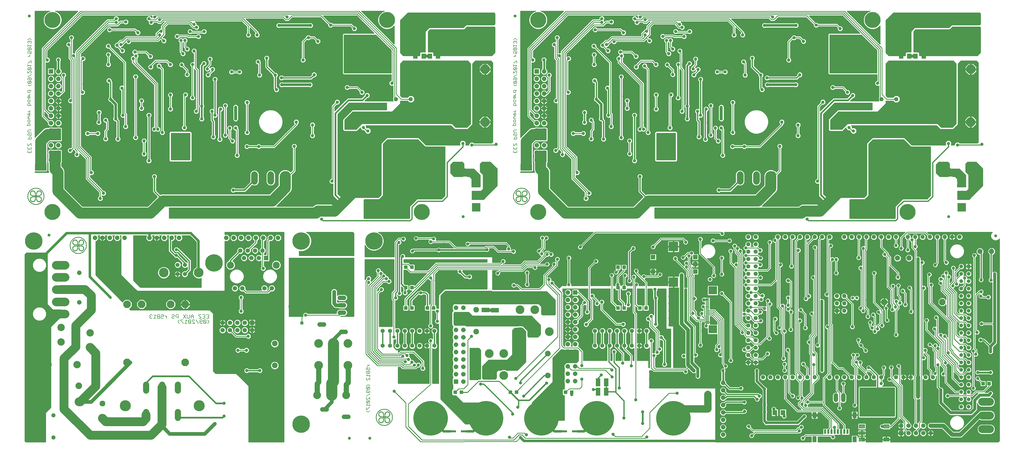
<source format=gbl>
G75*
G70*
%OFA0B0*%
%FSLAX24Y24*%
%IPPOS*%
%LPD*%
%AMOC8*
5,1,8,0,0,1.08239X$1,22.5*
%
%ADD10C,0.0050*%
%ADD11C,0.0060*%
%ADD12C,0.0885*%
%ADD13R,0.0197X0.0098*%
%ADD14C,0.0100*%
%ADD15C,0.0010*%
%ADD16R,0.0594X0.0594*%
%ADD17OC8,0.0594*%
%ADD18R,0.0098X0.0197*%
%ADD19C,0.1236*%
%ADD20OC8,0.1236*%
%ADD21C,0.1000*%
%ADD22OC8,0.0560*%
%ADD23OC8,0.0520*%
%ADD24OC8,0.0885*%
%ADD25C,0.0825*%
%ADD26OC8,0.0760*%
%ADD27C,0.1502*%
%ADD28C,0.1000*%
%ADD29C,0.0594*%
%ADD30C,0.0594*%
%ADD31C,0.0560*%
%ADD32C,0.1306*%
%ADD33C,0.0945*%
%ADD34OC8,0.0600*%
%ADD35C,0.0397*%
%ADD36C,0.0860*%
%ADD37OC8,0.0860*%
%ADD38OC8,0.0554*%
%ADD39C,0.1181*%
%ADD40C,0.0768*%
%ADD41C,0.4685*%
%ADD42R,0.0472X0.0472*%
%ADD43C,0.1065*%
%ADD44C,0.0515*%
%ADD45R,0.0515X0.0515*%
%ADD46C,0.0554*%
%ADD47R,0.0630X0.0709*%
%ADD48C,0.0083*%
%ADD49C,0.0400*%
%ADD50C,0.0700*%
%ADD51OC8,0.0700*%
%ADD52C,0.1181*%
%ADD53R,0.0630X0.1063*%
%ADD54R,0.1063X0.0630*%
%ADD55R,0.0630X0.0710*%
%ADD56OC8,0.0906*%
%ADD57R,0.1600X0.0300*%
%ADD58R,0.1181X0.1063*%
%ADD59R,0.0472X0.0118*%
%ADD60R,0.1266X0.1266*%
%ADD61OC8,0.1000*%
%ADD62C,0.0600*%
%ADD63C,0.1063*%
%ADD64R,0.0315X0.0591*%
%ADD65R,0.0571X0.0787*%
%ADD66R,0.1181X0.1181*%
%ADD67R,0.0396X0.0396*%
%ADD68OC8,0.0396*%
%ADD69C,0.0160*%
%ADD70C,0.1500*%
%ADD71C,0.0240*%
%ADD72C,0.0320*%
%ADD73C,0.0400*%
%ADD74C,0.0200*%
%ADD75C,0.0120*%
%ADD76C,0.0560*%
%ADD77R,0.0436X0.0436*%
%ADD78C,0.2165*%
%ADD79C,0.2362*%
%ADD80C,0.0500*%
%ADD81C,0.1200*%
%ADD82C,0.0700*%
D10*
X050136Y007638D02*
X050286Y007488D01*
X050437Y007488D01*
X050587Y007638D01*
X050211Y007798D02*
X050512Y008098D01*
X050587Y008098D01*
X050587Y008259D02*
X050587Y008559D01*
X050587Y008409D02*
X050136Y008409D01*
X050286Y008559D01*
X050211Y008719D02*
X050512Y009019D01*
X050587Y008944D01*
X050587Y008794D01*
X050512Y008719D01*
X050211Y008719D01*
X050136Y008794D01*
X050136Y008944D01*
X050211Y009019D01*
X050512Y009019D01*
X050587Y009179D02*
X050587Y009480D01*
X050286Y009179D01*
X050211Y009179D01*
X050136Y009254D01*
X050136Y009405D01*
X050211Y009480D01*
X050136Y009640D02*
X050587Y009940D01*
X050512Y010100D02*
X050211Y010100D01*
X050136Y010175D01*
X050136Y010325D01*
X050211Y010400D01*
X050286Y010400D01*
X050361Y010325D01*
X050361Y010100D01*
X050512Y010100D02*
X050587Y010175D01*
X050587Y010325D01*
X050512Y010400D01*
X050512Y010561D02*
X050587Y010636D01*
X050587Y010786D01*
X050512Y010861D01*
X050211Y010561D01*
X050512Y010561D01*
X050512Y010861D02*
X050211Y010861D01*
X050136Y010786D01*
X050136Y010636D01*
X050211Y010561D01*
X050136Y011018D02*
X050286Y011168D01*
X050437Y011168D01*
X050587Y011018D01*
X050587Y011788D02*
X050587Y012089D01*
X050286Y011788D01*
X050211Y011788D01*
X050136Y011863D01*
X050136Y012013D01*
X050211Y012089D01*
X050136Y012399D02*
X050587Y012399D01*
X050587Y012549D02*
X050587Y012249D01*
X050286Y012549D02*
X050136Y012399D01*
X050211Y012709D02*
X050286Y012709D01*
X050361Y012784D01*
X050361Y013009D01*
X050361Y013169D02*
X050512Y013169D01*
X050587Y013244D01*
X050587Y013395D01*
X050512Y013470D01*
X050361Y013470D02*
X050286Y013320D01*
X050286Y013244D01*
X050361Y013169D01*
X050136Y013169D02*
X050136Y013470D01*
X050361Y013470D01*
X050286Y013628D02*
X050286Y013703D01*
X050437Y013853D01*
X050587Y013853D02*
X050286Y013853D01*
X050136Y013009D02*
X050136Y012784D01*
X050211Y012709D01*
X050361Y012784D02*
X050437Y012709D01*
X050512Y012709D01*
X050587Y012784D01*
X050587Y013009D01*
X050136Y013009D01*
X050136Y008098D02*
X050136Y007798D01*
X050211Y007798D01*
X070054Y042603D02*
X070054Y042904D01*
X070054Y043064D02*
X070054Y043364D01*
X070054Y043524D02*
X070054Y043824D01*
X070054Y043524D02*
X070129Y043524D01*
X070430Y043824D01*
X070505Y043824D01*
X070505Y043524D01*
X070505Y043364D02*
X070505Y043064D01*
X070054Y043064D01*
X070279Y043064D02*
X070279Y043214D01*
X070505Y042904D02*
X070505Y042603D01*
X070054Y042603D01*
X070279Y042603D02*
X070279Y042753D01*
X070204Y044445D02*
X070204Y044670D01*
X070279Y044745D01*
X070430Y044745D01*
X070505Y044670D01*
X070505Y044445D01*
X070054Y044445D01*
X070129Y044905D02*
X070054Y044980D01*
X070054Y045131D01*
X070129Y045206D01*
X070204Y045206D01*
X070279Y045131D01*
X070279Y044980D01*
X070354Y044905D01*
X070430Y044905D01*
X070505Y044980D01*
X070505Y045131D01*
X070430Y045206D01*
X070505Y045366D02*
X070129Y045366D01*
X070054Y045441D01*
X070054Y045591D01*
X070129Y045666D01*
X070505Y045666D01*
X070354Y046286D02*
X070354Y046512D01*
X070279Y046587D01*
X070129Y046587D01*
X070054Y046512D01*
X070054Y046286D01*
X069904Y046286D02*
X070354Y046286D01*
X070279Y046747D02*
X070129Y046747D01*
X070054Y046822D01*
X070054Y046972D01*
X070129Y047047D01*
X070279Y047047D01*
X070354Y046972D01*
X070354Y046822D01*
X070279Y046747D01*
X070354Y047207D02*
X070129Y047207D01*
X070054Y047282D01*
X070129Y047357D01*
X070054Y047432D01*
X070129Y047508D01*
X070354Y047508D01*
X070279Y047668D02*
X070354Y047743D01*
X070354Y047893D01*
X070279Y047968D01*
X070204Y047968D01*
X070204Y047668D01*
X070129Y047668D02*
X070279Y047668D01*
X070129Y047668D02*
X070054Y047743D01*
X070054Y047893D01*
X070054Y048128D02*
X070354Y048128D01*
X070204Y048128D02*
X070354Y048278D01*
X070354Y048353D01*
X070354Y048972D02*
X070354Y049197D01*
X070279Y049272D01*
X070129Y049272D01*
X070054Y049197D01*
X070054Y048972D01*
X070505Y048972D01*
X070279Y049433D02*
X070129Y049433D01*
X070054Y049508D01*
X070054Y049658D01*
X070129Y049733D01*
X070279Y049733D01*
X070354Y049658D01*
X070354Y049508D01*
X070279Y049433D01*
X070129Y049893D02*
X070204Y049968D01*
X070204Y050193D01*
X070279Y050193D02*
X070054Y050193D01*
X070054Y049968D01*
X070129Y049893D01*
X070354Y049968D02*
X070354Y050118D01*
X070279Y050193D01*
X070204Y050353D02*
X070354Y050503D01*
X070354Y050578D01*
X070279Y050737D02*
X070354Y050812D01*
X070354Y051037D01*
X070505Y051037D02*
X070054Y051037D01*
X070054Y050812D01*
X070129Y050737D01*
X070279Y050737D01*
X070354Y050353D02*
X070054Y050353D01*
X070204Y051658D02*
X070354Y051658D01*
X070505Y051808D01*
X070430Y051965D02*
X070505Y052040D01*
X070505Y052190D01*
X070430Y052265D01*
X070129Y051965D01*
X070054Y052040D01*
X070054Y052190D01*
X070129Y052265D01*
X070430Y052265D01*
X070430Y052425D02*
X070354Y052425D01*
X070279Y052500D01*
X070279Y052725D01*
X070129Y052725D02*
X070430Y052725D01*
X070505Y052650D01*
X070505Y052500D01*
X070430Y052425D01*
X070129Y052425D02*
X070054Y052500D01*
X070054Y052650D01*
X070129Y052725D01*
X070054Y052885D02*
X070505Y053186D01*
X070430Y053346D02*
X070505Y053421D01*
X070505Y053571D01*
X070430Y053646D01*
X070354Y053646D01*
X070054Y053346D01*
X070054Y053646D01*
X070129Y053806D02*
X070430Y054106D01*
X070129Y054106D01*
X070054Y054031D01*
X070054Y053881D01*
X070129Y053806D01*
X070430Y053806D01*
X070505Y053881D01*
X070505Y054031D01*
X070430Y054106D01*
X070354Y054267D02*
X070505Y054417D01*
X070054Y054417D01*
X070054Y054267D02*
X070054Y054567D01*
X070054Y054727D02*
X070129Y054727D01*
X070430Y055027D01*
X070505Y055027D01*
X070505Y054727D01*
X070354Y055648D02*
X070054Y055648D01*
X070204Y055648D02*
X070354Y055798D01*
X070354Y055873D01*
X070279Y056031D02*
X070354Y056182D01*
X070354Y056257D01*
X070279Y056332D01*
X070129Y056332D01*
X070054Y056257D01*
X070054Y056107D01*
X070129Y056031D01*
X070279Y056031D02*
X070505Y056031D01*
X070505Y056332D01*
X070505Y056492D02*
X070505Y056717D01*
X070430Y056792D01*
X070354Y056792D01*
X070279Y056717D01*
X070279Y056492D01*
X070054Y056492D02*
X070054Y056717D01*
X070129Y056792D01*
X070204Y056792D01*
X070279Y056717D01*
X070354Y056952D02*
X070505Y057102D01*
X070054Y057102D01*
X070054Y056952D02*
X070054Y057253D01*
X070129Y057413D02*
X070054Y057488D01*
X070054Y057638D01*
X070129Y057713D01*
X070204Y057713D01*
X070279Y057638D01*
X070279Y057563D01*
X070279Y057638D02*
X070354Y057713D01*
X070430Y057713D01*
X070505Y057638D01*
X070505Y057488D01*
X070430Y057413D01*
X070505Y057873D02*
X070354Y058023D01*
X070204Y058023D01*
X070054Y057873D01*
X070054Y056492D02*
X070505Y056492D01*
X070430Y051965D02*
X070129Y051965D01*
X070054Y051808D02*
X070204Y051658D01*
X004757Y051808D02*
X004606Y051658D01*
X004456Y051658D01*
X004306Y051808D01*
X004381Y051965D02*
X004681Y052265D01*
X004381Y052265D01*
X004306Y052190D01*
X004306Y052040D01*
X004381Y051965D01*
X004681Y051965D01*
X004757Y052040D01*
X004757Y052190D01*
X004681Y052265D01*
X004681Y052425D02*
X004606Y052425D01*
X004531Y052500D01*
X004531Y052725D01*
X004381Y052725D02*
X004681Y052725D01*
X004757Y052650D01*
X004757Y052500D01*
X004681Y052425D01*
X004381Y052425D02*
X004306Y052500D01*
X004306Y052650D01*
X004381Y052725D01*
X004306Y052885D02*
X004757Y053186D01*
X004681Y053346D02*
X004757Y053421D01*
X004757Y053571D01*
X004681Y053646D01*
X004606Y053646D01*
X004306Y053346D01*
X004306Y053646D01*
X004381Y053806D02*
X004681Y054106D01*
X004381Y054106D01*
X004306Y054031D01*
X004306Y053881D01*
X004381Y053806D01*
X004681Y053806D01*
X004757Y053881D01*
X004757Y054031D01*
X004681Y054106D01*
X004606Y054267D02*
X004757Y054417D01*
X004306Y054417D01*
X004306Y054267D02*
X004306Y054567D01*
X004306Y054727D02*
X004381Y054727D01*
X004681Y055027D01*
X004757Y055027D01*
X004757Y054727D01*
X004606Y055648D02*
X004306Y055648D01*
X004456Y055648D02*
X004606Y055798D01*
X004606Y055873D01*
X004531Y056031D02*
X004606Y056182D01*
X004606Y056257D01*
X004531Y056332D01*
X004381Y056332D01*
X004306Y056257D01*
X004306Y056107D01*
X004381Y056031D01*
X004531Y056031D02*
X004757Y056031D01*
X004757Y056332D01*
X004757Y056492D02*
X004757Y056717D01*
X004681Y056792D01*
X004606Y056792D01*
X004531Y056717D01*
X004531Y056492D01*
X004306Y056492D02*
X004306Y056717D01*
X004381Y056792D01*
X004456Y056792D01*
X004531Y056717D01*
X004606Y056952D02*
X004757Y057102D01*
X004306Y057102D01*
X004306Y056952D02*
X004306Y057253D01*
X004381Y057413D02*
X004306Y057488D01*
X004306Y057638D01*
X004381Y057713D01*
X004456Y057713D01*
X004531Y057638D01*
X004531Y057563D01*
X004531Y057638D02*
X004606Y057713D01*
X004681Y057713D01*
X004757Y057638D01*
X004757Y057488D01*
X004681Y057413D01*
X004757Y057873D02*
X004606Y058023D01*
X004456Y058023D01*
X004306Y057873D01*
X004306Y056492D02*
X004757Y056492D01*
X004757Y051037D02*
X004306Y051037D01*
X004306Y050812D01*
X004381Y050737D01*
X004531Y050737D01*
X004606Y050812D01*
X004606Y051037D01*
X004606Y050578D02*
X004606Y050503D01*
X004456Y050353D01*
X004306Y050353D02*
X004606Y050353D01*
X004531Y050193D02*
X004306Y050193D01*
X004306Y049968D01*
X004381Y049893D01*
X004456Y049968D01*
X004456Y050193D01*
X004531Y050193D02*
X004606Y050118D01*
X004606Y049968D01*
X004531Y049733D02*
X004606Y049658D01*
X004606Y049508D01*
X004531Y049433D01*
X004381Y049433D01*
X004306Y049508D01*
X004306Y049658D01*
X004381Y049733D01*
X004531Y049733D01*
X004531Y049272D02*
X004606Y049197D01*
X004606Y048972D01*
X004757Y048972D02*
X004306Y048972D01*
X004306Y049197D01*
X004381Y049272D01*
X004531Y049272D01*
X004606Y048353D02*
X004606Y048278D01*
X004456Y048128D01*
X004306Y048128D02*
X004606Y048128D01*
X004531Y047968D02*
X004456Y047968D01*
X004456Y047668D01*
X004381Y047668D02*
X004531Y047668D01*
X004606Y047743D01*
X004606Y047893D01*
X004531Y047968D01*
X004306Y047893D02*
X004306Y047743D01*
X004381Y047668D01*
X004381Y047508D02*
X004606Y047508D01*
X004381Y047508D02*
X004306Y047432D01*
X004381Y047357D01*
X004306Y047282D01*
X004381Y047207D01*
X004606Y047207D01*
X004531Y047047D02*
X004606Y046972D01*
X004606Y046822D01*
X004531Y046747D01*
X004381Y046747D01*
X004306Y046822D01*
X004306Y046972D01*
X004381Y047047D01*
X004531Y047047D01*
X004531Y046587D02*
X004381Y046587D01*
X004306Y046512D01*
X004306Y046286D01*
X004156Y046286D02*
X004606Y046286D01*
X004606Y046512D01*
X004531Y046587D01*
X004381Y045666D02*
X004757Y045666D01*
X004757Y045366D02*
X004381Y045366D01*
X004306Y045441D01*
X004306Y045591D01*
X004381Y045666D01*
X004381Y045206D02*
X004306Y045131D01*
X004306Y044980D01*
X004381Y044905D01*
X004531Y044980D02*
X004606Y044905D01*
X004681Y044905D01*
X004757Y044980D01*
X004757Y045131D01*
X004681Y045206D01*
X004531Y045131D02*
X004456Y045206D01*
X004381Y045206D01*
X004531Y045131D02*
X004531Y044980D01*
X004531Y044745D02*
X004456Y044670D01*
X004456Y044445D01*
X004306Y044445D02*
X004757Y044445D01*
X004757Y044670D01*
X004681Y044745D01*
X004531Y044745D01*
X004681Y043824D02*
X004381Y043524D01*
X004306Y043524D01*
X004306Y043824D01*
X004681Y043824D02*
X004757Y043824D01*
X004757Y043524D01*
X004757Y043364D02*
X004757Y043064D01*
X004306Y043064D01*
X004306Y043364D01*
X004531Y043214D02*
X004531Y043064D01*
X004306Y042904D02*
X004306Y042603D01*
X004757Y042603D01*
X004757Y042904D01*
X004531Y042753D02*
X004531Y042603D01*
D11*
X020883Y020659D02*
X020799Y020575D01*
X020799Y020492D01*
X020883Y020409D01*
X020799Y020325D01*
X020799Y020242D01*
X020883Y020158D01*
X021050Y020158D01*
X021133Y020242D01*
X021050Y020158D01*
X020883Y020158D01*
X020799Y020242D01*
X020799Y020325D01*
X020883Y020409D01*
X020966Y020409D01*
X020883Y020409D01*
X020799Y020492D01*
X020799Y020575D01*
X020883Y020659D01*
X021050Y020659D01*
X021133Y020575D01*
X021050Y020659D01*
X020883Y020659D01*
X021482Y020659D02*
X021482Y020158D01*
X021482Y020659D01*
X021649Y020492D01*
X021482Y020659D01*
X021831Y020575D02*
X021914Y020659D01*
X022164Y020659D01*
X022164Y020158D01*
X021914Y020158D01*
X021831Y020242D01*
X021831Y020325D01*
X021914Y020409D01*
X022164Y020409D01*
X021914Y020409D01*
X021831Y020492D01*
X021831Y020575D01*
X021831Y020492D01*
X021914Y020409D01*
X021831Y020325D01*
X021831Y020242D01*
X021914Y020158D01*
X022164Y020158D01*
X022164Y020659D01*
X021914Y020659D01*
X021831Y020575D01*
X021649Y020158D02*
X021315Y020158D01*
X021649Y020158D01*
X022346Y020242D02*
X022430Y020158D01*
X022597Y020158D01*
X022680Y020242D01*
X022597Y020158D01*
X022430Y020158D01*
X022346Y020242D01*
X022346Y020409D01*
X022430Y020492D01*
X022513Y020492D01*
X022680Y020409D01*
X022680Y020659D01*
X022346Y020659D01*
X022680Y020659D01*
X022680Y020409D01*
X022513Y020492D01*
X022430Y020492D01*
X022346Y020409D01*
X022346Y020242D01*
X022859Y020492D02*
X022943Y020492D01*
X023110Y020325D01*
X022943Y020492D01*
X022859Y020492D01*
X023110Y020492D02*
X023110Y020158D01*
X023110Y020492D01*
X023807Y020575D02*
X023891Y020659D01*
X024058Y020659D01*
X024141Y020575D01*
X024141Y020492D01*
X024058Y020409D01*
X023891Y020409D01*
X023807Y020325D01*
X023807Y020242D01*
X023891Y020158D01*
X024058Y020158D01*
X024141Y020242D01*
X024058Y020158D01*
X023891Y020158D01*
X023807Y020242D01*
X023807Y020325D01*
X023891Y020409D01*
X024058Y020409D01*
X024141Y020492D01*
X024141Y020575D01*
X024058Y020659D01*
X023891Y020659D01*
X023807Y020575D01*
X024323Y020575D02*
X024406Y020659D01*
X024657Y020659D01*
X024657Y020158D01*
X024657Y020659D01*
X024406Y020659D01*
X024323Y020575D01*
X024323Y020409D01*
X024406Y020325D01*
X024657Y020325D01*
X024406Y020325D01*
X024323Y020409D01*
X024323Y020575D01*
X024828Y019959D02*
X024662Y019792D01*
X024662Y019625D01*
X024828Y019458D01*
X025010Y019875D02*
X025344Y019542D01*
X025344Y019458D01*
X025526Y019458D02*
X025860Y019458D01*
X025693Y019458D02*
X025693Y019959D01*
X025860Y019792D01*
X026042Y019875D02*
X026375Y019542D01*
X026292Y019458D01*
X026125Y019458D01*
X026042Y019542D01*
X026042Y019875D01*
X026125Y019959D01*
X026292Y019959D01*
X026375Y019875D01*
X026375Y019542D01*
X026557Y019458D02*
X026891Y019458D01*
X026557Y019792D01*
X026557Y019875D01*
X026641Y019959D01*
X026808Y019959D01*
X026891Y019875D01*
X027073Y019959D02*
X027407Y019458D01*
X027589Y019542D02*
X027589Y019875D01*
X027672Y019959D01*
X027839Y019959D01*
X027922Y019875D01*
X027922Y019792D01*
X027839Y019709D01*
X027589Y019709D01*
X027589Y019542D02*
X027672Y019458D01*
X027839Y019458D01*
X027922Y019542D01*
X028104Y019542D02*
X028188Y019458D01*
X028355Y019458D01*
X028438Y019542D01*
X028104Y019875D01*
X028104Y019542D01*
X028104Y019875D02*
X028188Y019959D01*
X028355Y019959D01*
X028438Y019875D01*
X028438Y019542D01*
X028615Y019458D02*
X028782Y019625D01*
X028782Y019792D01*
X028615Y019959D01*
X028782Y020158D02*
X028448Y020158D01*
X028782Y020158D01*
X028782Y020659D01*
X028448Y020659D01*
X028782Y020659D01*
X028782Y020158D01*
X028782Y020409D02*
X028615Y020409D01*
X028782Y020409D01*
X028266Y020409D02*
X028099Y020409D01*
X028266Y020409D01*
X028266Y020659D02*
X028266Y020158D01*
X027932Y020158D01*
X028266Y020158D01*
X028266Y020659D01*
X027932Y020659D01*
X028266Y020659D01*
X027750Y020659D02*
X027417Y020659D01*
X027417Y020575D01*
X027750Y020242D01*
X027750Y020158D01*
X027417Y020158D01*
X027750Y020158D01*
X027750Y020242D01*
X027417Y020575D01*
X027417Y020659D01*
X027750Y020659D01*
X026719Y020492D02*
X026552Y020659D01*
X026386Y020492D01*
X026386Y020158D01*
X026386Y020492D01*
X026552Y020659D01*
X026719Y020492D01*
X026719Y020158D01*
X026719Y020492D01*
X026719Y020409D02*
X026386Y020409D01*
X026719Y020409D01*
X026203Y020242D02*
X026120Y020158D01*
X025953Y020158D01*
X025870Y020242D01*
X025870Y020659D01*
X025870Y020242D01*
X025953Y020158D01*
X026120Y020158D01*
X026203Y020242D01*
X026203Y020659D01*
X026203Y020242D01*
X025688Y020158D02*
X025354Y020659D01*
X025688Y020158D01*
X025354Y020158D02*
X025688Y020659D01*
X025354Y020158D01*
X025344Y019959D02*
X025010Y019959D01*
X025010Y019875D01*
D12*
X034973Y038737D02*
X034973Y039622D01*
X037173Y039622D02*
X037173Y038737D01*
X039373Y038737D02*
X039373Y039622D01*
X100722Y039622D02*
X100722Y038737D01*
X102922Y038737D02*
X102922Y039622D01*
X105122Y039622D02*
X105122Y038737D01*
D13*
X112504Y035775D03*
X112504Y035682D03*
X105592Y007200D03*
X105592Y007107D03*
X046756Y035682D03*
X046756Y035775D03*
D14*
X003906Y003569D02*
X003946Y003513D01*
X004002Y003472D01*
X006712Y003472D01*
X006712Y003448D02*
X004103Y003448D01*
X004068Y003451D01*
X004002Y003472D01*
X003906Y003569D02*
X003884Y003634D01*
X003882Y003669D01*
X003882Y028798D01*
X004112Y029028D01*
X006937Y029028D01*
X006937Y022078D01*
X007662Y021353D01*
X008787Y021353D01*
X008787Y020253D01*
X008637Y020253D01*
X007412Y019028D01*
X007412Y008103D01*
X006712Y007403D01*
X006712Y003448D01*
X006712Y003571D02*
X003905Y003571D01*
X003882Y003669D02*
X006712Y003669D01*
X006712Y003768D02*
X003882Y003768D01*
X003882Y003866D02*
X006712Y003866D01*
X006712Y003965D02*
X003882Y003965D01*
X003882Y004063D02*
X006712Y004063D01*
X006712Y004162D02*
X003882Y004162D01*
X003882Y004260D02*
X006712Y004260D01*
X006712Y004359D02*
X003882Y004359D01*
X003882Y004457D02*
X006712Y004457D01*
X006712Y004556D02*
X003882Y004556D01*
X003882Y004654D02*
X006712Y004654D01*
X006712Y004753D02*
X003882Y004753D01*
X003882Y004851D02*
X006712Y004851D01*
X006712Y004950D02*
X003882Y004950D01*
X003882Y005048D02*
X006712Y005048D01*
X006712Y005147D02*
X003882Y005147D01*
X003882Y005245D02*
X006712Y005245D01*
X006712Y005344D02*
X003882Y005344D01*
X003882Y005442D02*
X006712Y005442D01*
X006712Y005541D02*
X003882Y005541D01*
X003882Y005639D02*
X006712Y005639D01*
X006712Y005738D02*
X003882Y005738D01*
X003882Y005836D02*
X006712Y005836D01*
X006712Y005935D02*
X003882Y005935D01*
X003882Y006033D02*
X006712Y006033D01*
X006712Y006132D02*
X003882Y006132D01*
X003882Y006230D02*
X006712Y006230D01*
X006712Y006329D02*
X003882Y006329D01*
X003882Y006427D02*
X006712Y006427D01*
X006712Y006526D02*
X003882Y006526D01*
X003882Y006624D02*
X006712Y006624D01*
X006712Y006723D02*
X003882Y006723D01*
X003882Y006821D02*
X006712Y006821D01*
X006712Y006920D02*
X003882Y006920D01*
X003882Y007018D02*
X006712Y007018D01*
X006712Y007117D02*
X003882Y007117D01*
X003882Y007215D02*
X006712Y007215D01*
X006712Y007314D02*
X003882Y007314D01*
X003882Y007412D02*
X006721Y007412D01*
X006819Y007511D02*
X003882Y007511D01*
X003882Y007609D02*
X006918Y007609D01*
X007016Y007708D02*
X003882Y007708D01*
X003882Y007806D02*
X007115Y007806D01*
X007213Y007905D02*
X003882Y007905D01*
X003882Y008003D02*
X007312Y008003D01*
X007410Y008102D02*
X003882Y008102D01*
X003882Y008200D02*
X007412Y008200D01*
X007412Y008299D02*
X003882Y008299D01*
X003882Y008397D02*
X007412Y008397D01*
X007412Y008496D02*
X003882Y008496D01*
X003882Y008594D02*
X007412Y008594D01*
X007412Y008693D02*
X003882Y008693D01*
X003882Y008791D02*
X007412Y008791D01*
X007412Y008890D02*
X003882Y008890D01*
X003882Y008988D02*
X007412Y008988D01*
X007412Y009087D02*
X003882Y009087D01*
X003882Y009185D02*
X007412Y009185D01*
X007412Y009284D02*
X003882Y009284D01*
X003882Y009382D02*
X007412Y009382D01*
X007412Y009481D02*
X003882Y009481D01*
X003882Y009579D02*
X007412Y009579D01*
X007412Y009678D02*
X003882Y009678D01*
X003882Y009776D02*
X007412Y009776D01*
X007412Y009875D02*
X003882Y009875D01*
X003882Y009973D02*
X007412Y009973D01*
X007412Y010072D02*
X003882Y010072D01*
X003882Y010170D02*
X007412Y010170D01*
X007412Y010269D02*
X003882Y010269D01*
X003882Y010367D02*
X007412Y010367D01*
X007412Y010466D02*
X003882Y010466D01*
X003882Y010564D02*
X007412Y010564D01*
X007412Y010663D02*
X003882Y010663D01*
X003882Y010761D02*
X007412Y010761D01*
X007412Y010860D02*
X003882Y010860D01*
X003882Y010958D02*
X007412Y010958D01*
X007412Y011057D02*
X003882Y011057D01*
X003882Y011155D02*
X007412Y011155D01*
X007412Y011254D02*
X003882Y011254D01*
X003882Y011352D02*
X007412Y011352D01*
X007412Y011451D02*
X003882Y011451D01*
X003882Y011549D02*
X007412Y011549D01*
X007412Y011648D02*
X003882Y011648D01*
X003882Y011746D02*
X007412Y011746D01*
X007412Y011845D02*
X003882Y011845D01*
X003882Y011943D02*
X007412Y011943D01*
X007412Y012042D02*
X003882Y012042D01*
X003882Y012140D02*
X007412Y012140D01*
X007412Y012239D02*
X003882Y012239D01*
X003882Y012337D02*
X007412Y012337D01*
X007412Y012436D02*
X003882Y012436D01*
X003882Y012534D02*
X007412Y012534D01*
X007412Y012633D02*
X003882Y012633D01*
X003882Y012731D02*
X007412Y012731D01*
X007412Y012830D02*
X003882Y012830D01*
X003882Y012928D02*
X007412Y012928D01*
X007412Y013027D02*
X003882Y013027D01*
X003882Y013125D02*
X007412Y013125D01*
X007412Y013224D02*
X003882Y013224D01*
X003882Y013322D02*
X007412Y013322D01*
X007412Y013421D02*
X003882Y013421D01*
X003882Y013519D02*
X007412Y013519D01*
X007412Y013618D02*
X003882Y013618D01*
X003882Y013716D02*
X007412Y013716D01*
X007412Y013815D02*
X003882Y013815D01*
X003882Y013913D02*
X007412Y013913D01*
X007412Y014012D02*
X003882Y014012D01*
X003882Y014110D02*
X007412Y014110D01*
X007412Y014209D02*
X003882Y014209D01*
X003882Y014307D02*
X007412Y014307D01*
X007412Y014406D02*
X003882Y014406D01*
X003882Y014504D02*
X007412Y014504D01*
X007412Y014603D02*
X003882Y014603D01*
X003882Y014701D02*
X007412Y014701D01*
X007412Y014800D02*
X003882Y014800D01*
X003882Y014898D02*
X007412Y014898D01*
X007412Y014997D02*
X003882Y014997D01*
X003882Y015095D02*
X007412Y015095D01*
X007412Y015194D02*
X003882Y015194D01*
X003882Y015292D02*
X007412Y015292D01*
X007412Y015391D02*
X003882Y015391D01*
X003882Y015489D02*
X007412Y015489D01*
X007412Y015588D02*
X003882Y015588D01*
X003882Y015686D02*
X007412Y015686D01*
X007412Y015785D02*
X003882Y015785D01*
X003882Y015883D02*
X007412Y015883D01*
X007412Y015982D02*
X003882Y015982D01*
X003882Y016080D02*
X007412Y016080D01*
X007412Y016179D02*
X003882Y016179D01*
X003882Y016277D02*
X007412Y016277D01*
X007412Y016376D02*
X003882Y016376D01*
X003882Y016474D02*
X007412Y016474D01*
X007412Y016573D02*
X003882Y016573D01*
X003882Y016671D02*
X007412Y016671D01*
X007412Y016770D02*
X003882Y016770D01*
X003882Y016868D02*
X007412Y016868D01*
X007412Y016967D02*
X003882Y016967D01*
X003882Y017065D02*
X007412Y017065D01*
X007412Y017164D02*
X003882Y017164D01*
X003882Y017262D02*
X007412Y017262D01*
X007412Y017361D02*
X003882Y017361D01*
X003882Y017459D02*
X007412Y017459D01*
X007412Y017558D02*
X003882Y017558D01*
X003882Y017656D02*
X007412Y017656D01*
X007412Y017755D02*
X003882Y017755D01*
X003882Y017853D02*
X007412Y017853D01*
X007412Y017952D02*
X003882Y017952D01*
X003882Y018050D02*
X007412Y018050D01*
X007412Y018149D02*
X003882Y018149D01*
X003882Y018247D02*
X007412Y018247D01*
X007412Y018346D02*
X003882Y018346D01*
X003882Y018444D02*
X007412Y018444D01*
X007412Y018543D02*
X003882Y018543D01*
X003882Y018641D02*
X007412Y018641D01*
X007412Y018740D02*
X003882Y018740D01*
X003882Y018838D02*
X007412Y018838D01*
X007412Y018937D02*
X003882Y018937D01*
X003882Y019035D02*
X007419Y019035D01*
X007517Y019134D02*
X003882Y019134D01*
X003882Y019232D02*
X007616Y019232D01*
X007714Y019331D02*
X003882Y019331D01*
X003882Y019429D02*
X007813Y019429D01*
X007911Y019528D02*
X003882Y019528D01*
X003882Y019626D02*
X008010Y019626D01*
X008108Y019725D02*
X003882Y019725D01*
X003882Y019823D02*
X008207Y019823D01*
X008305Y019922D02*
X006287Y019922D01*
X006395Y019967D02*
X006660Y020231D01*
X006803Y020577D01*
X006803Y020951D01*
X006660Y021297D01*
X006395Y021562D01*
X006050Y021705D01*
X005676Y021705D01*
X005330Y021562D01*
X005065Y021297D01*
X004922Y020951D01*
X004922Y020577D01*
X005065Y020231D01*
X005330Y019967D01*
X005676Y019824D01*
X006050Y019824D01*
X006395Y019967D01*
X006449Y020020D02*
X008404Y020020D01*
X008502Y020119D02*
X006548Y020119D01*
X006646Y020217D02*
X008601Y020217D01*
X008787Y020316D02*
X006695Y020316D01*
X006736Y020414D02*
X008787Y020414D01*
X008787Y020513D02*
X006777Y020513D01*
X006803Y020611D02*
X008787Y020611D01*
X008787Y020710D02*
X006803Y020710D01*
X006803Y020808D02*
X008787Y020808D01*
X008787Y020907D02*
X006803Y020907D01*
X006781Y021005D02*
X008787Y021005D01*
X008787Y021104D02*
X006740Y021104D01*
X006699Y021202D02*
X008787Y021202D01*
X008787Y021301D02*
X006656Y021301D01*
X006558Y021399D02*
X007616Y021399D01*
X007517Y021498D02*
X006459Y021498D01*
X006311Y021596D02*
X007419Y021596D01*
X007320Y021695D02*
X006073Y021695D01*
X005652Y021695D02*
X003882Y021695D01*
X003882Y021793D02*
X007222Y021793D01*
X007123Y021892D02*
X003882Y021892D01*
X003882Y021990D02*
X007025Y021990D01*
X006937Y022089D02*
X003882Y022089D01*
X003882Y022187D02*
X006937Y022187D01*
X006937Y022286D02*
X003882Y022286D01*
X003882Y022384D02*
X006937Y022384D01*
X006937Y022483D02*
X003882Y022483D01*
X003882Y022581D02*
X006937Y022581D01*
X006937Y022680D02*
X003882Y022680D01*
X003882Y022778D02*
X006937Y022778D01*
X006937Y022877D02*
X003882Y022877D01*
X003882Y022975D02*
X006937Y022975D01*
X006937Y023074D02*
X003882Y023074D01*
X003882Y023172D02*
X006937Y023172D01*
X006937Y023271D02*
X003882Y023271D01*
X003882Y023369D02*
X006937Y023369D01*
X006937Y023468D02*
X003882Y023468D01*
X003882Y023566D02*
X006937Y023566D01*
X006937Y023665D02*
X003882Y023665D01*
X003882Y023763D02*
X006937Y023763D01*
X006937Y023862D02*
X003882Y023862D01*
X003882Y023960D02*
X006937Y023960D01*
X006937Y024059D02*
X003882Y024059D01*
X003882Y024157D02*
X006937Y024157D01*
X006937Y024256D02*
X003882Y024256D01*
X003882Y024354D02*
X006937Y024354D01*
X006937Y024453D02*
X003882Y024453D01*
X003882Y024551D02*
X006937Y024551D01*
X006937Y024650D02*
X003882Y024650D01*
X003882Y024748D02*
X006937Y024748D01*
X006937Y024847D02*
X003882Y024847D01*
X003882Y024945D02*
X006937Y024945D01*
X006937Y025044D02*
X003882Y025044D01*
X003882Y025142D02*
X006937Y025142D01*
X006937Y025241D02*
X003882Y025241D01*
X003882Y025339D02*
X006937Y025339D01*
X006937Y025438D02*
X003882Y025438D01*
X003882Y025536D02*
X006937Y025536D01*
X006937Y025635D02*
X003882Y025635D01*
X003882Y025733D02*
X006937Y025733D01*
X006937Y025832D02*
X003882Y025832D01*
X003882Y025930D02*
X006937Y025930D01*
X006937Y026029D02*
X003882Y026029D01*
X003882Y026127D02*
X006937Y026127D01*
X006937Y026226D02*
X003882Y026226D01*
X003882Y026324D02*
X006937Y026324D01*
X006937Y026423D02*
X003882Y026423D01*
X003882Y026521D02*
X005474Y026521D01*
X005330Y026581D02*
X005676Y026438D01*
X006050Y026438D01*
X006395Y026581D01*
X006660Y026846D01*
X006803Y027191D01*
X006803Y027565D01*
X006660Y027911D01*
X006395Y028176D01*
X006050Y028319D01*
X005676Y028319D01*
X005330Y028176D01*
X005065Y027911D01*
X004922Y027565D01*
X004922Y027191D01*
X005065Y026846D01*
X005330Y026581D01*
X005291Y026620D02*
X003882Y026620D01*
X003882Y026718D02*
X005192Y026718D01*
X005094Y026817D02*
X003882Y026817D01*
X003882Y026915D02*
X005036Y026915D01*
X004996Y027014D02*
X003882Y027014D01*
X003882Y027112D02*
X004955Y027112D01*
X004922Y027211D02*
X003882Y027211D01*
X003882Y027309D02*
X004922Y027309D01*
X004922Y027408D02*
X003882Y027408D01*
X003882Y027506D02*
X004922Y027506D01*
X004938Y027605D02*
X003882Y027605D01*
X003882Y027703D02*
X004979Y027703D01*
X005020Y027802D02*
X003882Y027802D01*
X003882Y027900D02*
X005061Y027900D01*
X005153Y027999D02*
X003882Y027999D01*
X003882Y028097D02*
X005252Y028097D01*
X005379Y028196D02*
X003882Y028196D01*
X003882Y028294D02*
X005616Y028294D01*
X006109Y028294D02*
X006937Y028294D01*
X006937Y028196D02*
X006347Y028196D01*
X006474Y028097D02*
X006937Y028097D01*
X006937Y027999D02*
X006572Y027999D01*
X006664Y027900D02*
X006937Y027900D01*
X006937Y027802D02*
X006705Y027802D01*
X006746Y027703D02*
X006937Y027703D01*
X006937Y027605D02*
X006787Y027605D01*
X006803Y027506D02*
X006937Y027506D01*
X006937Y027408D02*
X006803Y027408D01*
X006803Y027309D02*
X006937Y027309D01*
X006937Y027211D02*
X006803Y027211D01*
X006771Y027112D02*
X006937Y027112D01*
X006937Y027014D02*
X006730Y027014D01*
X006689Y026915D02*
X006937Y026915D01*
X006937Y026817D02*
X006631Y026817D01*
X006533Y026718D02*
X006937Y026718D01*
X006937Y026620D02*
X006434Y026620D01*
X006252Y026521D02*
X006937Y026521D01*
X006937Y028393D02*
X003882Y028393D01*
X003882Y028491D02*
X006937Y028491D01*
X006937Y028590D02*
X003882Y028590D01*
X003882Y028688D02*
X006937Y028688D01*
X006937Y028787D02*
X003882Y028787D01*
X003969Y028885D02*
X006937Y028885D01*
X006937Y028984D02*
X004067Y028984D01*
X010697Y029979D02*
X011524Y029979D01*
X011524Y030136D02*
X010697Y030136D01*
X010010Y030057D02*
X010012Y030123D01*
X010018Y030188D01*
X010028Y030253D01*
X010041Y030318D01*
X010059Y030381D01*
X010080Y030444D01*
X010105Y030504D01*
X010134Y030564D01*
X010166Y030621D01*
X010201Y030677D01*
X010240Y030730D01*
X010282Y030781D01*
X010326Y030829D01*
X010374Y030874D01*
X010424Y030917D01*
X010477Y030956D01*
X010532Y030993D01*
X010589Y031026D01*
X010648Y031055D01*
X010708Y031081D01*
X010770Y031103D01*
X010833Y031122D01*
X010897Y031136D01*
X010962Y031147D01*
X011028Y031154D01*
X011094Y031157D01*
X011159Y031156D01*
X011225Y031151D01*
X011290Y031142D01*
X011355Y031129D01*
X011418Y031113D01*
X011481Y031093D01*
X011542Y031068D01*
X011602Y031041D01*
X011660Y031010D01*
X011716Y030975D01*
X011770Y030937D01*
X011821Y030896D01*
X011870Y030852D01*
X011916Y030805D01*
X011960Y030756D01*
X012000Y030704D01*
X012037Y030649D01*
X012071Y030593D01*
X012101Y030534D01*
X012128Y030474D01*
X012151Y030413D01*
X012170Y030350D01*
X012186Y030286D01*
X012198Y030221D01*
X012206Y030156D01*
X012210Y030090D01*
X012210Y030024D01*
X012206Y029958D01*
X012198Y029893D01*
X012186Y029828D01*
X012170Y029764D01*
X012151Y029701D01*
X012128Y029640D01*
X012101Y029580D01*
X012071Y029521D01*
X012037Y029465D01*
X012000Y029410D01*
X011960Y029358D01*
X011916Y029309D01*
X011870Y029262D01*
X011821Y029218D01*
X011770Y029177D01*
X011716Y029139D01*
X011660Y029104D01*
X011602Y029073D01*
X011542Y029046D01*
X011481Y029021D01*
X011418Y029001D01*
X011355Y028985D01*
X011290Y028972D01*
X011225Y028963D01*
X011159Y028958D01*
X011094Y028957D01*
X011028Y028960D01*
X010962Y028967D01*
X010897Y028978D01*
X010833Y028992D01*
X010770Y029011D01*
X010708Y029033D01*
X010648Y029059D01*
X010589Y029088D01*
X010532Y029121D01*
X010477Y029158D01*
X010424Y029197D01*
X010374Y029240D01*
X010326Y029285D01*
X010282Y029333D01*
X010240Y029384D01*
X010201Y029437D01*
X010166Y029493D01*
X010134Y029550D01*
X010105Y029610D01*
X010080Y029670D01*
X010059Y029733D01*
X010041Y029796D01*
X010028Y029861D01*
X010018Y029926D01*
X010012Y029991D01*
X010010Y030057D01*
X011012Y029664D02*
X011012Y030451D01*
X011209Y030451D02*
X011209Y029664D01*
X013487Y029673D02*
X016912Y029673D01*
X016912Y029575D02*
X013487Y029575D01*
X013487Y029476D02*
X016912Y029476D01*
X016912Y029378D02*
X013487Y029378D01*
X013487Y029279D02*
X016912Y029279D01*
X016912Y029181D02*
X013487Y029181D01*
X013487Y029082D02*
X016912Y029082D01*
X016912Y028984D02*
X013487Y028984D01*
X013487Y028885D02*
X016912Y028885D01*
X016912Y028787D02*
X013487Y028787D01*
X013487Y028688D02*
X016912Y028688D01*
X016912Y028590D02*
X013487Y028590D01*
X013487Y028491D02*
X016912Y028491D01*
X016912Y028393D02*
X013487Y028393D01*
X013487Y028294D02*
X016912Y028294D01*
X016912Y028196D02*
X013487Y028196D01*
X013487Y028097D02*
X016912Y028097D01*
X016912Y027999D02*
X013487Y027999D01*
X013487Y027900D02*
X016912Y027900D01*
X016912Y027802D02*
X013487Y027802D01*
X013487Y027703D02*
X016912Y027703D01*
X016912Y027605D02*
X013487Y027605D01*
X013487Y027506D02*
X016912Y027506D01*
X016912Y027408D02*
X013487Y027408D01*
X013487Y027309D02*
X016912Y027309D01*
X016912Y027211D02*
X013487Y027211D01*
X013487Y027112D02*
X016912Y027112D01*
X016912Y027014D02*
X013487Y027014D01*
X013487Y026915D02*
X016912Y026915D01*
X016912Y026817D02*
X013487Y026817D01*
X013487Y026718D02*
X016912Y026718D01*
X016912Y026620D02*
X013487Y026620D01*
X013487Y026521D02*
X016912Y026521D01*
X016912Y026423D02*
X013487Y026423D01*
X013487Y026324D02*
X016912Y026324D01*
X016912Y026226D02*
X013487Y026226D01*
X013487Y026127D02*
X016912Y026127D01*
X016912Y026053D02*
X019087Y023878D01*
X030937Y023878D01*
X030962Y024003D01*
X030962Y030618D01*
X030968Y030611D01*
X031355Y030611D01*
X031629Y030885D01*
X031629Y031272D01*
X031355Y031545D01*
X030968Y031545D01*
X030962Y031545D01*
X030968Y031545D02*
X030962Y031539D01*
X030962Y031843D01*
X038962Y031843D01*
X038962Y003448D01*
X034187Y003448D01*
X034187Y011028D01*
X032512Y012703D01*
X029737Y012703D01*
X029412Y013028D01*
X029412Y020828D01*
X028937Y021303D01*
X018187Y021303D01*
X018049Y021442D01*
X018395Y021788D01*
X018395Y022343D01*
X018002Y022735D01*
X017447Y022735D01*
X017104Y022392D01*
X013487Y026028D01*
X013487Y030611D01*
X013580Y030611D01*
X013854Y030885D01*
X013854Y031272D01*
X013752Y031373D01*
X014050Y031373D01*
X013940Y031263D01*
X013940Y031127D01*
X014338Y031127D01*
X014338Y031030D01*
X013940Y031030D01*
X013940Y030893D01*
X014202Y030631D01*
X014338Y030631D01*
X014338Y031030D01*
X014435Y031030D01*
X014435Y030631D01*
X014572Y030631D01*
X014834Y030893D01*
X014834Y031030D01*
X014435Y031030D01*
X014435Y031127D01*
X014834Y031127D01*
X014834Y031263D01*
X014724Y031373D01*
X015021Y031373D01*
X014920Y031272D01*
X014920Y030885D01*
X015193Y030611D01*
X015580Y030611D01*
X015854Y030885D01*
X015854Y031272D01*
X015752Y031373D01*
X016021Y031373D01*
X015920Y031272D01*
X015920Y030885D01*
X016193Y030611D01*
X016580Y030611D01*
X016854Y030885D01*
X016854Y031272D01*
X016752Y031373D01*
X016912Y031373D01*
X016912Y026053D01*
X016936Y026029D02*
X013487Y026029D01*
X013584Y025930D02*
X017035Y025930D01*
X017133Y025832D02*
X013682Y025832D01*
X013780Y025733D02*
X017232Y025733D01*
X017330Y025635D02*
X013878Y025635D01*
X013976Y025536D02*
X017429Y025536D01*
X017527Y025438D02*
X014074Y025438D01*
X014172Y025339D02*
X017626Y025339D01*
X017724Y025241D02*
X014270Y025241D01*
X014368Y025142D02*
X017823Y025142D01*
X017921Y025044D02*
X014466Y025044D01*
X014564Y024945D02*
X018020Y024945D01*
X018118Y024847D02*
X014662Y024847D01*
X014760Y024748D02*
X018217Y024748D01*
X018315Y024650D02*
X014858Y024650D01*
X014956Y024551D02*
X018414Y024551D01*
X018512Y024453D02*
X015054Y024453D01*
X015152Y024354D02*
X018611Y024354D01*
X018709Y024256D02*
X015250Y024256D01*
X015348Y024157D02*
X018808Y024157D01*
X018906Y024059D02*
X015446Y024059D01*
X015544Y023960D02*
X019005Y023960D01*
X019462Y024453D02*
X027762Y024453D01*
X027762Y024378D02*
X019537Y024378D01*
X018612Y025303D01*
X018612Y031373D01*
X020396Y031373D01*
X020295Y031272D01*
X020295Y030885D01*
X020568Y030611D01*
X020955Y030611D01*
X021229Y030885D01*
X021229Y031272D01*
X021127Y031373D01*
X021425Y031373D01*
X021315Y031263D01*
X021315Y031127D01*
X021713Y031127D01*
X021713Y031030D01*
X021315Y031030D01*
X021315Y030893D01*
X021577Y030631D01*
X021713Y030631D01*
X021713Y031030D01*
X021810Y031030D01*
X021810Y030631D01*
X021947Y030631D01*
X022209Y030893D01*
X022209Y031030D01*
X021810Y031030D01*
X021810Y031127D01*
X022209Y031127D01*
X022209Y031263D01*
X022099Y031373D01*
X022396Y031373D01*
X022295Y031272D01*
X022295Y030885D01*
X022568Y030611D01*
X022955Y030611D01*
X023229Y030885D01*
X023229Y031272D01*
X023127Y031373D01*
X023396Y031373D01*
X023295Y031272D01*
X023295Y030885D01*
X023337Y030843D01*
X023337Y029304D01*
X023375Y029212D01*
X024095Y028491D01*
X024109Y028486D01*
X024259Y028335D01*
X024501Y028335D01*
X025171Y027666D01*
X025105Y027508D01*
X025105Y027329D01*
X025174Y027163D01*
X025300Y027037D01*
X025466Y026968D01*
X025645Y026968D01*
X025810Y027037D01*
X025887Y027113D01*
X025887Y026843D01*
X025650Y026606D01*
X025645Y026608D01*
X025466Y026608D01*
X025300Y026540D01*
X025174Y026413D01*
X025105Y026248D01*
X025105Y026069D01*
X025174Y025903D01*
X025300Y025777D01*
X025466Y025708D01*
X025645Y025708D01*
X025810Y025777D01*
X025937Y025903D01*
X026005Y026069D01*
X026005Y026248D01*
X026003Y026253D01*
X026349Y026598D01*
X026387Y026690D01*
X026387Y027998D01*
X026349Y028090D01*
X024819Y029620D01*
X024748Y029690D01*
X024701Y029710D01*
X024564Y029846D01*
X024259Y029846D01*
X024044Y029631D01*
X024044Y029326D01*
X024259Y029110D01*
X024564Y029110D01*
X024593Y029139D01*
X025887Y027845D01*
X025887Y027723D01*
X025810Y027800D01*
X025697Y027846D01*
X025697Y027847D01*
X024780Y028764D01*
X024780Y028856D01*
X024564Y029071D01*
X024259Y029071D01*
X024241Y029053D01*
X023837Y029457D01*
X023837Y030611D01*
X023955Y030611D01*
X024229Y030885D01*
X024229Y031272D01*
X024127Y031373D01*
X024396Y031373D01*
X024295Y031272D01*
X024295Y030885D01*
X024568Y030611D01*
X024955Y030611D01*
X025229Y030885D01*
X025229Y031272D01*
X025127Y031373D01*
X026225Y031373D01*
X027082Y030517D01*
X027082Y027100D01*
X026967Y027053D01*
X026736Y026821D01*
X026610Y026519D01*
X026610Y026191D01*
X026736Y025889D01*
X026967Y025658D01*
X027269Y025532D01*
X027597Y025532D01*
X027762Y025601D01*
X027762Y024378D01*
X027762Y024551D02*
X019364Y024551D01*
X019265Y024650D02*
X027762Y024650D01*
X027762Y024748D02*
X019167Y024748D01*
X019068Y024847D02*
X027762Y024847D01*
X027762Y024945D02*
X018970Y024945D01*
X018871Y025044D02*
X027762Y025044D01*
X027762Y025142D02*
X018773Y025142D01*
X018674Y025241D02*
X027762Y025241D01*
X027762Y025339D02*
X018612Y025339D01*
X018612Y025438D02*
X027762Y025438D01*
X027762Y025536D02*
X027607Y025536D01*
X027260Y025536D02*
X022866Y025536D01*
X022857Y025532D02*
X023159Y025658D01*
X023390Y025889D01*
X023516Y026191D01*
X023516Y026519D01*
X023390Y026821D01*
X023159Y027053D01*
X022857Y027178D01*
X022529Y027178D01*
X022227Y027053D01*
X021995Y026821D01*
X021870Y026519D01*
X021870Y026191D01*
X021995Y025889D01*
X022227Y025658D01*
X022529Y025532D01*
X022857Y025532D01*
X023104Y025635D02*
X027022Y025635D01*
X026891Y025733D02*
X025705Y025733D01*
X025865Y025832D02*
X026793Y025832D01*
X026719Y025930D02*
X025948Y025930D01*
X025989Y026029D02*
X026678Y026029D01*
X026637Y026127D02*
X026005Y026127D01*
X026005Y026226D02*
X026610Y026226D01*
X026610Y026324D02*
X026075Y026324D01*
X026173Y026423D02*
X026610Y026423D01*
X026611Y026521D02*
X026272Y026521D01*
X026358Y026620D02*
X026652Y026620D01*
X026693Y026718D02*
X026387Y026718D01*
X026387Y026817D02*
X026734Y026817D01*
X026830Y026915D02*
X026387Y026915D01*
X026387Y027014D02*
X026928Y027014D01*
X027082Y027112D02*
X026387Y027112D01*
X026387Y027211D02*
X027082Y027211D01*
X027082Y027309D02*
X026387Y027309D01*
X026387Y027408D02*
X027082Y027408D01*
X027082Y027506D02*
X026387Y027506D01*
X026387Y027605D02*
X027082Y027605D01*
X027082Y027703D02*
X026387Y027703D01*
X026387Y027802D02*
X027082Y027802D01*
X027082Y027900D02*
X026387Y027900D01*
X026386Y027999D02*
X027082Y027999D01*
X027082Y028097D02*
X026341Y028097D01*
X026243Y028196D02*
X027082Y028196D01*
X027082Y028294D02*
X026144Y028294D01*
X026046Y028393D02*
X027082Y028393D01*
X027082Y028491D02*
X025947Y028491D01*
X025849Y028590D02*
X027082Y028590D01*
X027082Y028688D02*
X025750Y028688D01*
X025652Y028787D02*
X027082Y028787D01*
X027082Y028885D02*
X025553Y028885D01*
X025455Y028984D02*
X027082Y028984D01*
X027082Y029082D02*
X025356Y029082D01*
X025258Y029181D02*
X027082Y029181D01*
X027082Y029279D02*
X025159Y029279D01*
X025061Y029378D02*
X027082Y029378D01*
X027082Y029476D02*
X024962Y029476D01*
X024864Y029575D02*
X027082Y029575D01*
X027082Y029673D02*
X024765Y029673D01*
X024639Y029772D02*
X027082Y029772D01*
X027082Y029870D02*
X023837Y029870D01*
X023837Y029772D02*
X024185Y029772D01*
X024086Y029673D02*
X023837Y029673D01*
X023837Y029575D02*
X024044Y029575D01*
X024044Y029476D02*
X023837Y029476D01*
X023916Y029378D02*
X024044Y029378D01*
X024014Y029279D02*
X024090Y029279D01*
X024113Y029181D02*
X024189Y029181D01*
X024211Y029082D02*
X024649Y029082D01*
X024652Y028984D02*
X024748Y028984D01*
X024750Y028885D02*
X024846Y028885D01*
X024780Y028787D02*
X024945Y028787D01*
X024855Y028688D02*
X025043Y028688D01*
X024954Y028590D02*
X025142Y028590D01*
X025052Y028491D02*
X025240Y028491D01*
X025151Y028393D02*
X025339Y028393D01*
X025249Y028294D02*
X025437Y028294D01*
X025348Y028196D02*
X025536Y028196D01*
X025446Y028097D02*
X025634Y028097D01*
X025545Y027999D02*
X025733Y027999D01*
X025643Y027900D02*
X025831Y027900D01*
X025805Y027802D02*
X025887Y027802D01*
X025886Y027112D02*
X025887Y027112D01*
X025887Y027014D02*
X025755Y027014D01*
X025887Y026915D02*
X023296Y026915D01*
X023392Y026817D02*
X025860Y026817D01*
X025762Y026718D02*
X023433Y026718D01*
X023474Y026620D02*
X025663Y026620D01*
X025282Y026521D02*
X024803Y026521D01*
X024796Y026526D02*
X024736Y026557D01*
X024672Y026578D01*
X024610Y026588D01*
X024610Y026197D01*
X025000Y026197D01*
X024990Y026259D01*
X024969Y026323D01*
X024939Y026384D01*
X024899Y026438D01*
X024851Y026486D01*
X024796Y026526D01*
X024910Y026423D02*
X025183Y026423D01*
X025137Y026324D02*
X024969Y026324D01*
X024996Y026226D02*
X025105Y026226D01*
X025105Y026127D02*
X024610Y026127D01*
X024610Y026120D02*
X024610Y026197D01*
X024532Y026197D01*
X024532Y026120D01*
X024142Y026120D01*
X024152Y026058D01*
X024172Y025993D01*
X024203Y025933D01*
X024243Y025878D01*
X024291Y025830D01*
X024346Y025790D01*
X024406Y025760D01*
X024470Y025739D01*
X024532Y025729D01*
X024532Y026120D01*
X024610Y026120D01*
X025000Y026120D01*
X024990Y026058D01*
X024969Y025993D01*
X024939Y025933D01*
X024899Y025878D01*
X024851Y025830D01*
X024796Y025790D01*
X024736Y025760D01*
X024672Y025739D01*
X024610Y025729D01*
X024610Y026120D01*
X024532Y026127D02*
X023489Y026127D01*
X023516Y026226D02*
X024146Y026226D01*
X024142Y026197D02*
X024152Y026259D01*
X024172Y026323D01*
X024203Y026384D01*
X024243Y026438D01*
X024291Y026486D01*
X024346Y026526D01*
X024406Y026557D01*
X024470Y026578D01*
X024532Y026588D01*
X024532Y026197D01*
X024142Y026197D01*
X024173Y026324D02*
X023516Y026324D01*
X023516Y026423D02*
X024232Y026423D01*
X024339Y026521D02*
X023515Y026521D01*
X023448Y026029D02*
X024161Y026029D01*
X024205Y025930D02*
X023408Y025930D01*
X023333Y025832D02*
X024289Y025832D01*
X024505Y025733D02*
X023235Y025733D01*
X022520Y025536D02*
X018612Y025536D01*
X018612Y025635D02*
X022282Y025635D01*
X022151Y025733D02*
X018612Y025733D01*
X018612Y025832D02*
X022053Y025832D01*
X021978Y025930D02*
X018612Y025930D01*
X018612Y026029D02*
X021938Y026029D01*
X021897Y026127D02*
X018612Y026127D01*
X018612Y026226D02*
X021870Y026226D01*
X021870Y026324D02*
X018612Y026324D01*
X018612Y026423D02*
X021870Y026423D01*
X021871Y026521D02*
X018612Y026521D01*
X018612Y026620D02*
X021912Y026620D01*
X021953Y026718D02*
X018612Y026718D01*
X018612Y026817D02*
X021994Y026817D01*
X022090Y026915D02*
X018612Y026915D01*
X018612Y027014D02*
X022188Y027014D01*
X022371Y027112D02*
X018612Y027112D01*
X018612Y027211D02*
X024170Y027211D01*
X024189Y027163D02*
X024316Y027037D01*
X024481Y026968D01*
X024660Y026968D01*
X024826Y027037D01*
X024952Y027163D01*
X025021Y027329D01*
X025021Y027508D01*
X024952Y027673D01*
X024826Y027800D01*
X024660Y027868D01*
X024481Y027868D01*
X024316Y027800D01*
X024189Y027673D01*
X024121Y027508D01*
X024121Y027329D01*
X024189Y027163D01*
X024240Y027112D02*
X023015Y027112D01*
X023198Y027014D02*
X024371Y027014D01*
X024129Y027309D02*
X018612Y027309D01*
X018612Y027408D02*
X024121Y027408D01*
X024121Y027506D02*
X018612Y027506D01*
X018612Y027605D02*
X024161Y027605D01*
X024220Y027703D02*
X018612Y027703D01*
X018612Y027802D02*
X024322Y027802D01*
X024820Y027802D02*
X025035Y027802D01*
X025133Y027703D02*
X024922Y027703D01*
X024981Y027605D02*
X025145Y027605D01*
X025105Y027506D02*
X025021Y027506D01*
X025021Y027408D02*
X025105Y027408D01*
X025113Y027309D02*
X025013Y027309D01*
X024972Y027211D02*
X025154Y027211D01*
X025224Y027112D02*
X024902Y027112D01*
X024771Y027014D02*
X025355Y027014D01*
X024610Y026521D02*
X024532Y026521D01*
X024532Y026423D02*
X024610Y026423D01*
X024610Y026324D02*
X024532Y026324D01*
X024532Y026226D02*
X024610Y026226D01*
X024610Y026029D02*
X024532Y026029D01*
X024532Y025930D02*
X024610Y025930D01*
X024610Y025832D02*
X024532Y025832D01*
X024532Y025733D02*
X024610Y025733D01*
X024637Y025733D02*
X025405Y025733D01*
X025245Y025832D02*
X024853Y025832D01*
X024937Y025930D02*
X025162Y025930D01*
X025122Y026029D02*
X024981Y026029D01*
X024936Y027900D02*
X018612Y027900D01*
X018612Y027999D02*
X024838Y027999D01*
X024739Y028097D02*
X018612Y028097D01*
X018612Y028196D02*
X024641Y028196D01*
X024542Y028294D02*
X018612Y028294D01*
X018612Y028393D02*
X024202Y028393D01*
X024095Y028491D02*
X018612Y028491D01*
X018612Y028590D02*
X023997Y028590D01*
X023898Y028688D02*
X018612Y028688D01*
X018612Y028787D02*
X023800Y028787D01*
X023701Y028885D02*
X018612Y028885D01*
X018612Y028984D02*
X023603Y028984D01*
X023504Y029082D02*
X018612Y029082D01*
X018612Y029181D02*
X023406Y029181D01*
X023347Y029279D02*
X018612Y029279D01*
X018612Y029378D02*
X023337Y029378D01*
X023337Y029476D02*
X018612Y029476D01*
X018612Y029575D02*
X023337Y029575D01*
X023337Y029673D02*
X018612Y029673D01*
X018612Y029772D02*
X023337Y029772D01*
X023337Y029870D02*
X018612Y029870D01*
X018612Y029969D02*
X023337Y029969D01*
X023337Y030067D02*
X018612Y030067D01*
X018612Y030166D02*
X023337Y030166D01*
X023337Y030264D02*
X018612Y030264D01*
X018612Y030363D02*
X023337Y030363D01*
X023337Y030461D02*
X018612Y030461D01*
X018612Y030560D02*
X023337Y030560D01*
X023337Y030658D02*
X023002Y030658D01*
X023100Y030757D02*
X023337Y030757D01*
X023324Y030855D02*
X023199Y030855D01*
X023229Y030954D02*
X023295Y030954D01*
X023295Y031052D02*
X023229Y031052D01*
X023229Y031151D02*
X023295Y031151D01*
X023295Y031249D02*
X023229Y031249D01*
X023152Y031348D02*
X023371Y031348D01*
X024152Y031348D02*
X024371Y031348D01*
X024295Y031249D02*
X024229Y031249D01*
X024229Y031151D02*
X024295Y031151D01*
X024295Y031052D02*
X024229Y031052D01*
X024229Y030954D02*
X024295Y030954D01*
X024324Y030855D02*
X024199Y030855D01*
X024100Y030757D02*
X024423Y030757D01*
X024521Y030658D02*
X024002Y030658D01*
X023837Y030560D02*
X027038Y030560D01*
X027082Y030461D02*
X023837Y030461D01*
X023837Y030363D02*
X027082Y030363D01*
X027082Y030264D02*
X023837Y030264D01*
X023837Y030166D02*
X027082Y030166D01*
X027082Y030067D02*
X023837Y030067D01*
X023837Y029969D02*
X027082Y029969D01*
X026940Y030658D02*
X025002Y030658D01*
X025100Y030757D02*
X026841Y030757D01*
X026743Y030855D02*
X025199Y030855D01*
X025229Y030954D02*
X026644Y030954D01*
X026546Y031052D02*
X025229Y031052D01*
X025229Y031151D02*
X026447Y031151D01*
X026349Y031249D02*
X025229Y031249D01*
X025152Y031348D02*
X026250Y031348D01*
X022521Y030658D02*
X021974Y030658D01*
X022072Y030757D02*
X022423Y030757D01*
X022324Y030855D02*
X022171Y030855D01*
X022209Y030954D02*
X022295Y030954D01*
X022295Y031052D02*
X021810Y031052D01*
X021713Y031052D02*
X021229Y031052D01*
X021229Y030954D02*
X021315Y030954D01*
X021353Y030855D02*
X021199Y030855D01*
X021100Y030757D02*
X021451Y030757D01*
X021550Y030658D02*
X021002Y030658D01*
X020521Y030658D02*
X018612Y030658D01*
X018612Y030757D02*
X020423Y030757D01*
X020324Y030855D02*
X018612Y030855D01*
X018612Y030954D02*
X020295Y030954D01*
X020295Y031052D02*
X018612Y031052D01*
X018612Y031151D02*
X020295Y031151D01*
X020295Y031249D02*
X018612Y031249D01*
X018612Y031348D02*
X020371Y031348D01*
X021152Y031348D02*
X021399Y031348D01*
X021315Y031249D02*
X021229Y031249D01*
X021229Y031151D02*
X021315Y031151D01*
X021713Y030954D02*
X021810Y030954D01*
X021810Y030855D02*
X021713Y030855D01*
X021713Y030757D02*
X021810Y030757D01*
X021810Y030658D02*
X021713Y030658D01*
X022209Y031151D02*
X022295Y031151D01*
X022295Y031249D02*
X022209Y031249D01*
X022124Y031348D02*
X022371Y031348D01*
X023431Y033728D02*
X023431Y035128D01*
X024206Y035128D01*
X024206Y033728D01*
X023431Y033728D01*
X023431Y033810D02*
X024206Y033810D01*
X024206Y033909D02*
X023431Y033909D01*
X023431Y034007D02*
X024206Y034007D01*
X024206Y034106D02*
X023431Y034106D01*
X023431Y034204D02*
X024206Y034204D01*
X024206Y034303D02*
X023431Y034303D01*
X023431Y034401D02*
X024206Y034401D01*
X024206Y034500D02*
X023431Y034500D01*
X023431Y034598D02*
X024206Y034598D01*
X024206Y034697D02*
X023431Y034697D01*
X023431Y034795D02*
X024206Y034795D01*
X024206Y034894D02*
X023431Y034894D01*
X023431Y034992D02*
X024206Y034992D01*
X024206Y035091D02*
X023431Y035091D01*
X021816Y036640D02*
X020525Y035348D01*
X011712Y035348D01*
X009276Y037784D01*
X009276Y040161D01*
X009136Y040499D01*
X008876Y040759D01*
X008876Y041196D01*
X008945Y041265D01*
X008945Y042923D01*
X008816Y043051D01*
X008641Y043051D01*
X008631Y043061D01*
X008245Y043061D01*
X008235Y043051D01*
X007641Y043051D01*
X007631Y043061D01*
X007245Y043061D01*
X007235Y043051D01*
X007134Y043051D01*
X007005Y042923D01*
X007005Y042821D01*
X006971Y042787D01*
X006971Y042401D01*
X007005Y042367D01*
X007005Y041821D01*
X006971Y041787D01*
X006971Y041401D01*
X007005Y041367D01*
X007005Y041265D01*
X007036Y041234D01*
X007036Y040195D01*
X007136Y039953D01*
X005256Y039953D01*
X005256Y040033D01*
X006847Y040033D01*
X006874Y040060D01*
X006875Y040060D01*
X006974Y040160D01*
X006974Y040160D01*
X006976Y040162D01*
X006976Y041144D01*
X006951Y041169D01*
X006951Y043772D01*
X007287Y044108D01*
X008816Y044108D01*
X008945Y044237D01*
X008945Y045919D01*
X008816Y046048D01*
X008644Y046048D01*
X008631Y046061D01*
X008245Y046061D01*
X008232Y046048D01*
X007644Y046048D01*
X007631Y046061D01*
X007245Y046061D01*
X007232Y046048D01*
X007134Y046048D01*
X007084Y045998D01*
X006773Y045998D01*
X006435Y045858D01*
X006176Y045599D01*
X005510Y044933D01*
X005256Y044679D01*
X005256Y061764D01*
X007304Y061764D01*
X007162Y061726D01*
X006877Y061561D01*
X006644Y061328D01*
X006479Y061042D01*
X006393Y060724D01*
X006393Y060394D01*
X006479Y060075D01*
X006644Y059789D01*
X006877Y059556D01*
X007162Y059391D01*
X007481Y059306D01*
X007811Y059306D01*
X008129Y059391D01*
X008415Y059556D01*
X008648Y059789D01*
X008813Y060075D01*
X008899Y060394D01*
X008899Y060724D01*
X008813Y061042D01*
X008648Y061328D01*
X008415Y061561D01*
X008129Y061726D01*
X007988Y061764D01*
X011080Y061764D01*
X006136Y056819D01*
X006136Y047462D01*
X006971Y046627D01*
X006971Y046401D01*
X007245Y046127D01*
X007631Y046127D01*
X007905Y046401D01*
X007905Y046787D01*
X007631Y047061D01*
X007245Y047061D01*
X007202Y047018D01*
X006576Y047644D01*
X006576Y048097D01*
X006971Y047702D01*
X006971Y047401D01*
X007245Y047127D01*
X007631Y047127D01*
X007905Y047401D01*
X007905Y047787D01*
X007631Y048061D01*
X007245Y048061D01*
X007240Y048056D01*
X006776Y048519D01*
X006776Y054788D01*
X006779Y054785D01*
X007084Y054785D01*
X007299Y055001D01*
X007299Y055306D01*
X007084Y055521D01*
X006976Y055521D01*
X006976Y056387D01*
X011722Y061133D01*
X021091Y061133D01*
X021088Y061131D01*
X021088Y060826D01*
X021091Y060823D01*
X021074Y060823D01*
X021074Y060906D01*
X020859Y061121D01*
X020554Y061121D01*
X020338Y060906D01*
X020338Y060601D01*
X020554Y060385D01*
X020642Y060385D01*
X020638Y060381D01*
X020638Y060076D01*
X020854Y059860D01*
X021159Y059860D01*
X021374Y060076D01*
X021374Y060158D01*
X021740Y060158D01*
X021890Y060008D01*
X022372Y060008D01*
X022501Y060137D01*
X022697Y060333D01*
X022775Y060333D01*
X022390Y059948D01*
X022261Y059819D01*
X022261Y059421D01*
X022179Y059421D01*
X022031Y059273D01*
X022015Y059273D01*
X021665Y058923D01*
X021536Y058794D01*
X021536Y058448D01*
X017515Y058448D01*
X017015Y057948D01*
X016740Y057948D01*
X016288Y057496D01*
X016204Y057496D01*
X015988Y057281D01*
X015988Y056976D01*
X016204Y056760D01*
X016413Y056760D01*
X016713Y056460D01*
X016713Y056251D01*
X016929Y056035D01*
X017234Y056035D01*
X017449Y056251D01*
X017449Y056556D01*
X017234Y056771D01*
X017024Y056771D01*
X016910Y056885D01*
X017034Y056885D01*
X017249Y057101D01*
X017249Y057160D01*
X017251Y057162D01*
X017564Y057475D01*
X017779Y057260D01*
X018084Y057260D01*
X018299Y057476D01*
X018299Y057558D01*
X021972Y057558D01*
X022101Y057687D01*
X022101Y057687D01*
X022269Y057855D01*
X022338Y057785D01*
X022338Y057601D01*
X022554Y057385D01*
X022859Y057385D01*
X023074Y057601D01*
X023074Y057906D01*
X022859Y058121D01*
X022624Y058121D01*
X022580Y058166D01*
X022797Y058383D01*
X022926Y058512D01*
X022926Y059537D01*
X023322Y059933D01*
X026090Y059933D01*
X026186Y059837D01*
X026186Y059762D01*
X026590Y059358D01*
X026831Y059358D01*
X026979Y059210D01*
X027284Y059210D01*
X027499Y059426D01*
X027499Y059731D01*
X027284Y059946D01*
X027149Y059946D01*
X027149Y060131D01*
X026947Y060333D01*
X033240Y060333D01*
X033936Y059637D01*
X033936Y058829D01*
X033788Y058681D01*
X033788Y058376D01*
X034004Y058160D01*
X034309Y058160D01*
X034524Y058376D01*
X034524Y058681D01*
X034376Y058829D01*
X034376Y059522D01*
X035078Y058821D01*
X034963Y058706D01*
X034963Y058401D01*
X035179Y058185D01*
X035484Y058185D01*
X035699Y058401D01*
X035699Y058706D01*
X035551Y058854D01*
X035551Y058969D01*
X035422Y059098D01*
X033787Y060733D01*
X038790Y060733D01*
X039115Y060408D01*
X039647Y060408D01*
X039776Y060537D01*
X040147Y060908D01*
X043915Y060908D01*
X044913Y059910D01*
X044913Y059726D01*
X045129Y059510D01*
X045434Y059510D01*
X045582Y059658D01*
X047940Y059658D01*
X048138Y059460D01*
X048138Y059251D01*
X048354Y059035D01*
X048659Y059035D01*
X048874Y059251D01*
X048874Y059556D01*
X048659Y059771D01*
X048449Y059771D01*
X048251Y059969D01*
X048122Y060098D01*
X045582Y060098D01*
X045434Y060246D01*
X045199Y060246D01*
X044312Y061133D01*
X048815Y061133D01*
X051175Y058773D01*
X047015Y058773D01*
X046886Y058644D01*
X046886Y053312D01*
X047015Y053183D01*
X053511Y053183D01*
X053511Y052371D01*
X053429Y052371D01*
X053213Y052156D01*
X053213Y051851D01*
X053429Y051635D01*
X053734Y051635D01*
X053736Y051638D01*
X053736Y050066D01*
X053701Y050031D01*
X053701Y049675D01*
X053778Y049598D01*
X049886Y049598D01*
X050273Y049985D01*
X050384Y049985D01*
X050599Y050201D01*
X050599Y050506D01*
X050384Y050721D01*
X050079Y050721D01*
X049863Y050506D01*
X049863Y050395D01*
X049461Y049993D01*
X047623Y049993D01*
X047517Y049949D01*
X045826Y048258D01*
X045826Y048787D01*
X046124Y049085D01*
X046334Y049085D01*
X046549Y049301D01*
X046549Y049606D01*
X046334Y049821D01*
X046029Y049821D01*
X045813Y049606D01*
X045813Y049396D01*
X045386Y048969D01*
X045386Y039096D01*
X045304Y039096D01*
X045088Y038881D01*
X045088Y038576D01*
X045304Y038360D01*
X045606Y038360D01*
X045606Y035829D01*
X045400Y035623D01*
X043373Y035623D01*
X043035Y035483D01*
X042900Y035348D01*
X037952Y035348D01*
X039911Y037307D01*
X040051Y037645D01*
X040051Y039546D01*
X040576Y040071D01*
X040576Y043178D01*
X040724Y043326D01*
X040724Y043631D01*
X040509Y043846D01*
X040204Y043846D01*
X039988Y043631D01*
X039988Y043326D01*
X040136Y043178D01*
X040136Y040253D01*
X039872Y039989D01*
X039720Y040141D01*
X039495Y040234D01*
X039469Y040234D01*
X039314Y040298D01*
X038948Y040298D01*
X038610Y040158D01*
X038351Y039899D01*
X038211Y039561D01*
X038211Y038209D01*
X037000Y036998D01*
X022373Y036998D01*
X022226Y036937D01*
X021681Y037482D01*
X021681Y039108D01*
X021799Y039226D01*
X021799Y039531D01*
X021584Y039746D01*
X021279Y039746D01*
X021063Y039531D01*
X021063Y039226D01*
X021181Y039108D01*
X021181Y037329D01*
X021219Y037237D01*
X021816Y036640D01*
X021789Y036667D02*
X014363Y036667D01*
X014326Y036704D02*
X014326Y036788D01*
X014379Y036735D01*
X014684Y036735D01*
X014899Y036951D01*
X014899Y037256D01*
X014684Y037471D01*
X014574Y037471D01*
X012751Y039294D01*
X012751Y039538D01*
X012754Y039535D01*
X013059Y039535D01*
X013274Y039751D01*
X013274Y040056D01*
X013059Y040271D01*
X012976Y040271D01*
X012976Y042069D01*
X012847Y042198D01*
X011526Y043519D01*
X011526Y050438D01*
X011554Y050410D01*
X011859Y050410D01*
X012074Y050626D01*
X012074Y050931D01*
X011859Y051146D01*
X011751Y051146D01*
X011751Y054960D01*
X011909Y054960D01*
X012124Y055176D01*
X012124Y055481D01*
X011909Y055696D01*
X011604Y055696D01*
X011526Y055619D01*
X011526Y055962D01*
X015247Y059683D01*
X016522Y059683D01*
X016651Y059812D01*
X016922Y060083D01*
X017256Y060083D01*
X017404Y059935D01*
X017709Y059935D01*
X017924Y060151D01*
X017924Y060456D01*
X017709Y060671D01*
X017404Y060671D01*
X017256Y060523D01*
X016740Y060523D01*
X016623Y060407D01*
X016527Y060503D01*
X016624Y060601D01*
X016624Y060906D01*
X016409Y061121D01*
X016104Y061121D01*
X015888Y060906D01*
X015888Y060721D01*
X015865Y060698D01*
X014990Y060698D01*
X010661Y056369D01*
X010661Y056094D01*
X010659Y056096D01*
X010426Y056096D01*
X010426Y057878D01*
X010574Y058026D01*
X010574Y058331D01*
X010359Y058546D01*
X010054Y058546D01*
X009838Y058331D01*
X009838Y058026D01*
X009986Y057878D01*
X009986Y057594D01*
X009984Y057596D01*
X009679Y057596D01*
X009463Y057381D01*
X009463Y057076D01*
X009679Y056860D01*
X009761Y056860D01*
X009761Y055312D01*
X009986Y055087D01*
X009986Y049996D01*
X009904Y049996D01*
X009688Y049781D01*
X009688Y049476D01*
X009904Y049260D01*
X010209Y049260D01*
X010211Y049263D01*
X010211Y043344D01*
X010138Y043271D01*
X009879Y043271D01*
X009663Y043056D01*
X009663Y042751D01*
X009879Y042535D01*
X010184Y042535D01*
X010399Y042751D01*
X010399Y042910D01*
X010469Y042980D01*
X010565Y042883D01*
X010711Y042737D01*
X010711Y042654D01*
X010563Y042506D01*
X010563Y042201D01*
X010779Y041985D01*
X011084Y041985D01*
X011299Y042201D01*
X011299Y042474D01*
X012086Y041687D01*
X012086Y039012D01*
X012215Y038883D01*
X013886Y037212D01*
X013886Y036704D01*
X013738Y036556D01*
X013738Y036251D01*
X013954Y036035D01*
X014259Y036035D01*
X014474Y036251D01*
X014474Y036556D01*
X014326Y036704D01*
X014326Y036765D02*
X014348Y036765D01*
X014462Y036568D02*
X021745Y036568D01*
X021647Y036470D02*
X014474Y036470D01*
X014474Y036371D02*
X021548Y036371D01*
X021450Y036273D02*
X014474Y036273D01*
X014398Y036174D02*
X021351Y036174D01*
X021253Y036076D02*
X014299Y036076D01*
X014106Y036403D02*
X014106Y037303D01*
X012306Y039103D01*
X012306Y041778D01*
X010881Y043203D01*
X010881Y056278D01*
X015081Y060478D01*
X015956Y060478D01*
X016231Y060753D01*
X016256Y060753D01*
X016527Y060504D02*
X016721Y060504D01*
X016624Y060602D02*
X017335Y060602D01*
X017556Y060303D02*
X016831Y060303D01*
X016431Y059903D01*
X015156Y059903D01*
X011306Y056053D01*
X011306Y043428D01*
X012756Y041978D01*
X012756Y040053D01*
X012906Y039903D01*
X013274Y039917D02*
X034433Y039917D01*
X034454Y039969D02*
X034361Y039743D01*
X034361Y038640D01*
X033519Y037798D01*
X032357Y037798D01*
X032259Y037896D01*
X031954Y037896D01*
X031738Y037681D01*
X031738Y037376D01*
X031954Y037160D01*
X032259Y037160D01*
X032357Y037258D01*
X033685Y037258D01*
X033784Y037299D01*
X034680Y038195D01*
X034852Y038124D01*
X035095Y038124D01*
X035320Y038217D01*
X035493Y038390D01*
X035586Y038615D01*
X035586Y039743D01*
X035493Y039969D01*
X035320Y040141D01*
X035095Y040234D01*
X034852Y040234D01*
X034627Y040141D01*
X034454Y039969D01*
X034502Y040016D02*
X013274Y040016D01*
X013216Y040114D02*
X034600Y040114D01*
X034800Y040213D02*
X013117Y040213D01*
X012976Y040311D02*
X040136Y040311D01*
X040136Y040410D02*
X012976Y040410D01*
X012976Y040508D02*
X040136Y040508D01*
X040136Y040607D02*
X012976Y040607D01*
X012976Y040705D02*
X040136Y040705D01*
X040136Y040804D02*
X012976Y040804D01*
X012976Y040902D02*
X040136Y040902D01*
X040136Y041001D02*
X012976Y041001D01*
X012976Y041099D02*
X040136Y041099D01*
X040136Y041198D02*
X020896Y041198D01*
X020834Y041135D02*
X021049Y041351D01*
X021049Y041656D01*
X020931Y041774D01*
X020931Y047408D01*
X021049Y047526D01*
X021049Y047831D01*
X020834Y048046D01*
X020529Y048046D01*
X020313Y047831D01*
X020313Y047526D01*
X020431Y047408D01*
X020431Y041774D01*
X020313Y041656D01*
X020313Y041351D01*
X020529Y041135D01*
X020834Y041135D01*
X020995Y041296D02*
X040136Y041296D01*
X040136Y041395D02*
X026347Y041395D01*
X026378Y041408D02*
X026452Y041481D01*
X026491Y041577D01*
X026491Y045280D01*
X026452Y045376D01*
X026378Y045449D01*
X026283Y045488D01*
X023629Y045488D01*
X023534Y045449D01*
X023461Y045376D01*
X023421Y045280D01*
X023421Y045177D01*
X023421Y041577D01*
X023461Y041481D01*
X023534Y041408D01*
X023629Y041368D01*
X026283Y041368D01*
X026378Y041408D01*
X026457Y041493D02*
X040136Y041493D01*
X040136Y041592D02*
X026491Y041592D01*
X026491Y041690D02*
X040136Y041690D01*
X040136Y041789D02*
X026491Y041789D01*
X026491Y041887D02*
X032476Y041887D01*
X032479Y041885D02*
X032784Y041885D01*
X032999Y042101D01*
X032999Y042406D01*
X032851Y042554D01*
X032851Y045844D01*
X032799Y045896D01*
X032799Y046106D01*
X032584Y046321D01*
X032279Y046321D01*
X032063Y046106D01*
X032063Y045801D01*
X032279Y045585D01*
X032411Y045585D01*
X032411Y042554D01*
X032263Y042406D01*
X032263Y042101D01*
X032479Y041885D01*
X032378Y041986D02*
X026491Y041986D01*
X026491Y042084D02*
X032279Y042084D01*
X032263Y042183D02*
X026491Y042183D01*
X026491Y042281D02*
X032263Y042281D01*
X032263Y042380D02*
X026491Y042380D01*
X026491Y042478D02*
X032336Y042478D01*
X032411Y042577D02*
X026491Y042577D01*
X026491Y042675D02*
X032411Y042675D01*
X032411Y042774D02*
X026491Y042774D01*
X026491Y042872D02*
X032411Y042872D01*
X032411Y042971D02*
X026491Y042971D01*
X026491Y043069D02*
X032411Y043069D01*
X032411Y043168D02*
X026491Y043168D01*
X026491Y043266D02*
X032411Y043266D01*
X032411Y043365D02*
X026491Y043365D01*
X026491Y043463D02*
X032411Y043463D01*
X032411Y043562D02*
X026491Y043562D01*
X026491Y043660D02*
X032411Y043660D01*
X032411Y043759D02*
X026491Y043759D01*
X026491Y043857D02*
X031806Y043857D01*
X031854Y043810D02*
X032159Y043810D01*
X032374Y044026D01*
X032374Y044331D01*
X032159Y044546D01*
X031949Y044546D01*
X031851Y044644D01*
X031851Y045628D01*
X031999Y045776D01*
X031999Y046081D01*
X031784Y046296D01*
X031479Y046296D01*
X031263Y046081D01*
X031263Y045776D01*
X031411Y045628D01*
X031411Y044462D01*
X031638Y044235D01*
X031638Y044026D01*
X031854Y043810D01*
X031708Y043956D02*
X026491Y043956D01*
X026491Y044054D02*
X030109Y044054D01*
X030129Y044035D02*
X030434Y044035D01*
X030649Y044251D01*
X030649Y044556D01*
X030506Y044699D01*
X030506Y048135D01*
X030534Y048135D01*
X030749Y048351D01*
X030749Y048656D01*
X030534Y048871D01*
X030229Y048871D01*
X030013Y048656D01*
X030013Y048445D01*
X030006Y048428D01*
X030006Y044649D01*
X029913Y044556D01*
X029913Y044251D01*
X030129Y044035D01*
X030011Y044153D02*
X026491Y044153D01*
X026491Y044251D02*
X029913Y044251D01*
X029913Y044350D02*
X026491Y044350D01*
X026491Y044448D02*
X029190Y044448D01*
X029254Y044385D02*
X029559Y044385D01*
X029774Y044601D01*
X029774Y044906D01*
X029656Y045024D01*
X029656Y046878D01*
X029618Y046970D01*
X029481Y047107D01*
X029481Y047310D01*
X029784Y047310D01*
X029999Y047526D01*
X029999Y047831D01*
X029881Y047949D01*
X029881Y052258D01*
X029999Y052376D01*
X029999Y052681D01*
X029784Y052896D01*
X029479Y052896D01*
X029263Y052681D01*
X029263Y052376D01*
X029381Y052258D01*
X029381Y048571D01*
X029079Y048571D01*
X028863Y048356D01*
X028863Y048051D01*
X028981Y047933D01*
X028981Y046954D01*
X029019Y046862D01*
X029156Y046725D01*
X029156Y045024D01*
X029038Y044906D01*
X029038Y044601D01*
X029254Y044385D01*
X029092Y044547D02*
X026491Y044547D01*
X026491Y044645D02*
X029038Y044645D01*
X029038Y044744D02*
X026491Y044744D01*
X026491Y044842D02*
X029038Y044842D01*
X029073Y044941D02*
X026491Y044941D01*
X026491Y045039D02*
X029156Y045039D01*
X029156Y045138D02*
X026491Y045138D01*
X026491Y045236D02*
X029156Y045236D01*
X029156Y045335D02*
X026468Y045335D01*
X026394Y045433D02*
X029156Y045433D01*
X029156Y045532D02*
X022823Y045532D01*
X022874Y045481D02*
X022726Y045629D01*
X022726Y053994D01*
X022597Y054123D01*
X022424Y054296D01*
X022424Y054506D01*
X022209Y054721D01*
X021904Y054721D01*
X021688Y054506D01*
X021688Y054201D01*
X021904Y053985D01*
X022113Y053985D01*
X022286Y053812D01*
X022286Y045629D01*
X022138Y045481D01*
X022138Y045176D01*
X022354Y044960D01*
X022659Y044960D01*
X022874Y045176D01*
X022874Y045481D01*
X022874Y045433D02*
X023519Y045433D01*
X023444Y045335D02*
X022874Y045335D01*
X022874Y045236D02*
X023421Y045236D01*
X023421Y045138D02*
X022836Y045138D01*
X022738Y045039D02*
X023421Y045039D01*
X023421Y044941D02*
X020931Y044941D01*
X020931Y045039D02*
X022274Y045039D01*
X022176Y045138D02*
X020931Y045138D01*
X020931Y045236D02*
X022138Y045236D01*
X022138Y045335D02*
X020931Y045335D01*
X020931Y045433D02*
X021230Y045433D01*
X021254Y045410D02*
X021559Y045410D01*
X021656Y045508D01*
X021754Y045410D01*
X022059Y045410D01*
X022274Y045626D01*
X022274Y045931D01*
X022059Y046146D01*
X021976Y046146D01*
X021976Y052044D01*
X019151Y054869D01*
X019151Y055403D01*
X019299Y055551D01*
X019299Y055856D01*
X019147Y056008D01*
X020190Y056008D01*
X020513Y055685D01*
X020513Y055476D01*
X020729Y055260D01*
X021034Y055260D01*
X021249Y055476D01*
X021249Y055781D01*
X021034Y055996D01*
X020824Y055996D01*
X020372Y056448D01*
X019082Y056448D01*
X018934Y056596D01*
X018629Y056596D01*
X018413Y056381D01*
X018413Y056076D01*
X018598Y055891D01*
X018563Y055856D01*
X018563Y055721D01*
X018404Y055721D01*
X018188Y055506D01*
X018188Y055201D01*
X018336Y055053D01*
X018336Y054737D01*
X021336Y051737D01*
X021336Y046146D01*
X021254Y046146D01*
X021038Y045931D01*
X021038Y045626D01*
X021254Y045410D01*
X021132Y045532D02*
X020931Y045532D01*
X020931Y045630D02*
X021038Y045630D01*
X021038Y045729D02*
X020931Y045729D01*
X020931Y045827D02*
X021038Y045827D01*
X021038Y045926D02*
X020931Y045926D01*
X020931Y046024D02*
X021132Y046024D01*
X021230Y046123D02*
X020931Y046123D01*
X020931Y046221D02*
X021336Y046221D01*
X021336Y046320D02*
X020931Y046320D01*
X020931Y046418D02*
X021336Y046418D01*
X021336Y046517D02*
X020931Y046517D01*
X020931Y046615D02*
X021336Y046615D01*
X021336Y046714D02*
X020931Y046714D01*
X020931Y046812D02*
X021336Y046812D01*
X021336Y046911D02*
X020931Y046911D01*
X020931Y047009D02*
X021336Y047009D01*
X021336Y047108D02*
X020931Y047108D01*
X020931Y047206D02*
X021336Y047206D01*
X021336Y047305D02*
X020931Y047305D01*
X020931Y047403D02*
X021336Y047403D01*
X021336Y047502D02*
X021025Y047502D01*
X021049Y047600D02*
X021336Y047600D01*
X021336Y047699D02*
X021049Y047699D01*
X021049Y047797D02*
X021336Y047797D01*
X021336Y047896D02*
X020984Y047896D01*
X020886Y047994D02*
X021336Y047994D01*
X021336Y048093D02*
X019101Y048093D01*
X019101Y048191D02*
X021336Y048191D01*
X021336Y048290D02*
X019888Y048290D01*
X019834Y048235D02*
X020049Y048451D01*
X020049Y048756D01*
X019901Y048904D01*
X019901Y049328D01*
X020049Y049476D01*
X020049Y049781D01*
X019834Y049996D01*
X019529Y049996D01*
X019313Y049781D01*
X019313Y049476D01*
X019461Y049328D01*
X019461Y048904D01*
X019313Y048756D01*
X019313Y048451D01*
X019529Y048235D01*
X019834Y048235D01*
X019987Y048388D02*
X021336Y048388D01*
X021336Y048487D02*
X020049Y048487D01*
X020049Y048585D02*
X021336Y048585D01*
X021336Y048684D02*
X020049Y048684D01*
X020023Y048782D02*
X021336Y048782D01*
X021336Y048881D02*
X019924Y048881D01*
X019901Y048979D02*
X021336Y048979D01*
X021336Y049078D02*
X019901Y049078D01*
X019901Y049176D02*
X021336Y049176D01*
X021336Y049275D02*
X019901Y049275D01*
X019947Y049373D02*
X021336Y049373D01*
X021336Y049472D02*
X020045Y049472D01*
X020049Y049570D02*
X021336Y049570D01*
X021336Y049669D02*
X020049Y049669D01*
X020049Y049767D02*
X021336Y049767D01*
X021336Y049866D02*
X019964Y049866D01*
X019866Y049964D02*
X021336Y049964D01*
X021336Y050063D02*
X019101Y050063D01*
X019101Y050161D02*
X021336Y050161D01*
X021336Y050260D02*
X019101Y050260D01*
X019101Y050358D02*
X021336Y050358D01*
X021336Y050457D02*
X019101Y050457D01*
X019101Y050555D02*
X021336Y050555D01*
X021336Y050654D02*
X019101Y050654D01*
X019101Y050752D02*
X021336Y050752D01*
X021336Y050851D02*
X019101Y050851D01*
X019101Y050949D02*
X021336Y050949D01*
X021336Y051048D02*
X019101Y051048D01*
X019101Y051146D02*
X021336Y051146D01*
X021336Y051245D02*
X019101Y051245D01*
X019101Y051343D02*
X021336Y051343D01*
X021336Y051442D02*
X019101Y051442D01*
X019101Y051540D02*
X021336Y051540D01*
X021336Y051639D02*
X019101Y051639D01*
X019101Y051737D02*
X021336Y051737D01*
X021237Y051836D02*
X019101Y051836D01*
X019101Y051934D02*
X021139Y051934D01*
X021040Y052033D02*
X019101Y052033D01*
X019101Y052131D02*
X020942Y052131D01*
X020843Y052230D02*
X019101Y052230D01*
X019101Y052328D02*
X020745Y052328D01*
X020646Y052427D02*
X019101Y052427D01*
X019101Y052525D02*
X020548Y052525D01*
X020449Y052624D02*
X019147Y052624D01*
X019101Y052578D02*
X019249Y052726D01*
X019249Y053031D01*
X019034Y053246D01*
X018729Y053246D01*
X018513Y053031D01*
X018513Y052726D01*
X018661Y052578D01*
X018661Y044954D01*
X018513Y044806D01*
X018513Y044501D01*
X018729Y044285D01*
X019034Y044285D01*
X019249Y044501D01*
X019249Y044806D01*
X019101Y044954D01*
X019101Y052578D01*
X019246Y052722D02*
X020351Y052722D01*
X020252Y052821D02*
X019249Y052821D01*
X019249Y052919D02*
X020154Y052919D01*
X020055Y053018D02*
X019249Y053018D01*
X019164Y053116D02*
X019957Y053116D01*
X019858Y053215D02*
X019065Y053215D01*
X018697Y053215D02*
X017626Y053215D01*
X017626Y053313D02*
X019760Y053313D01*
X019661Y053412D02*
X017626Y053412D01*
X017626Y053510D02*
X019563Y053510D01*
X019464Y053609D02*
X017626Y053609D01*
X017626Y053707D02*
X019366Y053707D01*
X019267Y053806D02*
X017626Y053806D01*
X017626Y053904D02*
X019169Y053904D01*
X019070Y054003D02*
X017626Y054003D01*
X017626Y054101D02*
X018972Y054101D01*
X018873Y054200D02*
X017626Y054200D01*
X017626Y054298D02*
X018775Y054298D01*
X018676Y054397D02*
X017626Y054397D01*
X017626Y054495D02*
X018578Y054495D01*
X018479Y054594D02*
X017626Y054594D01*
X017626Y054692D02*
X018381Y054692D01*
X018336Y054791D02*
X017626Y054791D01*
X017626Y054889D02*
X018336Y054889D01*
X018336Y054988D02*
X017533Y054988D01*
X017626Y054894D02*
X015549Y056971D01*
X015549Y057181D01*
X015334Y057396D01*
X015029Y057396D01*
X014813Y057181D01*
X014813Y056876D01*
X015029Y056660D01*
X015238Y056660D01*
X017186Y054712D01*
X017186Y051719D01*
X017184Y051721D01*
X016879Y051721D01*
X016663Y051506D01*
X016663Y051201D01*
X016879Y050985D01*
X016906Y050985D01*
X016906Y047949D01*
X016788Y047831D01*
X016788Y047526D01*
X017004Y047310D01*
X017309Y047310D01*
X017311Y047313D01*
X017311Y046454D01*
X017163Y046306D01*
X017163Y046001D01*
X017379Y045785D01*
X017684Y045785D01*
X017899Y046001D01*
X017899Y046306D01*
X017751Y046454D01*
X017751Y047919D01*
X017626Y048044D01*
X017626Y054894D01*
X017406Y054803D02*
X015181Y057028D01*
X014928Y056761D02*
X012325Y056761D01*
X012423Y056859D02*
X014829Y056859D01*
X014813Y056958D02*
X012522Y056958D01*
X012620Y057056D02*
X014813Y057056D01*
X014813Y057155D02*
X012719Y057155D01*
X012817Y057253D02*
X014886Y057253D01*
X014984Y057352D02*
X012916Y057352D01*
X013014Y057450D02*
X016158Y057450D01*
X016059Y057352D02*
X015378Y057352D01*
X015477Y057253D02*
X015988Y057253D01*
X015988Y057155D02*
X015549Y057155D01*
X015549Y057056D02*
X015988Y057056D01*
X016006Y056958D02*
X015563Y056958D01*
X015661Y056859D02*
X016104Y056859D01*
X016203Y056761D02*
X015760Y056761D01*
X015858Y056662D02*
X016511Y056662D01*
X016609Y056564D02*
X015957Y056564D01*
X016055Y056465D02*
X016708Y056465D01*
X016713Y056367D02*
X016154Y056367D01*
X016252Y056268D02*
X016713Y056268D01*
X016794Y056170D02*
X016351Y056170D01*
X016449Y056071D02*
X016892Y056071D01*
X016646Y055874D02*
X018582Y055874D01*
X018563Y055776D02*
X016745Y055776D01*
X016843Y055677D02*
X018360Y055677D01*
X018261Y055579D02*
X016942Y055579D01*
X017040Y055480D02*
X018188Y055480D01*
X018188Y055382D02*
X017139Y055382D01*
X017237Y055283D02*
X018188Y055283D01*
X018204Y055185D02*
X017336Y055185D01*
X017434Y055086D02*
X018302Y055086D01*
X018556Y054828D02*
X021556Y051828D01*
X021556Y045928D01*
X021406Y045778D01*
X021756Y045928D02*
X021906Y045778D01*
X021756Y045928D02*
X021756Y051953D01*
X018931Y054778D01*
X018931Y055703D01*
X019182Y055973D02*
X020225Y055973D01*
X020324Y055874D02*
X019281Y055874D01*
X019299Y055776D02*
X020422Y055776D01*
X020513Y055677D02*
X019299Y055677D01*
X019299Y055579D02*
X020513Y055579D01*
X020513Y055480D02*
X019229Y055480D01*
X019151Y055382D02*
X020607Y055382D01*
X020705Y055283D02*
X019151Y055283D01*
X019151Y055185D02*
X021452Y055185D01*
X021490Y055223D02*
X020840Y054573D01*
X020838Y054571D01*
X020779Y054571D01*
X020563Y054356D01*
X020563Y054051D01*
X020779Y053835D01*
X021084Y053835D01*
X021299Y054051D01*
X021299Y054356D01*
X021272Y054383D01*
X021672Y054783D01*
X023015Y054783D01*
X023213Y054585D01*
X023213Y054376D01*
X023429Y054160D01*
X023734Y054160D01*
X023949Y054376D01*
X023949Y054681D01*
X023734Y054896D01*
X023524Y054896D01*
X023326Y055094D01*
X023197Y055223D01*
X021490Y055223D01*
X021353Y055086D02*
X019151Y055086D01*
X019151Y054988D02*
X021255Y054988D01*
X021156Y054889D02*
X019151Y054889D01*
X019230Y054791D02*
X021058Y054791D01*
X020959Y054692D02*
X019328Y054692D01*
X019427Y054594D02*
X020861Y054594D01*
X020703Y054495D02*
X019525Y054495D01*
X019624Y054397D02*
X020604Y054397D01*
X020563Y054298D02*
X019722Y054298D01*
X019821Y054200D02*
X020563Y054200D01*
X020563Y054101D02*
X019919Y054101D01*
X020018Y054003D02*
X020611Y054003D01*
X020709Y053904D02*
X020116Y053904D01*
X020215Y053806D02*
X022286Y053806D01*
X022286Y053707D02*
X020313Y053707D01*
X020412Y053609D02*
X022286Y053609D01*
X022286Y053510D02*
X020510Y053510D01*
X020609Y053412D02*
X022286Y053412D01*
X022286Y053313D02*
X020707Y053313D01*
X020806Y053215D02*
X022286Y053215D01*
X022286Y053116D02*
X020904Y053116D01*
X021003Y053018D02*
X022286Y053018D01*
X022286Y052919D02*
X021101Y052919D01*
X021200Y052821D02*
X022286Y052821D01*
X022286Y052722D02*
X021298Y052722D01*
X021397Y052624D02*
X022286Y052624D01*
X022286Y052525D02*
X021495Y052525D01*
X021594Y052427D02*
X022286Y052427D01*
X022286Y052328D02*
X021692Y052328D01*
X021791Y052230D02*
X022286Y052230D01*
X022286Y052131D02*
X021889Y052131D01*
X021976Y052033D02*
X022286Y052033D01*
X022286Y051934D02*
X021976Y051934D01*
X021976Y051836D02*
X022286Y051836D01*
X022286Y051737D02*
X021976Y051737D01*
X021976Y051639D02*
X022286Y051639D01*
X022286Y051540D02*
X021976Y051540D01*
X021976Y051442D02*
X022286Y051442D01*
X022286Y051343D02*
X021976Y051343D01*
X021976Y051245D02*
X022286Y051245D01*
X022286Y051146D02*
X021976Y051146D01*
X021976Y051048D02*
X022286Y051048D01*
X022286Y050949D02*
X021976Y050949D01*
X021976Y050851D02*
X022286Y050851D01*
X022286Y050752D02*
X021976Y050752D01*
X021976Y050654D02*
X022286Y050654D01*
X022286Y050555D02*
X021976Y050555D01*
X021976Y050457D02*
X022286Y050457D01*
X022286Y050358D02*
X021976Y050358D01*
X021976Y050260D02*
X022286Y050260D01*
X022286Y050161D02*
X021976Y050161D01*
X021976Y050063D02*
X022286Y050063D01*
X022286Y049964D02*
X021976Y049964D01*
X021976Y049866D02*
X022286Y049866D01*
X022286Y049767D02*
X021976Y049767D01*
X021976Y049669D02*
X022286Y049669D01*
X022286Y049570D02*
X021976Y049570D01*
X021976Y049472D02*
X022286Y049472D01*
X022286Y049373D02*
X021976Y049373D01*
X021976Y049275D02*
X022286Y049275D01*
X022286Y049176D02*
X021976Y049176D01*
X021976Y049078D02*
X022286Y049078D01*
X022286Y048979D02*
X021976Y048979D01*
X021976Y048881D02*
X022286Y048881D01*
X022286Y048782D02*
X021976Y048782D01*
X021976Y048684D02*
X022286Y048684D01*
X022286Y048585D02*
X021976Y048585D01*
X021976Y048487D02*
X022286Y048487D01*
X022286Y048388D02*
X021976Y048388D01*
X021976Y048290D02*
X022286Y048290D01*
X022286Y048191D02*
X021976Y048191D01*
X021976Y048093D02*
X022286Y048093D01*
X022286Y047994D02*
X021976Y047994D01*
X021976Y047896D02*
X022286Y047896D01*
X022286Y047797D02*
X021976Y047797D01*
X021976Y047699D02*
X022286Y047699D01*
X022286Y047600D02*
X021976Y047600D01*
X021976Y047502D02*
X022286Y047502D01*
X022286Y047403D02*
X021976Y047403D01*
X021976Y047305D02*
X022286Y047305D01*
X022286Y047206D02*
X021976Y047206D01*
X021976Y047108D02*
X022286Y047108D01*
X022286Y047009D02*
X021976Y047009D01*
X021976Y046911D02*
X022286Y046911D01*
X022286Y046812D02*
X021976Y046812D01*
X021976Y046714D02*
X022286Y046714D01*
X022286Y046615D02*
X021976Y046615D01*
X021976Y046517D02*
X022286Y046517D01*
X022286Y046418D02*
X021976Y046418D01*
X021976Y046320D02*
X022286Y046320D01*
X022286Y046221D02*
X021976Y046221D01*
X022082Y046123D02*
X022286Y046123D01*
X022286Y046024D02*
X022181Y046024D01*
X022274Y045926D02*
X022286Y045926D01*
X022274Y045827D02*
X022286Y045827D01*
X022274Y045729D02*
X022286Y045729D01*
X022274Y045630D02*
X022286Y045630D01*
X022189Y045532D02*
X022180Y045532D01*
X022138Y045433D02*
X022082Y045433D01*
X021730Y045433D02*
X021582Y045433D01*
X020931Y044842D02*
X023421Y044842D01*
X023421Y044744D02*
X020931Y044744D01*
X020931Y044645D02*
X023421Y044645D01*
X023421Y044547D02*
X020931Y044547D01*
X020931Y044448D02*
X023421Y044448D01*
X023421Y044350D02*
X020931Y044350D01*
X020931Y044251D02*
X023421Y044251D01*
X023421Y044153D02*
X020931Y044153D01*
X020931Y044054D02*
X023421Y044054D01*
X023421Y043956D02*
X020931Y043956D01*
X020931Y043857D02*
X023421Y043857D01*
X023421Y043759D02*
X020931Y043759D01*
X020931Y043660D02*
X023421Y043660D01*
X023421Y043562D02*
X020931Y043562D01*
X020931Y043463D02*
X023421Y043463D01*
X023421Y043365D02*
X020931Y043365D01*
X020931Y043266D02*
X023421Y043266D01*
X023421Y043168D02*
X020931Y043168D01*
X020931Y043069D02*
X023421Y043069D01*
X023421Y042971D02*
X020931Y042971D01*
X020931Y042872D02*
X023421Y042872D01*
X023421Y042774D02*
X020931Y042774D01*
X020931Y042675D02*
X023421Y042675D01*
X023421Y042577D02*
X020931Y042577D01*
X020931Y042478D02*
X023421Y042478D01*
X023421Y042380D02*
X020931Y042380D01*
X020931Y042281D02*
X023421Y042281D01*
X023421Y042183D02*
X020931Y042183D01*
X020931Y042084D02*
X023421Y042084D01*
X023421Y041986D02*
X020931Y041986D01*
X020931Y041887D02*
X023421Y041887D01*
X023421Y041789D02*
X020931Y041789D01*
X021015Y041690D02*
X023421Y041690D01*
X023421Y041592D02*
X021049Y041592D01*
X021049Y041493D02*
X023456Y041493D01*
X023565Y041395D02*
X021049Y041395D01*
X020466Y041198D02*
X012976Y041198D01*
X012976Y041296D02*
X020367Y041296D01*
X020313Y041395D02*
X012976Y041395D01*
X012976Y041493D02*
X020313Y041493D01*
X020313Y041592D02*
X012976Y041592D01*
X012976Y041690D02*
X020348Y041690D01*
X020431Y041789D02*
X012976Y041789D01*
X012976Y041887D02*
X020431Y041887D01*
X020431Y041986D02*
X012976Y041986D01*
X012961Y042084D02*
X020431Y042084D01*
X020431Y042183D02*
X020281Y042183D01*
X020184Y042085D02*
X020399Y042301D01*
X020399Y042606D01*
X020251Y042754D01*
X020251Y043903D01*
X020399Y044051D01*
X020399Y044356D01*
X020184Y044571D01*
X019879Y044571D01*
X019663Y044356D01*
X019663Y044051D01*
X019811Y043903D01*
X019811Y042754D01*
X019663Y042606D01*
X019663Y042301D01*
X019879Y042085D01*
X020184Y042085D01*
X020380Y042281D02*
X020431Y042281D01*
X020431Y042380D02*
X020399Y042380D01*
X020399Y042478D02*
X020431Y042478D01*
X020431Y042577D02*
X020399Y042577D01*
X020431Y042675D02*
X020330Y042675D01*
X020251Y042774D02*
X020431Y042774D01*
X020431Y042872D02*
X020251Y042872D01*
X020251Y042971D02*
X020431Y042971D01*
X020431Y043069D02*
X020251Y043069D01*
X020251Y043168D02*
X020431Y043168D01*
X020431Y043266D02*
X020251Y043266D01*
X020251Y043365D02*
X020431Y043365D01*
X020431Y043463D02*
X020251Y043463D01*
X020251Y043562D02*
X020431Y043562D01*
X020431Y043660D02*
X020251Y043660D01*
X020251Y043759D02*
X020431Y043759D01*
X020431Y043857D02*
X020251Y043857D01*
X020304Y043956D02*
X020431Y043956D01*
X020431Y044054D02*
X020399Y044054D01*
X020399Y044153D02*
X020431Y044153D01*
X020431Y044251D02*
X020399Y044251D01*
X020399Y044350D02*
X020431Y044350D01*
X020431Y044448D02*
X020307Y044448D01*
X020208Y044547D02*
X020431Y044547D01*
X020431Y044645D02*
X019249Y044645D01*
X019249Y044547D02*
X019854Y044547D01*
X019756Y044448D02*
X019197Y044448D01*
X019098Y044350D02*
X019663Y044350D01*
X019663Y044251D02*
X016800Y044251D01*
X016849Y044301D02*
X016849Y044606D01*
X016731Y044724D01*
X016731Y046928D01*
X016693Y047020D01*
X016549Y047164D01*
X016549Y047331D01*
X016511Y047369D01*
X016511Y049219D01*
X016461Y049340D01*
X015874Y049927D01*
X015874Y049981D01*
X015756Y050099D01*
X015756Y052178D01*
X015718Y052270D01*
X015649Y052339D01*
X015649Y052506D01*
X015434Y052721D01*
X015129Y052721D01*
X014913Y052506D01*
X014913Y052201D01*
X015129Y051985D01*
X015256Y051985D01*
X015256Y050099D01*
X015138Y049981D01*
X015138Y049676D01*
X015354Y049460D01*
X015408Y049460D01*
X015851Y049017D01*
X015851Y047369D01*
X015813Y047331D01*
X015813Y047026D01*
X016029Y046810D01*
X016196Y046810D01*
X016231Y046775D01*
X016231Y044724D01*
X016113Y044606D01*
X016113Y044301D01*
X016329Y044085D01*
X016634Y044085D01*
X016849Y044301D01*
X016849Y044350D02*
X018664Y044350D01*
X018565Y044448D02*
X016849Y044448D01*
X016849Y044547D02*
X018513Y044547D01*
X018513Y044645D02*
X016810Y044645D01*
X016731Y044744D02*
X018513Y044744D01*
X018550Y044842D02*
X016731Y044842D01*
X016731Y044941D02*
X018648Y044941D01*
X018661Y045039D02*
X016731Y045039D01*
X016731Y045138D02*
X018661Y045138D01*
X018661Y045236D02*
X016731Y045236D01*
X016731Y045335D02*
X018661Y045335D01*
X018661Y045433D02*
X016731Y045433D01*
X016731Y045532D02*
X018661Y045532D01*
X018661Y045630D02*
X016731Y045630D01*
X016731Y045729D02*
X018661Y045729D01*
X018661Y045827D02*
X017726Y045827D01*
X017824Y045926D02*
X018661Y045926D01*
X018661Y046024D02*
X017899Y046024D01*
X017899Y046123D02*
X018661Y046123D01*
X018661Y046221D02*
X017899Y046221D01*
X017885Y046320D02*
X018661Y046320D01*
X018661Y046418D02*
X017787Y046418D01*
X017751Y046517D02*
X018661Y046517D01*
X018661Y046615D02*
X017751Y046615D01*
X017751Y046714D02*
X018661Y046714D01*
X018661Y046812D02*
X017751Y046812D01*
X017751Y046911D02*
X018661Y046911D01*
X018661Y047009D02*
X017751Y047009D01*
X017751Y047108D02*
X018661Y047108D01*
X018661Y047206D02*
X017751Y047206D01*
X017751Y047305D02*
X018661Y047305D01*
X018661Y047403D02*
X017751Y047403D01*
X017751Y047502D02*
X018661Y047502D01*
X018661Y047600D02*
X017751Y047600D01*
X017751Y047699D02*
X018661Y047699D01*
X018661Y047797D02*
X017751Y047797D01*
X017751Y047896D02*
X018661Y047896D01*
X018661Y047994D02*
X017676Y047994D01*
X017626Y048093D02*
X018661Y048093D01*
X018661Y048191D02*
X017626Y048191D01*
X017626Y048290D02*
X018661Y048290D01*
X018661Y048388D02*
X017626Y048388D01*
X017626Y048487D02*
X018661Y048487D01*
X018661Y048585D02*
X017626Y048585D01*
X017626Y048684D02*
X018661Y048684D01*
X018661Y048782D02*
X017626Y048782D01*
X017626Y048881D02*
X018661Y048881D01*
X018661Y048979D02*
X017626Y048979D01*
X017626Y049078D02*
X018661Y049078D01*
X018661Y049176D02*
X017626Y049176D01*
X017626Y049275D02*
X018661Y049275D01*
X018661Y049373D02*
X017626Y049373D01*
X017626Y049472D02*
X018661Y049472D01*
X018661Y049570D02*
X017626Y049570D01*
X017626Y049669D02*
X018661Y049669D01*
X018661Y049767D02*
X017626Y049767D01*
X017626Y049866D02*
X018661Y049866D01*
X018661Y049964D02*
X017626Y049964D01*
X017626Y050063D02*
X018661Y050063D01*
X018661Y050161D02*
X017626Y050161D01*
X017626Y050260D02*
X018661Y050260D01*
X018661Y050358D02*
X017626Y050358D01*
X017626Y050457D02*
X018661Y050457D01*
X018661Y050555D02*
X017626Y050555D01*
X017626Y050654D02*
X018661Y050654D01*
X018661Y050752D02*
X017626Y050752D01*
X017626Y050851D02*
X018661Y050851D01*
X018661Y050949D02*
X017626Y050949D01*
X017626Y051048D02*
X018661Y051048D01*
X018661Y051146D02*
X017626Y051146D01*
X017626Y051245D02*
X018661Y051245D01*
X018661Y051343D02*
X017626Y051343D01*
X017626Y051442D02*
X018661Y051442D01*
X018661Y051540D02*
X017626Y051540D01*
X017626Y051639D02*
X018661Y051639D01*
X018661Y051737D02*
X017626Y051737D01*
X017626Y051836D02*
X018661Y051836D01*
X018661Y051934D02*
X017626Y051934D01*
X017626Y052033D02*
X018661Y052033D01*
X018661Y052131D02*
X017626Y052131D01*
X017626Y052230D02*
X018661Y052230D01*
X018661Y052328D02*
X017626Y052328D01*
X017626Y052427D02*
X018661Y052427D01*
X018661Y052525D02*
X017626Y052525D01*
X017626Y052624D02*
X018615Y052624D01*
X018516Y052722D02*
X017626Y052722D01*
X017626Y052821D02*
X018513Y052821D01*
X018513Y052919D02*
X017626Y052919D01*
X017626Y053018D02*
X018513Y053018D01*
X018599Y053116D02*
X017626Y053116D01*
X017186Y053116D02*
X011751Y053116D01*
X011751Y053018D02*
X017186Y053018D01*
X017186Y052919D02*
X011751Y052919D01*
X011751Y052821D02*
X017186Y052821D01*
X017186Y052722D02*
X011751Y052722D01*
X011751Y052624D02*
X015031Y052624D01*
X014933Y052525D02*
X011751Y052525D01*
X011751Y052427D02*
X014913Y052427D01*
X014913Y052328D02*
X011751Y052328D01*
X011751Y052230D02*
X014913Y052230D01*
X014982Y052131D02*
X011751Y052131D01*
X011751Y052033D02*
X015081Y052033D01*
X015256Y051934D02*
X011751Y051934D01*
X011751Y051836D02*
X015256Y051836D01*
X015256Y051737D02*
X011751Y051737D01*
X011751Y051639D02*
X015256Y051639D01*
X015256Y051540D02*
X011751Y051540D01*
X011751Y051442D02*
X015256Y051442D01*
X015256Y051343D02*
X011751Y051343D01*
X011751Y051245D02*
X015256Y051245D01*
X015256Y051146D02*
X011751Y051146D01*
X011957Y051048D02*
X015256Y051048D01*
X015256Y050949D02*
X012056Y050949D01*
X012074Y050851D02*
X015256Y050851D01*
X015256Y050752D02*
X012074Y050752D01*
X012074Y050654D02*
X015256Y050654D01*
X015256Y050555D02*
X012004Y050555D01*
X011905Y050457D02*
X015256Y050457D01*
X015256Y050358D02*
X011526Y050358D01*
X011526Y050260D02*
X015256Y050260D01*
X015256Y050161D02*
X011526Y050161D01*
X011526Y050063D02*
X015220Y050063D01*
X015138Y049964D02*
X011526Y049964D01*
X011526Y049866D02*
X015138Y049866D01*
X015138Y049767D02*
X011526Y049767D01*
X011526Y049669D02*
X015145Y049669D01*
X015243Y049570D02*
X011526Y049570D01*
X011526Y049472D02*
X015342Y049472D01*
X015494Y049373D02*
X011526Y049373D01*
X011526Y049275D02*
X015593Y049275D01*
X015691Y049176D02*
X011526Y049176D01*
X011526Y049078D02*
X015790Y049078D01*
X015851Y048979D02*
X011526Y048979D01*
X011526Y048881D02*
X015851Y048881D01*
X015851Y048782D02*
X011526Y048782D01*
X011526Y048684D02*
X015851Y048684D01*
X015851Y048585D02*
X011526Y048585D01*
X011526Y048487D02*
X015851Y048487D01*
X015851Y048388D02*
X014117Y048388D01*
X014084Y048421D02*
X013779Y048421D01*
X013563Y048206D01*
X013563Y047901D01*
X013681Y047783D01*
X013681Y046999D01*
X013538Y046856D01*
X013538Y046551D01*
X013754Y046335D01*
X014059Y046335D01*
X014274Y046551D01*
X014274Y046856D01*
X014181Y046949D01*
X014181Y047783D01*
X014299Y047901D01*
X014299Y048206D01*
X014084Y048421D01*
X014215Y048290D02*
X015851Y048290D01*
X015851Y048191D02*
X014299Y048191D01*
X014299Y048093D02*
X015851Y048093D01*
X015851Y047994D02*
X014299Y047994D01*
X014294Y047896D02*
X015851Y047896D01*
X015851Y047797D02*
X014196Y047797D01*
X014181Y047699D02*
X015851Y047699D01*
X015851Y047600D02*
X014181Y047600D01*
X014181Y047502D02*
X015851Y047502D01*
X015851Y047403D02*
X014181Y047403D01*
X014181Y047305D02*
X014612Y047305D01*
X014679Y047371D02*
X014463Y047156D01*
X014463Y046851D01*
X014679Y046635D01*
X014836Y046635D01*
X014836Y045869D01*
X014611Y045644D01*
X014611Y044779D01*
X014463Y044631D01*
X014463Y044326D01*
X014679Y044110D01*
X014984Y044110D01*
X015199Y044326D01*
X015199Y044631D01*
X015051Y044779D01*
X015051Y045462D01*
X015147Y045558D01*
X015276Y045687D01*
X015276Y046869D01*
X015199Y046946D01*
X015199Y047156D01*
X014984Y047371D01*
X014679Y047371D01*
X014514Y047206D02*
X014181Y047206D01*
X014181Y047108D02*
X014463Y047108D01*
X014463Y047009D02*
X014181Y047009D01*
X014219Y046911D02*
X014463Y046911D01*
X014501Y046812D02*
X014274Y046812D01*
X014274Y046714D02*
X014600Y046714D01*
X014836Y046615D02*
X014274Y046615D01*
X014240Y046517D02*
X014836Y046517D01*
X014836Y046418D02*
X014142Y046418D01*
X013670Y046418D02*
X011526Y046418D01*
X011526Y046320D02*
X014836Y046320D01*
X014836Y046221D02*
X011526Y046221D01*
X011526Y046123D02*
X014836Y046123D01*
X014836Y046024D02*
X011526Y046024D01*
X011526Y045926D02*
X014836Y045926D01*
X014794Y045827D02*
X011526Y045827D01*
X011526Y045729D02*
X014696Y045729D01*
X014611Y045630D02*
X011526Y045630D01*
X011526Y045532D02*
X012189Y045532D01*
X012229Y045571D02*
X012013Y045356D01*
X012013Y045051D01*
X012229Y044835D01*
X012534Y044835D01*
X012682Y044983D01*
X013456Y044983D01*
X013604Y044835D01*
X013909Y044835D01*
X014124Y045051D01*
X014124Y045356D01*
X013909Y045571D01*
X013604Y045571D01*
X013456Y045423D01*
X012682Y045423D01*
X012534Y045571D01*
X012229Y045571D01*
X012091Y045433D02*
X011526Y045433D01*
X011526Y045335D02*
X012013Y045335D01*
X012013Y045236D02*
X011526Y045236D01*
X011526Y045138D02*
X012013Y045138D01*
X012024Y045039D02*
X011526Y045039D01*
X011526Y044941D02*
X012123Y044941D01*
X012221Y044842D02*
X011526Y044842D01*
X011526Y044744D02*
X014576Y044744D01*
X014611Y044842D02*
X013916Y044842D01*
X014014Y044941D02*
X014611Y044941D01*
X014611Y045039D02*
X014113Y045039D01*
X014124Y045138D02*
X014611Y045138D01*
X014611Y045236D02*
X014124Y045236D01*
X014124Y045335D02*
X014611Y045335D01*
X014611Y045433D02*
X014047Y045433D01*
X013948Y045532D02*
X014611Y045532D01*
X014831Y045553D02*
X015056Y045778D01*
X015056Y046778D01*
X014831Y047003D01*
X015199Y047009D02*
X015829Y047009D01*
X015813Y047108D02*
X015199Y047108D01*
X015149Y047206D02*
X015813Y047206D01*
X015813Y047305D02*
X015050Y047305D01*
X015235Y046911D02*
X015928Y046911D01*
X016026Y046812D02*
X015276Y046812D01*
X015276Y046714D02*
X016231Y046714D01*
X016231Y046615D02*
X015276Y046615D01*
X015276Y046517D02*
X016231Y046517D01*
X016231Y046418D02*
X015276Y046418D01*
X015276Y046320D02*
X016231Y046320D01*
X016231Y046221D02*
X015276Y046221D01*
X015276Y046123D02*
X016231Y046123D01*
X016231Y046024D02*
X015276Y046024D01*
X015276Y045926D02*
X016231Y045926D01*
X016231Y045827D02*
X015276Y045827D01*
X015276Y045729D02*
X016231Y045729D01*
X016231Y045630D02*
X015219Y045630D01*
X015121Y045532D02*
X016231Y045532D01*
X016231Y045433D02*
X015051Y045433D01*
X015051Y045335D02*
X016231Y045335D01*
X016231Y045236D02*
X015051Y045236D01*
X015051Y045138D02*
X016231Y045138D01*
X016231Y045039D02*
X015051Y045039D01*
X015051Y044941D02*
X016231Y044941D01*
X016231Y044842D02*
X015051Y044842D01*
X015086Y044744D02*
X016231Y044744D01*
X016153Y044645D02*
X015185Y044645D01*
X015199Y044547D02*
X016113Y044547D01*
X016113Y044448D02*
X015199Y044448D01*
X015199Y044350D02*
X016113Y044350D01*
X016162Y044251D02*
X015125Y044251D01*
X015026Y044153D02*
X016261Y044153D01*
X016701Y044153D02*
X019663Y044153D01*
X019663Y044054D02*
X011526Y044054D01*
X011526Y043956D02*
X019758Y043956D01*
X019811Y043857D02*
X011526Y043857D01*
X011526Y043759D02*
X019811Y043759D01*
X019811Y043660D02*
X011526Y043660D01*
X011526Y043562D02*
X019811Y043562D01*
X019811Y043463D02*
X011582Y043463D01*
X011681Y043365D02*
X019811Y043365D01*
X019811Y043266D02*
X011779Y043266D01*
X011878Y043168D02*
X019811Y043168D01*
X019811Y043069D02*
X011976Y043069D01*
X012075Y042971D02*
X019811Y042971D01*
X019811Y042872D02*
X012173Y042872D01*
X012272Y042774D02*
X019811Y042774D01*
X019733Y042675D02*
X012370Y042675D01*
X012469Y042577D02*
X019663Y042577D01*
X019663Y042478D02*
X012567Y042478D01*
X012666Y042380D02*
X019663Y042380D01*
X019682Y042281D02*
X012764Y042281D01*
X012863Y042183D02*
X019781Y042183D01*
X020031Y042453D02*
X020031Y044203D01*
X020431Y044744D02*
X019249Y044744D01*
X019213Y044842D02*
X020431Y044842D01*
X020431Y044941D02*
X019114Y044941D01*
X019101Y045039D02*
X020431Y045039D01*
X020431Y045138D02*
X019101Y045138D01*
X019101Y045236D02*
X020431Y045236D01*
X020431Y045335D02*
X019101Y045335D01*
X019101Y045433D02*
X020431Y045433D01*
X020431Y045532D02*
X019101Y045532D01*
X019101Y045630D02*
X020431Y045630D01*
X020431Y045729D02*
X019101Y045729D01*
X019101Y045827D02*
X020431Y045827D01*
X020431Y045926D02*
X019101Y045926D01*
X019101Y046024D02*
X020431Y046024D01*
X020431Y046123D02*
X019101Y046123D01*
X019101Y046221D02*
X020431Y046221D01*
X020431Y046320D02*
X019101Y046320D01*
X019101Y046418D02*
X020431Y046418D01*
X020431Y046517D02*
X019101Y046517D01*
X019101Y046615D02*
X020431Y046615D01*
X020431Y046714D02*
X019101Y046714D01*
X019101Y046812D02*
X020431Y046812D01*
X020431Y046911D02*
X019101Y046911D01*
X019101Y047009D02*
X020431Y047009D01*
X020431Y047108D02*
X019101Y047108D01*
X019101Y047206D02*
X020431Y047206D01*
X020431Y047305D02*
X019101Y047305D01*
X019101Y047403D02*
X020431Y047403D01*
X020337Y047502D02*
X019101Y047502D01*
X019101Y047600D02*
X020313Y047600D01*
X020313Y047699D02*
X019101Y047699D01*
X019101Y047797D02*
X020313Y047797D01*
X020378Y047896D02*
X019101Y047896D01*
X019101Y047994D02*
X020477Y047994D01*
X019681Y048603D02*
X019681Y049628D01*
X019415Y049373D02*
X019101Y049373D01*
X019101Y049275D02*
X019461Y049275D01*
X019461Y049176D02*
X019101Y049176D01*
X019101Y049078D02*
X019461Y049078D01*
X019461Y048979D02*
X019101Y048979D01*
X019101Y048881D02*
X019438Y048881D01*
X019340Y048782D02*
X019101Y048782D01*
X019101Y048684D02*
X019313Y048684D01*
X019313Y048585D02*
X019101Y048585D01*
X019101Y048487D02*
X019313Y048487D01*
X019375Y048388D02*
X019101Y048388D01*
X019101Y048290D02*
X019474Y048290D01*
X017531Y047828D02*
X017406Y047953D01*
X017406Y054803D01*
X017186Y054692D02*
X015563Y054692D01*
X015574Y054681D02*
X015426Y054829D01*
X015426Y055578D01*
X015574Y055726D01*
X015574Y056031D01*
X015359Y056246D01*
X015054Y056246D01*
X014838Y056031D01*
X014838Y055726D01*
X014986Y055578D01*
X014986Y054829D01*
X014838Y054681D01*
X014838Y054376D01*
X015054Y054160D01*
X015359Y054160D01*
X015574Y054376D01*
X015574Y054681D01*
X015574Y054594D02*
X017186Y054594D01*
X017186Y054495D02*
X015574Y054495D01*
X015574Y054397D02*
X017186Y054397D01*
X017186Y054298D02*
X015497Y054298D01*
X015398Y054200D02*
X017186Y054200D01*
X017186Y054101D02*
X011751Y054101D01*
X011751Y054003D02*
X017186Y054003D01*
X017186Y053904D02*
X011751Y053904D01*
X011751Y053806D02*
X017186Y053806D01*
X017186Y053707D02*
X011751Y053707D01*
X011751Y053609D02*
X017186Y053609D01*
X017186Y053510D02*
X011751Y053510D01*
X011751Y053412D02*
X017186Y053412D01*
X017186Y053313D02*
X011751Y053313D01*
X011751Y053215D02*
X017186Y053215D01*
X017186Y052624D02*
X015531Y052624D01*
X015630Y052525D02*
X017186Y052525D01*
X017186Y052427D02*
X015649Y052427D01*
X015660Y052328D02*
X017186Y052328D01*
X017186Y052230D02*
X015735Y052230D01*
X015756Y052131D02*
X017186Y052131D01*
X017186Y052033D02*
X015756Y052033D01*
X015756Y051934D02*
X017186Y051934D01*
X017186Y051836D02*
X015756Y051836D01*
X015756Y051737D02*
X017186Y051737D01*
X016796Y051639D02*
X015756Y051639D01*
X015756Y051540D02*
X016698Y051540D01*
X016663Y051442D02*
X015756Y051442D01*
X015756Y051343D02*
X016663Y051343D01*
X016663Y051245D02*
X015756Y051245D01*
X015756Y051146D02*
X016717Y051146D01*
X016816Y051048D02*
X015756Y051048D01*
X015756Y050949D02*
X016906Y050949D01*
X016906Y050851D02*
X015756Y050851D01*
X015756Y050752D02*
X016906Y050752D01*
X016906Y050654D02*
X015756Y050654D01*
X015756Y050555D02*
X016906Y050555D01*
X016906Y050457D02*
X015756Y050457D01*
X015756Y050358D02*
X016906Y050358D01*
X016906Y050260D02*
X015756Y050260D01*
X015756Y050161D02*
X016906Y050161D01*
X016906Y050063D02*
X015792Y050063D01*
X015874Y049964D02*
X016906Y049964D01*
X016906Y049866D02*
X015935Y049866D01*
X016034Y049767D02*
X016906Y049767D01*
X016906Y049669D02*
X016132Y049669D01*
X016231Y049570D02*
X016906Y049570D01*
X016906Y049472D02*
X016329Y049472D01*
X016428Y049373D02*
X016906Y049373D01*
X016906Y049275D02*
X016488Y049275D01*
X016511Y049176D02*
X016906Y049176D01*
X016906Y049078D02*
X016511Y049078D01*
X016511Y048979D02*
X016906Y048979D01*
X016906Y048881D02*
X016511Y048881D01*
X016511Y048782D02*
X016906Y048782D01*
X016906Y048684D02*
X016511Y048684D01*
X016511Y048585D02*
X016906Y048585D01*
X016906Y048487D02*
X016511Y048487D01*
X016511Y048388D02*
X016906Y048388D01*
X016906Y048290D02*
X016511Y048290D01*
X016511Y048191D02*
X016906Y048191D01*
X016906Y048093D02*
X016511Y048093D01*
X016511Y047994D02*
X016906Y047994D01*
X016853Y047896D02*
X016511Y047896D01*
X016511Y047797D02*
X016788Y047797D01*
X016788Y047699D02*
X016511Y047699D01*
X016511Y047600D02*
X016788Y047600D01*
X016812Y047502D02*
X016511Y047502D01*
X016511Y047403D02*
X016910Y047403D01*
X016549Y047305D02*
X017311Y047305D01*
X017311Y047206D02*
X016549Y047206D01*
X016605Y047108D02*
X017311Y047108D01*
X017311Y047009D02*
X016697Y047009D01*
X016731Y046911D02*
X017311Y046911D01*
X017311Y046812D02*
X016731Y046812D01*
X016731Y046714D02*
X017311Y046714D01*
X017311Y046615D02*
X016731Y046615D01*
X016731Y046517D02*
X017311Y046517D01*
X017276Y046418D02*
X016731Y046418D01*
X016731Y046320D02*
X017177Y046320D01*
X017163Y046221D02*
X016731Y046221D01*
X016731Y046123D02*
X017163Y046123D01*
X017163Y046024D02*
X016731Y046024D01*
X016731Y045926D02*
X017238Y045926D01*
X017336Y045827D02*
X016731Y045827D01*
X017531Y046153D02*
X017531Y047828D01*
X019101Y049472D02*
X019317Y049472D01*
X019313Y049570D02*
X019101Y049570D01*
X019101Y049669D02*
X019313Y049669D01*
X019313Y049767D02*
X019101Y049767D01*
X019101Y049866D02*
X019398Y049866D01*
X019497Y049964D02*
X019101Y049964D01*
X022726Y049964D02*
X023386Y049964D01*
X023386Y049866D02*
X022726Y049866D01*
X022726Y049767D02*
X023386Y049767D01*
X023386Y049669D02*
X022726Y049669D01*
X022726Y049570D02*
X023386Y049570D01*
X023386Y049472D02*
X022726Y049472D01*
X022726Y049373D02*
X023386Y049373D01*
X023386Y049275D02*
X022726Y049275D01*
X022726Y049176D02*
X023386Y049176D01*
X023386Y049078D02*
X022726Y049078D01*
X022726Y048979D02*
X023386Y048979D01*
X023386Y048881D02*
X022726Y048881D01*
X022726Y048782D02*
X023365Y048782D01*
X023386Y048804D02*
X023238Y048656D01*
X023238Y048351D01*
X023454Y048135D01*
X023759Y048135D01*
X023974Y048351D01*
X023974Y048656D01*
X023826Y048804D01*
X023826Y050128D01*
X023974Y050276D01*
X023974Y050581D01*
X023759Y050796D01*
X023454Y050796D01*
X023238Y050581D01*
X023238Y050276D01*
X023386Y050128D01*
X023386Y048804D01*
X023266Y048684D02*
X022726Y048684D01*
X022726Y048585D02*
X023238Y048585D01*
X023238Y048487D02*
X022726Y048487D01*
X022726Y048388D02*
X023238Y048388D01*
X023299Y048290D02*
X022726Y048290D01*
X022726Y048191D02*
X023397Y048191D01*
X023606Y048503D02*
X023606Y050428D01*
X023352Y050161D02*
X022726Y050161D01*
X022726Y050063D02*
X023386Y050063D01*
X023254Y050260D02*
X022726Y050260D01*
X022726Y050358D02*
X023238Y050358D01*
X023238Y050457D02*
X022726Y050457D01*
X022726Y050555D02*
X023238Y050555D01*
X023311Y050654D02*
X022726Y050654D01*
X022726Y050752D02*
X023410Y050752D01*
X023803Y050752D02*
X025435Y050752D01*
X025479Y050796D02*
X025263Y050581D01*
X025263Y050371D01*
X025261Y050369D01*
X025261Y046279D01*
X025113Y046131D01*
X025113Y045826D01*
X025329Y045610D01*
X025634Y045610D01*
X025849Y045826D01*
X025849Y046131D01*
X025701Y046279D01*
X025701Y050060D01*
X025784Y050060D01*
X025999Y050276D01*
X025999Y050581D01*
X025784Y050796D01*
X025479Y050796D01*
X025336Y050654D02*
X023901Y050654D01*
X023974Y050555D02*
X025263Y050555D01*
X025263Y050457D02*
X023974Y050457D01*
X023974Y050358D02*
X025261Y050358D01*
X025261Y050260D02*
X023958Y050260D01*
X023860Y050161D02*
X025261Y050161D01*
X025261Y050063D02*
X023826Y050063D01*
X023826Y049964D02*
X025261Y049964D01*
X025261Y049866D02*
X023826Y049866D01*
X023826Y049767D02*
X025261Y049767D01*
X025261Y049669D02*
X023826Y049669D01*
X023826Y049570D02*
X025261Y049570D01*
X025261Y049472D02*
X023826Y049472D01*
X023826Y049373D02*
X025261Y049373D01*
X025261Y049275D02*
X023826Y049275D01*
X023826Y049176D02*
X025261Y049176D01*
X025261Y049078D02*
X023826Y049078D01*
X023826Y048979D02*
X025261Y048979D01*
X025261Y048881D02*
X023826Y048881D01*
X023848Y048782D02*
X025261Y048782D01*
X025261Y048684D02*
X023946Y048684D01*
X023974Y048585D02*
X025261Y048585D01*
X025261Y048487D02*
X023974Y048487D01*
X023974Y048388D02*
X025261Y048388D01*
X025261Y048290D02*
X023913Y048290D01*
X023815Y048191D02*
X025261Y048191D01*
X025261Y048093D02*
X022726Y048093D01*
X022726Y047994D02*
X025261Y047994D01*
X025261Y047896D02*
X022726Y047896D01*
X022726Y047797D02*
X025261Y047797D01*
X025261Y047699D02*
X022726Y047699D01*
X022726Y047600D02*
X025261Y047600D01*
X025261Y047502D02*
X022726Y047502D01*
X022726Y047403D02*
X025261Y047403D01*
X025261Y047305D02*
X022726Y047305D01*
X022726Y047206D02*
X025261Y047206D01*
X025261Y047108D02*
X022726Y047108D01*
X022726Y047009D02*
X025261Y047009D01*
X025261Y046911D02*
X022726Y046911D01*
X022726Y046812D02*
X025261Y046812D01*
X025261Y046714D02*
X022726Y046714D01*
X022726Y046615D02*
X025261Y046615D01*
X025261Y046517D02*
X022726Y046517D01*
X022726Y046418D02*
X025261Y046418D01*
X025261Y046320D02*
X022726Y046320D01*
X022726Y046221D02*
X025204Y046221D01*
X025113Y046123D02*
X022726Y046123D01*
X022726Y046024D02*
X025113Y046024D01*
X025113Y045926D02*
X022726Y045926D01*
X022726Y045827D02*
X025113Y045827D01*
X025210Y045729D02*
X022726Y045729D01*
X022726Y045630D02*
X025308Y045630D01*
X025654Y045630D02*
X029156Y045630D01*
X029156Y045729D02*
X025752Y045729D01*
X025849Y045827D02*
X029156Y045827D01*
X029156Y045926D02*
X025849Y045926D01*
X025849Y046024D02*
X029156Y046024D01*
X029156Y046123D02*
X025849Y046123D01*
X025759Y046221D02*
X029156Y046221D01*
X029156Y046320D02*
X025701Y046320D01*
X025701Y046418D02*
X029156Y046418D01*
X029156Y046517D02*
X025701Y046517D01*
X025701Y046615D02*
X029156Y046615D01*
X029156Y046714D02*
X025701Y046714D01*
X025701Y046812D02*
X027676Y046812D01*
X027679Y046810D02*
X027984Y046810D01*
X028199Y047026D01*
X028199Y047331D01*
X028121Y047409D01*
X028121Y048673D01*
X028199Y048751D01*
X028199Y049056D01*
X028121Y049134D01*
X028121Y054258D01*
X028173Y054310D01*
X028284Y054310D01*
X028499Y054526D01*
X028499Y054831D01*
X028284Y055046D01*
X027979Y055046D01*
X027763Y054831D01*
X027763Y054720D01*
X027585Y054543D01*
X027541Y054436D01*
X027541Y049134D01*
X027463Y049056D01*
X027463Y048751D01*
X027541Y048673D01*
X027541Y047409D01*
X027463Y047331D01*
X027463Y047026D01*
X027679Y046810D01*
X027578Y046911D02*
X025701Y046911D01*
X025701Y047009D02*
X027479Y047009D01*
X027463Y047108D02*
X025701Y047108D01*
X025701Y047206D02*
X027463Y047206D01*
X027463Y047305D02*
X025701Y047305D01*
X025701Y047403D02*
X027536Y047403D01*
X027541Y047502D02*
X025701Y047502D01*
X025701Y047600D02*
X027541Y047600D01*
X027541Y047699D02*
X025701Y047699D01*
X025701Y047797D02*
X027541Y047797D01*
X027541Y047896D02*
X027319Y047896D01*
X027259Y047835D02*
X027474Y048051D01*
X027474Y048356D01*
X027451Y048379D01*
X027451Y053894D01*
X027322Y054023D01*
X027176Y054169D01*
X027176Y056319D01*
X027174Y056321D01*
X027174Y056531D01*
X026959Y056746D01*
X026654Y056746D01*
X026438Y056531D01*
X026438Y056226D01*
X026654Y056010D01*
X026736Y056010D01*
X026736Y054896D01*
X026454Y054896D01*
X026238Y054681D01*
X026238Y054376D01*
X026386Y054228D01*
X026386Y050354D01*
X026213Y050181D01*
X026213Y049876D01*
X026429Y049660D01*
X026734Y049660D01*
X026949Y049876D01*
X026949Y050181D01*
X026826Y050304D01*
X026826Y053897D01*
X027011Y053712D01*
X027011Y048571D01*
X026954Y048571D01*
X026738Y048356D01*
X026738Y048051D01*
X026954Y047835D01*
X027259Y047835D01*
X027418Y047994D02*
X027541Y047994D01*
X027541Y048093D02*
X027474Y048093D01*
X027474Y048191D02*
X027541Y048191D01*
X027541Y048290D02*
X027474Y048290D01*
X027451Y048388D02*
X027541Y048388D01*
X027541Y048487D02*
X027451Y048487D01*
X027451Y048585D02*
X027541Y048585D01*
X027530Y048684D02*
X027451Y048684D01*
X027451Y048782D02*
X027463Y048782D01*
X027451Y048881D02*
X027463Y048881D01*
X027451Y048979D02*
X027463Y048979D01*
X027451Y049078D02*
X027485Y049078D01*
X027451Y049176D02*
X027541Y049176D01*
X027541Y049275D02*
X027451Y049275D01*
X027451Y049373D02*
X027541Y049373D01*
X027541Y049472D02*
X027451Y049472D01*
X027451Y049570D02*
X027541Y049570D01*
X027541Y049669D02*
X027451Y049669D01*
X027451Y049767D02*
X027541Y049767D01*
X027541Y049866D02*
X027451Y049866D01*
X027451Y049964D02*
X027541Y049964D01*
X027541Y050063D02*
X027451Y050063D01*
X027451Y050161D02*
X027541Y050161D01*
X027541Y050260D02*
X027451Y050260D01*
X027451Y050358D02*
X027541Y050358D01*
X027541Y050457D02*
X027451Y050457D01*
X027451Y050555D02*
X027541Y050555D01*
X027541Y050654D02*
X027451Y050654D01*
X027451Y050752D02*
X027541Y050752D01*
X027541Y050851D02*
X027451Y050851D01*
X027451Y050949D02*
X027541Y050949D01*
X027541Y051048D02*
X027451Y051048D01*
X027451Y051146D02*
X027541Y051146D01*
X027541Y051245D02*
X027451Y051245D01*
X027451Y051343D02*
X027541Y051343D01*
X027541Y051442D02*
X027451Y051442D01*
X027451Y051540D02*
X027541Y051540D01*
X027541Y051639D02*
X027451Y051639D01*
X027451Y051737D02*
X027541Y051737D01*
X027541Y051836D02*
X027451Y051836D01*
X027451Y051934D02*
X027541Y051934D01*
X027541Y052033D02*
X027451Y052033D01*
X027451Y052131D02*
X027541Y052131D01*
X027541Y052230D02*
X027451Y052230D01*
X027451Y052328D02*
X027541Y052328D01*
X027541Y052427D02*
X027451Y052427D01*
X027451Y052525D02*
X027541Y052525D01*
X027541Y052624D02*
X027451Y052624D01*
X027451Y052722D02*
X027541Y052722D01*
X027541Y052821D02*
X027451Y052821D01*
X027451Y052919D02*
X027541Y052919D01*
X027541Y053018D02*
X027451Y053018D01*
X027451Y053116D02*
X027541Y053116D01*
X027541Y053215D02*
X027451Y053215D01*
X027451Y053313D02*
X027541Y053313D01*
X027541Y053412D02*
X027451Y053412D01*
X027451Y053510D02*
X027541Y053510D01*
X027541Y053609D02*
X027451Y053609D01*
X027451Y053707D02*
X027541Y053707D01*
X027541Y053806D02*
X027451Y053806D01*
X027441Y053904D02*
X027541Y053904D01*
X027541Y054003D02*
X027343Y054003D01*
X027244Y054101D02*
X027541Y054101D01*
X027541Y054200D02*
X027176Y054200D01*
X027176Y054298D02*
X027541Y054298D01*
X027541Y054397D02*
X027176Y054397D01*
X027176Y054495D02*
X027566Y054495D01*
X027637Y054594D02*
X027176Y054594D01*
X027176Y054692D02*
X027735Y054692D01*
X027763Y054791D02*
X027176Y054791D01*
X027176Y054889D02*
X027822Y054889D01*
X027920Y054988D02*
X027176Y054988D01*
X027176Y055086D02*
X028627Y055086D01*
X028588Y055126D02*
X028736Y054978D01*
X028736Y054619D01*
X028515Y054398D01*
X028386Y054269D01*
X028386Y054254D01*
X028238Y054106D01*
X028238Y053801D01*
X028454Y053585D01*
X028759Y053585D01*
X028913Y053740D01*
X028913Y053726D01*
X028953Y053686D01*
X028763Y053496D01*
X028554Y053496D01*
X028338Y053281D01*
X028338Y052976D01*
X028554Y052760D01*
X028859Y052760D01*
X029074Y052976D01*
X029074Y053185D01*
X029399Y053510D01*
X029434Y053510D01*
X029649Y053726D01*
X029649Y054031D01*
X029434Y054246D01*
X029129Y054246D01*
X028974Y054092D01*
X028974Y054106D01*
X028910Y054171D01*
X029176Y054437D01*
X029176Y054978D01*
X029324Y055126D01*
X029324Y055431D01*
X029109Y055646D01*
X028804Y055646D01*
X028588Y055431D01*
X028588Y055126D01*
X028588Y055185D02*
X027176Y055185D01*
X027176Y055283D02*
X028588Y055283D01*
X028588Y055382D02*
X027176Y055382D01*
X027176Y055480D02*
X028638Y055480D01*
X028736Y055579D02*
X027176Y055579D01*
X027176Y055677D02*
X036385Y055677D01*
X036479Y055771D02*
X036263Y055556D01*
X036263Y055251D01*
X036381Y055133D01*
X036381Y054204D01*
X036419Y054112D01*
X037413Y053118D01*
X037413Y052951D01*
X037531Y052833D01*
X037531Y051254D01*
X037569Y051162D01*
X037588Y051143D01*
X037588Y050976D01*
X037804Y050760D01*
X038109Y050760D01*
X038324Y050976D01*
X038324Y051281D01*
X038109Y051496D01*
X038031Y051496D01*
X038031Y052833D01*
X038149Y052951D01*
X038149Y053256D01*
X037934Y053471D01*
X037767Y053471D01*
X036881Y054357D01*
X036881Y055133D01*
X036999Y055251D01*
X036999Y055556D01*
X036784Y055771D01*
X036479Y055771D01*
X036286Y055579D02*
X029176Y055579D01*
X029275Y055480D02*
X036263Y055480D01*
X036263Y055382D02*
X029324Y055382D01*
X029324Y055283D02*
X036263Y055283D01*
X036329Y055185D02*
X035695Y055185D01*
X035609Y055271D02*
X035824Y055056D01*
X035824Y054846D01*
X035876Y054794D01*
X035876Y053404D01*
X036024Y053256D01*
X036024Y052951D01*
X035809Y052735D01*
X035504Y052735D01*
X035288Y052951D01*
X035288Y053256D01*
X035436Y053404D01*
X035436Y054535D01*
X035304Y054535D01*
X035088Y054751D01*
X035088Y055056D01*
X035304Y055271D01*
X035609Y055271D01*
X035794Y055086D02*
X036381Y055086D01*
X036381Y054988D02*
X035824Y054988D01*
X035824Y054889D02*
X036381Y054889D01*
X036381Y054791D02*
X035876Y054791D01*
X035876Y054692D02*
X036381Y054692D01*
X036381Y054594D02*
X035876Y054594D01*
X035876Y054495D02*
X036381Y054495D01*
X036381Y054397D02*
X035876Y054397D01*
X035876Y054298D02*
X036381Y054298D01*
X036383Y054200D02*
X035876Y054200D01*
X035876Y054101D02*
X036429Y054101D01*
X036528Y054003D02*
X035876Y054003D01*
X035876Y053904D02*
X036626Y053904D01*
X036725Y053806D02*
X035876Y053806D01*
X035876Y053707D02*
X036823Y053707D01*
X036922Y053609D02*
X035876Y053609D01*
X035876Y053510D02*
X037020Y053510D01*
X037119Y053412D02*
X035876Y053412D01*
X035967Y053313D02*
X037217Y053313D01*
X037316Y053215D02*
X036024Y053215D01*
X036024Y053116D02*
X037413Y053116D01*
X037413Y053018D02*
X036024Y053018D01*
X035993Y052919D02*
X037444Y052919D01*
X037531Y052821D02*
X035894Y052821D01*
X035656Y053103D02*
X035656Y054703D01*
X035456Y054903D01*
X035581Y054778D01*
X035436Y054495D02*
X029176Y054495D01*
X029176Y054594D02*
X035245Y054594D01*
X035146Y054692D02*
X029176Y054692D01*
X029176Y054791D02*
X035088Y054791D01*
X035088Y054889D02*
X029176Y054889D01*
X029186Y054988D02*
X035088Y054988D01*
X035119Y055086D02*
X029285Y055086D01*
X029324Y055185D02*
X035217Y055185D01*
X035436Y054397D02*
X029136Y054397D01*
X029037Y054298D02*
X035436Y054298D01*
X035436Y054200D02*
X029480Y054200D01*
X029579Y054101D02*
X035436Y054101D01*
X035436Y054003D02*
X029649Y054003D01*
X029649Y053904D02*
X035436Y053904D01*
X035436Y053806D02*
X033199Y053806D01*
X033109Y053896D02*
X032804Y053896D01*
X032656Y053748D01*
X032182Y053748D01*
X032034Y053896D01*
X031729Y053896D01*
X031513Y053681D01*
X031513Y053376D01*
X031729Y053160D01*
X032034Y053160D01*
X032182Y053308D01*
X032656Y053308D01*
X032804Y053160D01*
X033109Y053160D01*
X033324Y053376D01*
X033324Y053681D01*
X033109Y053896D01*
X033298Y053707D02*
X035436Y053707D01*
X035436Y053609D02*
X033324Y053609D01*
X033324Y053510D02*
X035436Y053510D01*
X035436Y053412D02*
X033324Y053412D01*
X033262Y053313D02*
X035346Y053313D01*
X035288Y053215D02*
X033163Y053215D01*
X032956Y053528D02*
X031881Y053528D01*
X031513Y053510D02*
X029434Y053510D01*
X029532Y053609D02*
X031513Y053609D01*
X031540Y053707D02*
X029631Y053707D01*
X029649Y053806D02*
X031638Y053806D01*
X031513Y053412D02*
X029301Y053412D01*
X029202Y053313D02*
X031575Y053313D01*
X031674Y053215D02*
X029104Y053215D01*
X029074Y053116D02*
X035288Y053116D01*
X035288Y053018D02*
X029074Y053018D01*
X029018Y052919D02*
X035319Y052919D01*
X035418Y052821D02*
X029859Y052821D01*
X029958Y052722D02*
X037531Y052722D01*
X037531Y052624D02*
X029999Y052624D01*
X029999Y052525D02*
X037531Y052525D01*
X037531Y052427D02*
X029999Y052427D01*
X029952Y052328D02*
X037531Y052328D01*
X037531Y052230D02*
X029881Y052230D01*
X029881Y052131D02*
X037531Y052131D01*
X037531Y052033D02*
X029881Y052033D01*
X029881Y051934D02*
X037531Y051934D01*
X037531Y051836D02*
X029881Y051836D01*
X029881Y051737D02*
X037531Y051737D01*
X037531Y051639D02*
X029881Y051639D01*
X029881Y051540D02*
X037531Y051540D01*
X037531Y051442D02*
X029881Y051442D01*
X029881Y051343D02*
X037531Y051343D01*
X037535Y051245D02*
X029881Y051245D01*
X029881Y051146D02*
X037584Y051146D01*
X037588Y051048D02*
X029881Y051048D01*
X029881Y050949D02*
X037614Y050949D01*
X037713Y050851D02*
X029881Y050851D01*
X029881Y050752D02*
X049163Y050752D01*
X049163Y050835D02*
X049163Y050626D01*
X049379Y050410D01*
X049684Y050410D01*
X049899Y050626D01*
X049899Y050931D01*
X049684Y051146D01*
X049474Y051146D01*
X048972Y051648D01*
X047832Y051648D01*
X047684Y051796D01*
X047379Y051796D01*
X047163Y051581D01*
X047163Y051276D01*
X047379Y051060D01*
X047684Y051060D01*
X047832Y051208D01*
X048790Y051208D01*
X049163Y050835D01*
X049147Y050851D02*
X038199Y050851D01*
X038298Y050949D02*
X049049Y050949D01*
X048950Y051048D02*
X038324Y051048D01*
X038324Y051146D02*
X047292Y051146D01*
X047194Y051245D02*
X038324Y051245D01*
X038262Y051343D02*
X047163Y051343D01*
X047163Y051442D02*
X042665Y051442D01*
X042659Y051435D02*
X042874Y051651D01*
X042874Y051956D01*
X042659Y052171D01*
X042354Y052171D01*
X042316Y052133D01*
X038847Y052133D01*
X038809Y052171D01*
X038504Y052171D01*
X038288Y051956D01*
X038288Y051651D01*
X038504Y051435D01*
X038809Y051435D01*
X038847Y051473D01*
X042316Y051473D01*
X042354Y051435D01*
X042659Y051435D01*
X042764Y051540D02*
X047163Y051540D01*
X047221Y051639D02*
X042862Y051639D01*
X042874Y051737D02*
X047320Y051737D01*
X047531Y051428D02*
X048881Y051428D01*
X049531Y050778D01*
X049782Y051048D02*
X053736Y051048D01*
X053736Y051146D02*
X049474Y051146D01*
X049376Y051245D02*
X053736Y051245D01*
X053736Y051343D02*
X049277Y051343D01*
X049179Y051442D02*
X053736Y051442D01*
X053736Y051540D02*
X049080Y051540D01*
X048982Y051639D02*
X053425Y051639D01*
X053326Y051737D02*
X047743Y051737D01*
X047770Y051146D02*
X048852Y051146D01*
X049163Y050654D02*
X029881Y050654D01*
X029881Y050555D02*
X049233Y050555D01*
X049332Y050457D02*
X029881Y050457D01*
X029881Y050358D02*
X049826Y050358D01*
X049863Y050457D02*
X049730Y050457D01*
X049829Y050555D02*
X049913Y050555D01*
X049899Y050654D02*
X050011Y050654D01*
X049899Y050752D02*
X053736Y050752D01*
X053736Y050654D02*
X050451Y050654D01*
X050550Y050555D02*
X053736Y050555D01*
X053736Y050457D02*
X050599Y050457D01*
X050599Y050358D02*
X053736Y050358D01*
X053736Y050260D02*
X050599Y050260D01*
X050560Y050161D02*
X053736Y050161D01*
X053733Y050063D02*
X050461Y050063D01*
X050252Y049964D02*
X053701Y049964D01*
X053701Y049866D02*
X050154Y049866D01*
X050055Y049767D02*
X053701Y049767D01*
X053707Y049669D02*
X049957Y049669D01*
X049531Y050063D02*
X029881Y050063D01*
X029881Y050161D02*
X049629Y050161D01*
X049728Y050260D02*
X029881Y050260D01*
X029881Y049964D02*
X047554Y049964D01*
X047434Y049866D02*
X029881Y049866D01*
X029881Y049767D02*
X033825Y049767D01*
X033829Y049771D02*
X033613Y049556D01*
X033613Y049251D01*
X033761Y049103D01*
X033761Y045629D01*
X033613Y045481D01*
X033613Y045176D01*
X033829Y044960D01*
X034134Y044960D01*
X034349Y045176D01*
X034349Y045481D01*
X034201Y045629D01*
X034201Y049103D01*
X034349Y049251D01*
X034349Y049556D01*
X034134Y049771D01*
X033829Y049771D01*
X033726Y049669D02*
X029881Y049669D01*
X029881Y049570D02*
X033628Y049570D01*
X033613Y049472D02*
X029881Y049472D01*
X029881Y049373D02*
X033613Y049373D01*
X033613Y049275D02*
X031255Y049275D01*
X031184Y049346D02*
X030879Y049346D01*
X030663Y049131D01*
X030663Y048826D01*
X030811Y048678D01*
X030811Y045279D01*
X030663Y045131D01*
X030663Y044826D01*
X030879Y044610D01*
X031184Y044610D01*
X031399Y044826D01*
X031399Y045131D01*
X031251Y045279D01*
X031251Y048678D01*
X031399Y048826D01*
X031399Y049131D01*
X031184Y049346D01*
X031354Y049176D02*
X033687Y049176D01*
X033761Y049078D02*
X032627Y049078D01*
X032636Y049069D02*
X032584Y049121D01*
X032509Y049121D01*
X032505Y049123D01*
X032358Y049123D01*
X032353Y049121D01*
X032279Y049121D01*
X032226Y049069D01*
X032222Y049067D01*
X032117Y048963D01*
X032116Y048958D01*
X032063Y048906D01*
X032063Y048832D01*
X032061Y048827D01*
X032061Y047105D01*
X032063Y047100D01*
X032063Y047026D01*
X032116Y046973D01*
X032117Y046969D01*
X032222Y046865D01*
X032226Y046863D01*
X032279Y046810D01*
X032353Y046810D01*
X032358Y046808D01*
X032505Y046808D01*
X032509Y046810D01*
X032584Y046810D01*
X032636Y046863D01*
X032641Y046865D01*
X032745Y046969D01*
X032747Y046973D01*
X032799Y047026D01*
X032799Y047100D01*
X032801Y047105D01*
X032801Y048827D01*
X032799Y048832D01*
X032799Y048906D01*
X032747Y048958D01*
X032745Y048963D01*
X032641Y049067D01*
X032636Y049069D01*
X032728Y048979D02*
X033761Y048979D01*
X033761Y048881D02*
X032799Y048881D01*
X032801Y048782D02*
X033761Y048782D01*
X033761Y048684D02*
X032801Y048684D01*
X032801Y048585D02*
X033761Y048585D01*
X033761Y048487D02*
X032801Y048487D01*
X032801Y048388D02*
X033761Y048388D01*
X033761Y048290D02*
X032801Y048290D01*
X032801Y048191D02*
X033761Y048191D01*
X033761Y048093D02*
X032801Y048093D01*
X032801Y047994D02*
X033761Y047994D01*
X033761Y047896D02*
X032801Y047896D01*
X032801Y047797D02*
X033761Y047797D01*
X033761Y047699D02*
X032801Y047699D01*
X032801Y047600D02*
X033761Y047600D01*
X033761Y047502D02*
X032801Y047502D01*
X032801Y047403D02*
X033761Y047403D01*
X033761Y047305D02*
X032801Y047305D01*
X032801Y047206D02*
X033761Y047206D01*
X033761Y047108D02*
X032801Y047108D01*
X032783Y047009D02*
X033761Y047009D01*
X033761Y046911D02*
X032687Y046911D01*
X032586Y046812D02*
X033761Y046812D01*
X033761Y046714D02*
X031251Y046714D01*
X031251Y046812D02*
X032276Y046812D01*
X032175Y046911D02*
X031251Y046911D01*
X031251Y047009D02*
X032079Y047009D01*
X032061Y047108D02*
X031251Y047108D01*
X031251Y047206D02*
X032061Y047206D01*
X032061Y047305D02*
X031251Y047305D01*
X031251Y047403D02*
X032061Y047403D01*
X032061Y047502D02*
X031251Y047502D01*
X031251Y047600D02*
X032061Y047600D01*
X032061Y047699D02*
X031251Y047699D01*
X031251Y047797D02*
X032061Y047797D01*
X032061Y047896D02*
X031251Y047896D01*
X031251Y047994D02*
X032061Y047994D01*
X032061Y048093D02*
X031251Y048093D01*
X031251Y048191D02*
X032061Y048191D01*
X032061Y048290D02*
X031251Y048290D01*
X031251Y048388D02*
X032061Y048388D01*
X032061Y048487D02*
X031251Y048487D01*
X031251Y048585D02*
X032061Y048585D01*
X032061Y048684D02*
X031257Y048684D01*
X031356Y048782D02*
X032061Y048782D01*
X032063Y048881D02*
X031399Y048881D01*
X031399Y048979D02*
X032134Y048979D01*
X032235Y049078D02*
X031399Y049078D01*
X031031Y048978D02*
X031031Y044978D01*
X030769Y045236D02*
X030506Y045236D01*
X030506Y045138D02*
X030670Y045138D01*
X030663Y045039D02*
X030506Y045039D01*
X030506Y044941D02*
X030663Y044941D01*
X030663Y044842D02*
X030506Y044842D01*
X030506Y044744D02*
X030745Y044744D01*
X030843Y044645D02*
X030560Y044645D01*
X030649Y044547D02*
X031411Y044547D01*
X031411Y044645D02*
X031219Y044645D01*
X031317Y044744D02*
X031411Y044744D01*
X031399Y044842D02*
X031411Y044842D01*
X031399Y044941D02*
X031411Y044941D01*
X031399Y045039D02*
X031411Y045039D01*
X031411Y045138D02*
X031392Y045138D01*
X031411Y045236D02*
X031294Y045236D01*
X031251Y045335D02*
X031411Y045335D01*
X031411Y045433D02*
X031251Y045433D01*
X031251Y045532D02*
X031411Y045532D01*
X031408Y045630D02*
X031251Y045630D01*
X031251Y045729D02*
X031310Y045729D01*
X031263Y045827D02*
X031251Y045827D01*
X031251Y045926D02*
X031263Y045926D01*
X031251Y046024D02*
X031263Y046024D01*
X031251Y046123D02*
X031305Y046123D01*
X031251Y046221D02*
X031404Y046221D01*
X031251Y046320D02*
X032277Y046320D01*
X032179Y046221D02*
X031859Y046221D01*
X031957Y046123D02*
X032080Y046123D01*
X032063Y046024D02*
X031999Y046024D01*
X031999Y045926D02*
X032063Y045926D01*
X032063Y045827D02*
X031999Y045827D01*
X031952Y045729D02*
X032135Y045729D01*
X032233Y045630D02*
X031854Y045630D01*
X031851Y045532D02*
X032411Y045532D01*
X032411Y045433D02*
X031851Y045433D01*
X031851Y045335D02*
X032411Y045335D01*
X032411Y045236D02*
X031851Y045236D01*
X031851Y045138D02*
X032411Y045138D01*
X032411Y045039D02*
X031851Y045039D01*
X031851Y044941D02*
X032411Y044941D01*
X032411Y044842D02*
X031851Y044842D01*
X031851Y044744D02*
X032411Y044744D01*
X032411Y044645D02*
X031851Y044645D01*
X031949Y044547D02*
X032411Y044547D01*
X032411Y044448D02*
X032257Y044448D01*
X032355Y044350D02*
X032411Y044350D01*
X032411Y044251D02*
X032374Y044251D01*
X032374Y044153D02*
X032411Y044153D01*
X032411Y044054D02*
X032374Y044054D01*
X032411Y043956D02*
X032304Y043956D01*
X032206Y043857D02*
X032411Y043857D01*
X032851Y043857D02*
X037749Y043857D01*
X037651Y043759D02*
X035746Y043759D01*
X035709Y043796D02*
X035404Y043796D01*
X035266Y043658D01*
X034247Y043658D01*
X034109Y043796D01*
X033804Y043796D01*
X033588Y043581D01*
X033588Y043276D01*
X033804Y043060D01*
X034109Y043060D01*
X034247Y043198D01*
X035266Y043198D01*
X035404Y043060D01*
X035709Y043060D01*
X035857Y043208D01*
X037722Y043208D01*
X040722Y046208D01*
X040851Y046337D01*
X040851Y046453D01*
X040999Y046601D01*
X040999Y046906D01*
X040784Y047121D01*
X040479Y047121D01*
X040263Y046906D01*
X040263Y046601D01*
X040378Y046486D01*
X037540Y043648D01*
X035857Y043648D01*
X035709Y043796D01*
X035845Y043660D02*
X037552Y043660D01*
X037631Y043428D02*
X040631Y046428D01*
X040631Y046753D01*
X040367Y047009D02*
X038799Y047009D01*
X038803Y046994D02*
X038692Y047408D01*
X038477Y047780D01*
X038174Y048083D01*
X037802Y048298D01*
X037388Y048409D01*
X036959Y048409D01*
X036545Y048298D01*
X036173Y048083D01*
X035870Y047780D01*
X035655Y047408D01*
X035544Y046994D01*
X035544Y046565D01*
X035655Y046150D01*
X035870Y045779D01*
X036173Y045475D01*
X036545Y045261D01*
X036959Y045150D01*
X037388Y045150D01*
X037802Y045261D01*
X038174Y045475D01*
X038477Y045779D01*
X038692Y046150D01*
X038803Y046565D01*
X038803Y046994D01*
X038803Y046911D02*
X040268Y046911D01*
X040263Y046812D02*
X038803Y046812D01*
X038803Y046714D02*
X040263Y046714D01*
X040263Y046615D02*
X038803Y046615D01*
X038790Y046517D02*
X040347Y046517D01*
X040310Y046418D02*
X038764Y046418D01*
X038737Y046320D02*
X040212Y046320D01*
X040113Y046221D02*
X038711Y046221D01*
X038676Y046123D02*
X040015Y046123D01*
X039916Y046024D02*
X038619Y046024D01*
X038563Y045926D02*
X039818Y045926D01*
X039719Y045827D02*
X038506Y045827D01*
X038428Y045729D02*
X039621Y045729D01*
X039522Y045630D02*
X038329Y045630D01*
X038231Y045532D02*
X039424Y045532D01*
X039325Y045433D02*
X038102Y045433D01*
X037931Y045335D02*
X039227Y045335D01*
X039128Y045236D02*
X037712Y045236D01*
X038439Y044547D02*
X032851Y044547D01*
X032851Y044645D02*
X038537Y044645D01*
X038636Y044744D02*
X032851Y044744D01*
X032851Y044842D02*
X038734Y044842D01*
X038833Y044941D02*
X032851Y044941D01*
X032851Y045039D02*
X033749Y045039D01*
X033651Y045138D02*
X032851Y045138D01*
X032851Y045236D02*
X033613Y045236D01*
X033613Y045335D02*
X032851Y045335D01*
X032851Y045433D02*
X033613Y045433D01*
X033664Y045532D02*
X032851Y045532D01*
X032851Y045630D02*
X033761Y045630D01*
X033761Y045729D02*
X032851Y045729D01*
X032851Y045827D02*
X033761Y045827D01*
X033761Y045926D02*
X032799Y045926D01*
X032799Y046024D02*
X033761Y046024D01*
X033761Y046123D02*
X032782Y046123D01*
X032684Y046221D02*
X033761Y046221D01*
X033761Y046320D02*
X032585Y046320D01*
X032431Y045953D02*
X032631Y045753D01*
X032631Y042253D01*
X032884Y041986D02*
X040136Y041986D01*
X040136Y042084D02*
X032983Y042084D01*
X032999Y042183D02*
X040136Y042183D01*
X040136Y042281D02*
X032999Y042281D01*
X032999Y042380D02*
X040136Y042380D01*
X040136Y042478D02*
X032927Y042478D01*
X032851Y042577D02*
X040136Y042577D01*
X040136Y042675D02*
X032851Y042675D01*
X032851Y042774D02*
X040136Y042774D01*
X040136Y042872D02*
X032851Y042872D01*
X032851Y042971D02*
X040136Y042971D01*
X040136Y043069D02*
X035718Y043069D01*
X035816Y043168D02*
X040136Y043168D01*
X040047Y043266D02*
X037780Y043266D01*
X037879Y043365D02*
X039988Y043365D01*
X039988Y043463D02*
X037977Y043463D01*
X038076Y043562D02*
X039988Y043562D01*
X040018Y043660D02*
X038174Y043660D01*
X038273Y043759D02*
X040116Y043759D01*
X040356Y043478D02*
X040356Y040162D01*
X039373Y039179D01*
X039256Y039296D01*
X039256Y039378D01*
X039131Y039378D01*
X038277Y039720D02*
X037786Y039720D01*
X037786Y039743D02*
X037693Y039969D01*
X037520Y040141D01*
X037295Y040234D01*
X037052Y040234D01*
X036827Y040141D01*
X036654Y039969D01*
X036561Y039743D01*
X036561Y038615D01*
X036654Y038390D01*
X036827Y038217D01*
X037052Y038124D01*
X037295Y038124D01*
X037520Y038217D01*
X037693Y038390D01*
X037786Y038615D01*
X037786Y039743D01*
X037755Y039819D02*
X038318Y039819D01*
X038369Y039917D02*
X037714Y039917D01*
X037645Y040016D02*
X038468Y040016D01*
X038566Y040114D02*
X037547Y040114D01*
X037346Y040213D02*
X038742Y040213D01*
X038236Y039622D02*
X037786Y039622D01*
X037786Y039523D02*
X038211Y039523D01*
X038211Y039425D02*
X037786Y039425D01*
X037786Y039326D02*
X038211Y039326D01*
X038211Y039228D02*
X037786Y039228D01*
X037786Y039129D02*
X038211Y039129D01*
X038211Y039031D02*
X037786Y039031D01*
X037786Y038932D02*
X038211Y038932D01*
X038211Y038834D02*
X037786Y038834D01*
X037786Y038735D02*
X038211Y038735D01*
X038211Y038637D02*
X037786Y038637D01*
X037754Y038538D02*
X038211Y038538D01*
X038211Y038440D02*
X037714Y038440D01*
X037644Y038341D02*
X038211Y038341D01*
X038211Y038243D02*
X037546Y038243D01*
X037344Y038144D02*
X038146Y038144D01*
X038048Y038046D02*
X034531Y038046D01*
X034629Y038144D02*
X034803Y038144D01*
X035144Y038144D02*
X037003Y038144D01*
X036801Y038243D02*
X035346Y038243D01*
X035444Y038341D02*
X036702Y038341D01*
X036633Y038440D02*
X035514Y038440D01*
X035554Y038538D02*
X036593Y038538D01*
X036561Y038637D02*
X035586Y038637D01*
X035586Y038735D02*
X036561Y038735D01*
X036561Y038834D02*
X035586Y038834D01*
X035586Y038932D02*
X036561Y038932D01*
X036561Y039031D02*
X035586Y039031D01*
X035586Y039129D02*
X036561Y039129D01*
X036561Y039228D02*
X035586Y039228D01*
X035586Y039326D02*
X036561Y039326D01*
X036561Y039425D02*
X035586Y039425D01*
X035586Y039523D02*
X036561Y039523D01*
X036561Y039622D02*
X035586Y039622D01*
X035586Y039720D02*
X036561Y039720D01*
X036592Y039819D02*
X035555Y039819D01*
X035514Y039917D02*
X036633Y039917D01*
X036702Y040016D02*
X035445Y040016D01*
X035347Y040114D02*
X036800Y040114D01*
X037000Y040213D02*
X035146Y040213D01*
X034392Y039819D02*
X013274Y039819D01*
X013244Y039720D02*
X021253Y039720D01*
X021154Y039622D02*
X013145Y039622D01*
X012751Y039523D02*
X021063Y039523D01*
X021063Y039425D02*
X012751Y039425D01*
X012751Y039326D02*
X021063Y039326D01*
X021063Y039228D02*
X012818Y039228D01*
X012916Y039129D02*
X021159Y039129D01*
X021181Y039031D02*
X013015Y039031D01*
X013113Y038932D02*
X021181Y038932D01*
X021181Y038834D02*
X013212Y038834D01*
X013310Y038735D02*
X021181Y038735D01*
X021181Y038637D02*
X013409Y038637D01*
X013507Y038538D02*
X021181Y038538D01*
X021181Y038440D02*
X013606Y038440D01*
X013704Y038341D02*
X021181Y038341D01*
X021181Y038243D02*
X013803Y038243D01*
X013901Y038144D02*
X021181Y038144D01*
X021181Y038046D02*
X014000Y038046D01*
X014098Y037947D02*
X021181Y037947D01*
X021181Y037849D02*
X014197Y037849D01*
X014295Y037750D02*
X021181Y037750D01*
X021181Y037652D02*
X014394Y037652D01*
X014492Y037553D02*
X021181Y037553D01*
X021181Y037455D02*
X014700Y037455D01*
X014799Y037356D02*
X021181Y037356D01*
X021210Y037258D02*
X014897Y037258D01*
X014899Y037159D02*
X021297Y037159D01*
X021395Y037061D02*
X014899Y037061D01*
X014899Y036962D02*
X021494Y036962D01*
X021592Y036864D02*
X014812Y036864D01*
X014714Y036765D02*
X021691Y036765D01*
X022004Y037159D02*
X037161Y037159D01*
X037063Y037061D02*
X022102Y037061D01*
X022201Y036962D02*
X022286Y036962D01*
X021905Y037258D02*
X031856Y037258D01*
X031757Y037356D02*
X021807Y037356D01*
X021708Y037455D02*
X031738Y037455D01*
X031738Y037553D02*
X021681Y037553D01*
X021681Y037652D02*
X031738Y037652D01*
X031808Y037750D02*
X021681Y037750D01*
X021681Y037849D02*
X031906Y037849D01*
X032306Y037849D02*
X033570Y037849D01*
X033668Y037947D02*
X021681Y037947D01*
X021681Y038046D02*
X033767Y038046D01*
X033865Y038144D02*
X021681Y038144D01*
X021681Y038243D02*
X033964Y038243D01*
X034062Y038341D02*
X021681Y038341D01*
X021681Y038440D02*
X034161Y038440D01*
X034259Y038538D02*
X021681Y038538D01*
X021681Y038637D02*
X034358Y038637D01*
X034361Y038735D02*
X021681Y038735D01*
X021681Y038834D02*
X034361Y038834D01*
X034361Y038932D02*
X021681Y038932D01*
X021681Y039031D02*
X034361Y039031D01*
X034361Y039129D02*
X021703Y039129D01*
X021799Y039228D02*
X034361Y039228D01*
X034361Y039326D02*
X021799Y039326D01*
X021799Y039425D02*
X034361Y039425D01*
X034361Y039523D02*
X021799Y039523D01*
X021708Y039622D02*
X034361Y039622D01*
X034361Y039720D02*
X021610Y039720D01*
X023681Y041628D02*
X023681Y045228D01*
X026231Y045228D01*
X026231Y041628D01*
X023681Y041628D01*
X023681Y041690D02*
X026231Y041690D01*
X026231Y041789D02*
X023681Y041789D01*
X023681Y041887D02*
X026231Y041887D01*
X026231Y041986D02*
X023681Y041986D01*
X023681Y042084D02*
X026231Y042084D01*
X026231Y042183D02*
X023681Y042183D01*
X023681Y042281D02*
X026231Y042281D01*
X026231Y042380D02*
X023681Y042380D01*
X023681Y042478D02*
X026231Y042478D01*
X026231Y042577D02*
X023681Y042577D01*
X023681Y042675D02*
X026231Y042675D01*
X026231Y042774D02*
X023681Y042774D01*
X023681Y042872D02*
X026231Y042872D01*
X026231Y042971D02*
X023681Y042971D01*
X023681Y043069D02*
X026231Y043069D01*
X026231Y043168D02*
X023681Y043168D01*
X023681Y043266D02*
X026231Y043266D01*
X026231Y043365D02*
X023681Y043365D01*
X023681Y043463D02*
X026231Y043463D01*
X026231Y043562D02*
X023681Y043562D01*
X023681Y043660D02*
X026231Y043660D01*
X026231Y043759D02*
X023681Y043759D01*
X023681Y043857D02*
X026231Y043857D01*
X026231Y043956D02*
X023681Y043956D01*
X023681Y044054D02*
X026231Y044054D01*
X026231Y044153D02*
X023681Y044153D01*
X023681Y044251D02*
X026231Y044251D01*
X026231Y044350D02*
X023681Y044350D01*
X023681Y044448D02*
X026231Y044448D01*
X026231Y044547D02*
X023681Y044547D01*
X023681Y044645D02*
X026231Y044645D01*
X026231Y044744D02*
X023681Y044744D01*
X023681Y044842D02*
X026231Y044842D01*
X026231Y044941D02*
X023681Y044941D01*
X023681Y045039D02*
X026231Y045039D01*
X026231Y045138D02*
X023681Y045138D01*
X022506Y045328D02*
X022506Y053903D01*
X022056Y054353D01*
X021787Y054101D02*
X021299Y054101D01*
X021299Y054200D02*
X021689Y054200D01*
X021688Y054298D02*
X021299Y054298D01*
X021286Y054397D02*
X021688Y054397D01*
X021688Y054495D02*
X021384Y054495D01*
X021483Y054594D02*
X021776Y054594D01*
X021875Y054692D02*
X021581Y054692D01*
X021581Y055003D02*
X020931Y054353D01*
X020931Y054203D01*
X021153Y053904D02*
X022194Y053904D01*
X021886Y054003D02*
X021251Y054003D01*
X022238Y054692D02*
X023106Y054692D01*
X023204Y054594D02*
X022336Y054594D01*
X022424Y054495D02*
X023213Y054495D01*
X023213Y054397D02*
X022424Y054397D01*
X022424Y054298D02*
X023290Y054298D01*
X023389Y054200D02*
X022521Y054200D01*
X022619Y054101D02*
X025222Y054101D01*
X025188Y054135D02*
X025636Y053687D01*
X025636Y053479D01*
X025488Y053331D01*
X025488Y053026D01*
X025704Y052810D01*
X026009Y052810D01*
X026224Y053026D01*
X026224Y053331D01*
X026076Y053479D01*
X026076Y053869D01*
X025947Y053998D01*
X025499Y054446D01*
X025499Y054656D01*
X025284Y054871D01*
X024979Y054871D01*
X024763Y054656D01*
X024763Y054351D01*
X024979Y054135D01*
X025188Y054135D01*
X025320Y054003D02*
X022718Y054003D01*
X022726Y053904D02*
X025419Y053904D01*
X025517Y053806D02*
X022726Y053806D01*
X022726Y053707D02*
X025616Y053707D01*
X025636Y053609D02*
X022726Y053609D01*
X022726Y053510D02*
X025636Y053510D01*
X025569Y053412D02*
X022726Y053412D01*
X022726Y053313D02*
X025488Y053313D01*
X025488Y053215D02*
X022726Y053215D01*
X022726Y053116D02*
X025488Y053116D01*
X025496Y053018D02*
X022726Y053018D01*
X022726Y052919D02*
X025594Y052919D01*
X025693Y052821D02*
X022726Y052821D01*
X022726Y052722D02*
X026386Y052722D01*
X026386Y052624D02*
X022726Y052624D01*
X022726Y052525D02*
X026386Y052525D01*
X026386Y052427D02*
X022726Y052427D01*
X022726Y052328D02*
X026386Y052328D01*
X026386Y052230D02*
X022726Y052230D01*
X022726Y052131D02*
X026386Y052131D01*
X026386Y052033D02*
X022726Y052033D01*
X022726Y051934D02*
X026386Y051934D01*
X026386Y051836D02*
X022726Y051836D01*
X022726Y051737D02*
X026386Y051737D01*
X026386Y051639D02*
X022726Y051639D01*
X022726Y051540D02*
X026386Y051540D01*
X026386Y051442D02*
X022726Y051442D01*
X022726Y051343D02*
X026386Y051343D01*
X026386Y051245D02*
X022726Y051245D01*
X022726Y051146D02*
X026386Y051146D01*
X026386Y051048D02*
X022726Y051048D01*
X022726Y050949D02*
X026386Y050949D01*
X026386Y050851D02*
X022726Y050851D01*
X025481Y050278D02*
X025631Y050428D01*
X025481Y050278D02*
X025481Y045978D01*
X027986Y046812D02*
X029069Y046812D01*
X028999Y046911D02*
X028084Y046911D01*
X028183Y047009D02*
X028981Y047009D01*
X028981Y047108D02*
X028199Y047108D01*
X028199Y047206D02*
X028981Y047206D01*
X028981Y047305D02*
X028199Y047305D01*
X028127Y047403D02*
X028981Y047403D01*
X028981Y047502D02*
X028121Y047502D01*
X028121Y047600D02*
X028981Y047600D01*
X028981Y047699D02*
X028121Y047699D01*
X028121Y047797D02*
X028981Y047797D01*
X028981Y047896D02*
X028121Y047896D01*
X028121Y047994D02*
X028919Y047994D01*
X028863Y048093D02*
X028121Y048093D01*
X028121Y048191D02*
X028863Y048191D01*
X028863Y048290D02*
X028121Y048290D01*
X028121Y048388D02*
X028896Y048388D01*
X028994Y048487D02*
X028121Y048487D01*
X028121Y048585D02*
X029381Y048585D01*
X029381Y048684D02*
X028132Y048684D01*
X028199Y048782D02*
X029381Y048782D01*
X029381Y048881D02*
X028199Y048881D01*
X028199Y048979D02*
X029381Y048979D01*
X029381Y049078D02*
X028177Y049078D01*
X028121Y049176D02*
X029381Y049176D01*
X029381Y049275D02*
X028121Y049275D01*
X028121Y049373D02*
X029381Y049373D01*
X029381Y049472D02*
X028121Y049472D01*
X028121Y049570D02*
X029381Y049570D01*
X029381Y049669D02*
X028121Y049669D01*
X028121Y049767D02*
X029381Y049767D01*
X029381Y049866D02*
X028121Y049866D01*
X028121Y049964D02*
X029381Y049964D01*
X029381Y050063D02*
X028121Y050063D01*
X028121Y050161D02*
X029381Y050161D01*
X029381Y050260D02*
X028121Y050260D01*
X028121Y050358D02*
X029381Y050358D01*
X029381Y050457D02*
X028121Y050457D01*
X028121Y050555D02*
X029381Y050555D01*
X029381Y050654D02*
X028121Y050654D01*
X028121Y050752D02*
X029381Y050752D01*
X029381Y050851D02*
X028121Y050851D01*
X028121Y050949D02*
X029381Y050949D01*
X029381Y051048D02*
X028121Y051048D01*
X028121Y051146D02*
X029381Y051146D01*
X029381Y051245D02*
X028121Y051245D01*
X028121Y051343D02*
X029381Y051343D01*
X029381Y051442D02*
X028121Y051442D01*
X028121Y051540D02*
X029381Y051540D01*
X029381Y051639D02*
X028121Y051639D01*
X028121Y051737D02*
X029381Y051737D01*
X029381Y051836D02*
X028121Y051836D01*
X028121Y051934D02*
X029381Y051934D01*
X029381Y052033D02*
X028121Y052033D01*
X028121Y052131D02*
X029381Y052131D01*
X029381Y052230D02*
X028121Y052230D01*
X028121Y052328D02*
X029310Y052328D01*
X029263Y052427D02*
X028121Y052427D01*
X028121Y052525D02*
X029263Y052525D01*
X029263Y052624D02*
X028121Y052624D01*
X028121Y052722D02*
X029305Y052722D01*
X029403Y052821D02*
X028919Y052821D01*
X028706Y053128D02*
X029281Y053703D01*
X029281Y053878D01*
X028984Y054101D02*
X028974Y054101D01*
X028939Y054200D02*
X029082Y054200D01*
X028956Y054528D02*
X028606Y054178D01*
X028606Y053953D01*
X028331Y053707D02*
X028121Y053707D01*
X028121Y053609D02*
X028430Y053609D01*
X028469Y053412D02*
X028121Y053412D01*
X028121Y053510D02*
X028777Y053510D01*
X028782Y053609D02*
X028876Y053609D01*
X028881Y053707D02*
X028931Y053707D01*
X028371Y053313D02*
X028121Y053313D01*
X028121Y053215D02*
X028338Y053215D01*
X028338Y053116D02*
X028121Y053116D01*
X028121Y053018D02*
X028338Y053018D01*
X028394Y052919D02*
X028121Y052919D01*
X028121Y052821D02*
X028493Y052821D01*
X028238Y053806D02*
X028121Y053806D01*
X028121Y053904D02*
X028238Y053904D01*
X028238Y054003D02*
X028121Y054003D01*
X028121Y054101D02*
X028238Y054101D01*
X028332Y054200D02*
X028121Y054200D01*
X028161Y054298D02*
X028415Y054298D01*
X028370Y054397D02*
X028514Y054397D01*
X028469Y054495D02*
X028612Y054495D01*
X028711Y054594D02*
X028499Y054594D01*
X028499Y054692D02*
X028736Y054692D01*
X028736Y054791D02*
X028499Y054791D01*
X028441Y054889D02*
X028736Y054889D01*
X028726Y054988D02*
X028342Y054988D01*
X028956Y055278D02*
X028956Y054528D01*
X027231Y053803D02*
X027231Y048328D01*
X027106Y048203D01*
X026738Y048191D02*
X025701Y048191D01*
X025701Y048093D02*
X026738Y048093D01*
X026794Y047994D02*
X025701Y047994D01*
X025701Y047896D02*
X026893Y047896D01*
X026738Y048290D02*
X025701Y048290D01*
X025701Y048388D02*
X026771Y048388D01*
X026869Y048487D02*
X025701Y048487D01*
X025701Y048585D02*
X027011Y048585D01*
X027011Y048684D02*
X025701Y048684D01*
X025701Y048782D02*
X027011Y048782D01*
X027011Y048881D02*
X025701Y048881D01*
X025701Y048979D02*
X027011Y048979D01*
X027011Y049078D02*
X025701Y049078D01*
X025701Y049176D02*
X027011Y049176D01*
X027011Y049275D02*
X025701Y049275D01*
X025701Y049373D02*
X027011Y049373D01*
X027011Y049472D02*
X025701Y049472D01*
X025701Y049570D02*
X027011Y049570D01*
X027011Y049669D02*
X026742Y049669D01*
X026841Y049767D02*
X027011Y049767D01*
X027011Y049866D02*
X026939Y049866D01*
X026949Y049964D02*
X027011Y049964D01*
X027011Y050063D02*
X026949Y050063D01*
X026949Y050161D02*
X027011Y050161D01*
X027011Y050260D02*
X026870Y050260D01*
X026826Y050358D02*
X027011Y050358D01*
X027011Y050457D02*
X026826Y050457D01*
X026826Y050555D02*
X027011Y050555D01*
X027011Y050654D02*
X026826Y050654D01*
X026826Y050752D02*
X027011Y050752D01*
X027011Y050851D02*
X026826Y050851D01*
X026826Y050949D02*
X027011Y050949D01*
X027011Y051048D02*
X026826Y051048D01*
X026826Y051146D02*
X027011Y051146D01*
X027011Y051245D02*
X026826Y051245D01*
X026826Y051343D02*
X027011Y051343D01*
X027011Y051442D02*
X026826Y051442D01*
X026826Y051540D02*
X027011Y051540D01*
X027011Y051639D02*
X026826Y051639D01*
X026826Y051737D02*
X027011Y051737D01*
X027011Y051836D02*
X026826Y051836D01*
X026826Y051934D02*
X027011Y051934D01*
X027011Y052033D02*
X026826Y052033D01*
X026826Y052131D02*
X027011Y052131D01*
X027011Y052230D02*
X026826Y052230D01*
X026826Y052328D02*
X027011Y052328D01*
X027011Y052427D02*
X026826Y052427D01*
X026826Y052525D02*
X027011Y052525D01*
X027011Y052624D02*
X026826Y052624D01*
X026826Y052722D02*
X027011Y052722D01*
X027011Y052821D02*
X026826Y052821D01*
X026826Y052919D02*
X027011Y052919D01*
X027011Y053018D02*
X026826Y053018D01*
X026826Y053116D02*
X027011Y053116D01*
X027011Y053215D02*
X026826Y053215D01*
X026826Y053313D02*
X027011Y053313D01*
X027011Y053412D02*
X026826Y053412D01*
X026826Y053510D02*
X027011Y053510D01*
X027011Y053609D02*
X026826Y053609D01*
X026826Y053707D02*
X027011Y053707D01*
X026917Y053806D02*
X026826Y053806D01*
X026956Y054078D02*
X027231Y053803D01*
X026956Y054078D02*
X026956Y056228D01*
X026806Y056378D01*
X026438Y056367D02*
X026115Y056367D01*
X026017Y056268D02*
X026438Y056268D01*
X026494Y056170D02*
X025660Y056170D01*
X025674Y056156D02*
X025459Y056371D01*
X025251Y056371D01*
X025251Y057503D01*
X025294Y057545D01*
X025336Y057503D01*
X025336Y056837D01*
X025488Y056685D01*
X025488Y056476D01*
X025704Y056260D01*
X026009Y056260D01*
X026224Y056476D01*
X026224Y056781D01*
X026009Y056996D01*
X025799Y056996D01*
X025776Y057019D01*
X025776Y057503D01*
X025924Y057651D01*
X025924Y057956D01*
X025709Y058171D01*
X025404Y058171D01*
X025294Y058061D01*
X025184Y058171D01*
X024879Y058171D01*
X024663Y057956D01*
X024663Y057651D01*
X024811Y057503D01*
X024811Y056187D01*
X024938Y056060D01*
X024938Y055851D01*
X025154Y055635D01*
X025459Y055635D01*
X025674Y055851D01*
X025674Y056156D01*
X025674Y056071D02*
X026592Y056071D01*
X026736Y055973D02*
X025674Y055973D01*
X025674Y055874D02*
X026736Y055874D01*
X026736Y055776D02*
X025599Y055776D01*
X025501Y055677D02*
X026736Y055677D01*
X026736Y055579D02*
X021249Y055579D01*
X021249Y055677D02*
X025111Y055677D01*
X025013Y055776D02*
X021249Y055776D01*
X021156Y055874D02*
X024938Y055874D01*
X024938Y055973D02*
X021057Y055973D01*
X020749Y056071D02*
X024927Y056071D01*
X024828Y056170D02*
X020651Y056170D01*
X020552Y056268D02*
X024811Y056268D01*
X024811Y056367D02*
X020454Y056367D01*
X020281Y056228D02*
X020881Y055628D01*
X021155Y055382D02*
X026736Y055382D01*
X026736Y055480D02*
X021249Y055480D01*
X021057Y055283D02*
X026736Y055283D01*
X026736Y055185D02*
X023236Y055185D01*
X023334Y055086D02*
X026736Y055086D01*
X026736Y054988D02*
X023433Y054988D01*
X023741Y054889D02*
X026447Y054889D01*
X026348Y054791D02*
X025364Y054791D01*
X025463Y054692D02*
X026250Y054692D01*
X026238Y054594D02*
X025499Y054594D01*
X025499Y054495D02*
X026238Y054495D01*
X026238Y054397D02*
X025549Y054397D01*
X025647Y054298D02*
X026315Y054298D01*
X026386Y054200D02*
X025746Y054200D01*
X025844Y054101D02*
X026386Y054101D01*
X026386Y054003D02*
X025943Y054003D01*
X026041Y053904D02*
X026386Y053904D01*
X026386Y053806D02*
X026076Y053806D01*
X026076Y053707D02*
X026386Y053707D01*
X026386Y053609D02*
X026076Y053609D01*
X026076Y053510D02*
X026386Y053510D01*
X026386Y053412D02*
X026143Y053412D01*
X026224Y053313D02*
X026386Y053313D01*
X026386Y053215D02*
X026224Y053215D01*
X026224Y053116D02*
X026386Y053116D01*
X026386Y053018D02*
X026216Y053018D01*
X026118Y052919D02*
X026386Y052919D01*
X026386Y052821D02*
X026019Y052821D01*
X025856Y053178D02*
X025856Y053778D01*
X025131Y054503D01*
X024763Y054495D02*
X023949Y054495D01*
X023949Y054397D02*
X024763Y054397D01*
X024815Y054298D02*
X023872Y054298D01*
X023773Y054200D02*
X024914Y054200D01*
X024763Y054594D02*
X023949Y054594D01*
X023938Y054692D02*
X024800Y054692D01*
X024898Y054791D02*
X023839Y054791D01*
X023581Y054528D02*
X023106Y055003D01*
X021581Y055003D01*
X020281Y056228D02*
X018781Y056228D01*
X018516Y055973D02*
X016548Y055973D01*
X016221Y055677D02*
X015526Y055677D01*
X015574Y055776D02*
X016122Y055776D01*
X016024Y055874D02*
X015574Y055874D01*
X015574Y055973D02*
X015925Y055973D01*
X015827Y056071D02*
X015534Y056071D01*
X015435Y056170D02*
X015728Y056170D01*
X015630Y056268D02*
X011832Y056268D01*
X011734Y056170D02*
X014977Y056170D01*
X014879Y056071D02*
X011635Y056071D01*
X011537Y055973D02*
X014838Y055973D01*
X014838Y055874D02*
X011526Y055874D01*
X011526Y055776D02*
X014838Y055776D01*
X014886Y055677D02*
X011928Y055677D01*
X012026Y055579D02*
X014985Y055579D01*
X014986Y055480D02*
X012124Y055480D01*
X012124Y055382D02*
X014986Y055382D01*
X014986Y055283D02*
X012124Y055283D01*
X012124Y055185D02*
X014986Y055185D01*
X014986Y055086D02*
X012035Y055086D01*
X011936Y054988D02*
X014986Y054988D01*
X014986Y054889D02*
X011751Y054889D01*
X011751Y054791D02*
X014948Y054791D01*
X014850Y054692D02*
X011751Y054692D01*
X011751Y054594D02*
X014838Y054594D01*
X014838Y054495D02*
X011751Y054495D01*
X011751Y054397D02*
X014838Y054397D01*
X014915Y054298D02*
X011751Y054298D01*
X011751Y054200D02*
X015014Y054200D01*
X015206Y054528D02*
X015206Y055878D01*
X015427Y055579D02*
X016319Y055579D01*
X016418Y055480D02*
X015426Y055480D01*
X015426Y055382D02*
X016516Y055382D01*
X016615Y055283D02*
X015426Y055283D01*
X015426Y055185D02*
X016713Y055185D01*
X016812Y055086D02*
X015426Y055086D01*
X015426Y054988D02*
X016910Y054988D01*
X017009Y054889D02*
X015426Y054889D01*
X015464Y054791D02*
X017107Y054791D01*
X018556Y054828D02*
X018556Y055353D01*
X018417Y056071D02*
X017270Y056071D01*
X017368Y056170D02*
X018413Y056170D01*
X018413Y056268D02*
X017449Y056268D01*
X017449Y056367D02*
X018413Y056367D01*
X018498Y056465D02*
X017449Y056465D01*
X017441Y056564D02*
X018596Y056564D01*
X018966Y056564D02*
X024811Y056564D01*
X024811Y056662D02*
X017343Y056662D01*
X017244Y056761D02*
X024811Y056761D01*
X024811Y056859D02*
X016936Y056859D01*
X017106Y056958D02*
X024811Y056958D01*
X024811Y057056D02*
X017205Y057056D01*
X017249Y057155D02*
X024811Y057155D01*
X024811Y057253D02*
X017342Y057253D01*
X017441Y057352D02*
X017687Y057352D01*
X017588Y057450D02*
X017539Y057450D01*
X017931Y057628D02*
X018081Y057778D01*
X021881Y057778D01*
X022269Y058166D01*
X022681Y057753D01*
X022706Y057753D01*
X022338Y057746D02*
X022160Y057746D01*
X022258Y057844D02*
X022279Y057844D01*
X022338Y057647D02*
X022061Y057647D01*
X022390Y057549D02*
X018299Y057549D01*
X018274Y057450D02*
X022488Y057450D01*
X022924Y057450D02*
X024811Y057450D01*
X024811Y057352D02*
X018175Y057352D01*
X017781Y058003D02*
X017031Y057253D01*
X016881Y057253D01*
X016831Y057728D02*
X016356Y057253D01*
X016356Y057128D01*
X017081Y056403D01*
X015531Y056367D02*
X011931Y056367D01*
X012029Y056465D02*
X015433Y056465D01*
X015334Y056564D02*
X012128Y056564D01*
X012226Y056662D02*
X015026Y056662D01*
X016341Y057549D02*
X013113Y057549D01*
X013211Y057647D02*
X016439Y057647D01*
X016538Y057746D02*
X013310Y057746D01*
X013408Y057844D02*
X016636Y057844D01*
X016735Y057943D02*
X013507Y057943D01*
X013605Y058041D02*
X017108Y058041D01*
X017207Y058140D02*
X013704Y058140D01*
X013802Y058238D02*
X017305Y058238D01*
X017404Y058337D02*
X013901Y058337D01*
X013999Y058435D02*
X017502Y058435D01*
X017606Y058228D02*
X017106Y057728D01*
X016831Y057728D01*
X017606Y058228D02*
X021681Y058228D01*
X021756Y058303D01*
X021756Y058703D01*
X022106Y059053D01*
X022331Y059053D01*
X022481Y059203D01*
X022481Y059728D01*
X023106Y060353D01*
X026281Y060353D01*
X026656Y059978D01*
X026781Y059978D01*
X027149Y060011D02*
X033562Y060011D01*
X033660Y059913D02*
X027317Y059913D01*
X027416Y059814D02*
X033759Y059814D01*
X033857Y059716D02*
X027499Y059716D01*
X027499Y059617D02*
X033936Y059617D01*
X033936Y059519D02*
X027499Y059519D01*
X027494Y059420D02*
X033936Y059420D01*
X033936Y059322D02*
X028358Y059322D01*
X028309Y059371D02*
X028004Y059371D01*
X027788Y059156D01*
X027788Y059148D01*
X026624Y059148D01*
X026624Y059156D01*
X026409Y059371D01*
X026104Y059371D01*
X025888Y059156D01*
X025888Y058851D01*
X026104Y058635D01*
X026409Y058635D01*
X026482Y058708D01*
X027931Y058708D01*
X028004Y058635D01*
X028309Y058635D01*
X028524Y058851D01*
X028524Y059156D01*
X028309Y059371D01*
X028457Y059223D02*
X033936Y059223D01*
X033936Y059125D02*
X028524Y059125D01*
X028524Y059026D02*
X033936Y059026D01*
X033936Y058928D02*
X028524Y058928D01*
X028503Y058829D02*
X033936Y058829D01*
X033838Y058731D02*
X028404Y058731D01*
X028156Y059003D02*
X028081Y058928D01*
X026331Y058928D01*
X026256Y059003D01*
X026008Y058731D02*
X022926Y058731D01*
X022926Y058829D02*
X025909Y058829D01*
X025888Y058928D02*
X022926Y058928D01*
X022926Y059026D02*
X025888Y059026D01*
X025888Y059125D02*
X022926Y059125D01*
X022926Y059223D02*
X025956Y059223D01*
X026054Y059322D02*
X022926Y059322D01*
X022926Y059420D02*
X026528Y059420D01*
X026458Y059322D02*
X026867Y059322D01*
X026965Y059223D02*
X026557Y059223D01*
X026429Y059519D02*
X022926Y059519D01*
X023006Y059617D02*
X026331Y059617D01*
X026232Y059716D02*
X023105Y059716D01*
X023203Y059814D02*
X026186Y059814D01*
X026110Y059913D02*
X023302Y059913D01*
X023231Y060153D02*
X022706Y059628D01*
X022706Y058603D01*
X022269Y058166D01*
X022131Y058353D02*
X021781Y058003D01*
X017781Y058003D01*
X018813Y058701D02*
X019029Y058485D01*
X019334Y058485D01*
X019549Y058701D01*
X019549Y059006D01*
X019334Y059221D01*
X019124Y059221D01*
X018872Y059473D01*
X015657Y059473D01*
X015509Y059621D01*
X015204Y059621D01*
X014988Y059406D01*
X014988Y059101D01*
X015204Y058885D01*
X015509Y058885D01*
X015657Y059033D01*
X018690Y059033D01*
X018813Y058910D01*
X018813Y058701D01*
X018813Y058731D02*
X014295Y058731D01*
X014393Y058829D02*
X018813Y058829D01*
X018795Y058928D02*
X015551Y058928D01*
X015650Y059026D02*
X018697Y059026D01*
X018781Y059253D02*
X019181Y058853D01*
X019430Y059125D02*
X021867Y059125D01*
X021965Y059223D02*
X019122Y059223D01*
X019024Y059322D02*
X022079Y059322D01*
X022178Y059420D02*
X018925Y059420D01*
X018781Y059253D02*
X015356Y059253D01*
X015101Y059519D02*
X015083Y059519D01*
X015003Y059420D02*
X014984Y059420D01*
X014988Y059322D02*
X014886Y059322D01*
X014787Y059223D02*
X014988Y059223D01*
X014988Y059125D02*
X014689Y059125D01*
X014590Y059026D02*
X015062Y059026D01*
X015161Y058928D02*
X014492Y058928D01*
X014196Y058632D02*
X018881Y058632D01*
X018980Y058534D02*
X014098Y058534D01*
X013417Y059125D02*
X009714Y059125D01*
X009812Y059223D02*
X013515Y059223D01*
X013614Y059322D02*
X009911Y059322D01*
X010009Y059420D02*
X013712Y059420D01*
X013811Y059519D02*
X010108Y059519D01*
X010206Y059617D02*
X013909Y059617D01*
X014008Y059716D02*
X010305Y059716D01*
X010403Y059814D02*
X014106Y059814D01*
X014205Y059913D02*
X010502Y059913D01*
X010600Y060011D02*
X014303Y060011D01*
X014402Y060110D02*
X010699Y060110D01*
X010797Y060208D02*
X014500Y060208D01*
X014599Y060307D02*
X010896Y060307D01*
X010994Y060405D02*
X014697Y060405D01*
X014796Y060504D02*
X011093Y060504D01*
X011191Y060602D02*
X014894Y060602D01*
X015181Y060253D02*
X011081Y056153D01*
X011081Y043328D01*
X012531Y041878D01*
X012531Y039203D01*
X014531Y037203D01*
X014531Y037103D01*
X013886Y037061D02*
X010000Y037061D01*
X010098Y036962D02*
X013886Y036962D01*
X013886Y036864D02*
X010197Y036864D01*
X010295Y036765D02*
X013886Y036765D01*
X013849Y036667D02*
X010394Y036667D01*
X010492Y036568D02*
X013751Y036568D01*
X013738Y036470D02*
X010591Y036470D01*
X010689Y036371D02*
X013738Y036371D01*
X013738Y036273D02*
X010788Y036273D01*
X010886Y036174D02*
X013814Y036174D01*
X013913Y036076D02*
X010985Y036076D01*
X011083Y035977D02*
X021154Y035977D01*
X021056Y035879D02*
X011182Y035879D01*
X011280Y035780D02*
X020957Y035780D01*
X020859Y035682D02*
X011379Y035682D01*
X011477Y035583D02*
X020760Y035583D01*
X020662Y035485D02*
X011576Y035485D01*
X011674Y035386D02*
X020563Y035386D01*
X013886Y037159D02*
X009901Y037159D01*
X009803Y037258D02*
X013840Y037258D01*
X013742Y037356D02*
X009704Y037356D01*
X009606Y037455D02*
X013643Y037455D01*
X013545Y037553D02*
X009507Y037553D01*
X009409Y037652D02*
X013446Y037652D01*
X013348Y037750D02*
X009310Y037750D01*
X009276Y037849D02*
X013249Y037849D01*
X013151Y037947D02*
X009276Y037947D01*
X009276Y038046D02*
X013052Y038046D01*
X012954Y038144D02*
X009276Y038144D01*
X009276Y038243D02*
X012855Y038243D01*
X012757Y038341D02*
X009276Y038341D01*
X009276Y038440D02*
X012658Y038440D01*
X012560Y038538D02*
X009276Y038538D01*
X009276Y038637D02*
X012461Y038637D01*
X012363Y038735D02*
X009276Y038735D01*
X009276Y038834D02*
X012264Y038834D01*
X012166Y038932D02*
X009276Y038932D01*
X009276Y039031D02*
X012086Y039031D01*
X012086Y039129D02*
X009276Y039129D01*
X009276Y039228D02*
X012086Y039228D01*
X012086Y039326D02*
X009276Y039326D01*
X009276Y039425D02*
X012086Y039425D01*
X012086Y039523D02*
X009276Y039523D01*
X009276Y039622D02*
X012086Y039622D01*
X012086Y039720D02*
X009276Y039720D01*
X009276Y039819D02*
X012086Y039819D01*
X012086Y039917D02*
X009276Y039917D01*
X009276Y040016D02*
X012086Y040016D01*
X012086Y040114D02*
X009276Y040114D01*
X009255Y040213D02*
X012086Y040213D01*
X012086Y040311D02*
X009214Y040311D01*
X009173Y040410D02*
X012086Y040410D01*
X012086Y040508D02*
X009127Y040508D01*
X009029Y040607D02*
X012086Y040607D01*
X012086Y040705D02*
X008930Y040705D01*
X008876Y040804D02*
X012086Y040804D01*
X012086Y040902D02*
X008876Y040902D01*
X008876Y041001D02*
X012086Y041001D01*
X012086Y041099D02*
X008876Y041099D01*
X008878Y041198D02*
X012086Y041198D01*
X012086Y041296D02*
X008945Y041296D01*
X008945Y041395D02*
X012086Y041395D01*
X012086Y041493D02*
X008945Y041493D01*
X008945Y041592D02*
X012086Y041592D01*
X012083Y041690D02*
X008945Y041690D01*
X008945Y041789D02*
X011984Y041789D01*
X011886Y041887D02*
X008945Y041887D01*
X008945Y041986D02*
X010778Y041986D01*
X010679Y042084D02*
X008945Y042084D01*
X008945Y042183D02*
X010581Y042183D01*
X010563Y042281D02*
X008945Y042281D01*
X008945Y042380D02*
X010563Y042380D01*
X010563Y042478D02*
X008945Y042478D01*
X008945Y042577D02*
X009837Y042577D01*
X009738Y042675D02*
X008945Y042675D01*
X008945Y042774D02*
X009663Y042774D01*
X009663Y042872D02*
X008945Y042872D01*
X008897Y042971D02*
X009663Y042971D01*
X009677Y043069D02*
X006951Y043069D01*
X006951Y042971D02*
X007053Y042971D01*
X007005Y042872D02*
X006951Y042872D01*
X006951Y042774D02*
X006971Y042774D01*
X006971Y042675D02*
X006951Y042675D01*
X006951Y042577D02*
X006971Y042577D01*
X006971Y042478D02*
X006951Y042478D01*
X006951Y042380D02*
X006992Y042380D01*
X007005Y042281D02*
X006951Y042281D01*
X006951Y042183D02*
X007005Y042183D01*
X007005Y042084D02*
X006951Y042084D01*
X006951Y041986D02*
X007005Y041986D01*
X007005Y041887D02*
X006951Y041887D01*
X006951Y041789D02*
X006973Y041789D01*
X006971Y041690D02*
X006951Y041690D01*
X006951Y041592D02*
X006971Y041592D01*
X006971Y041493D02*
X006951Y041493D01*
X006951Y041395D02*
X006977Y041395D01*
X006951Y041296D02*
X007005Y041296D01*
X007036Y041198D02*
X006951Y041198D01*
X006976Y041099D02*
X007036Y041099D01*
X007036Y041001D02*
X006976Y041001D01*
X006976Y040902D02*
X007036Y040902D01*
X007036Y040804D02*
X006976Y040804D01*
X006976Y040705D02*
X007036Y040705D01*
X007036Y040607D02*
X006976Y040607D01*
X006976Y040508D02*
X007036Y040508D01*
X007036Y040410D02*
X006976Y040410D01*
X006976Y040311D02*
X007036Y040311D01*
X007036Y040213D02*
X006976Y040213D01*
X006929Y040114D02*
X007070Y040114D01*
X007110Y040016D02*
X005256Y040016D01*
X005306Y040253D02*
X006756Y040253D01*
X006756Y041053D01*
X005306Y041053D01*
X005306Y040253D01*
X005306Y040311D02*
X006756Y040311D01*
X006756Y040410D02*
X005306Y040410D01*
X005306Y040508D02*
X006756Y040508D01*
X006756Y040607D02*
X005306Y040607D01*
X005306Y040705D02*
X006756Y040705D01*
X006756Y040804D02*
X005306Y040804D01*
X005306Y040902D02*
X006756Y040902D01*
X006756Y041001D02*
X005306Y041001D01*
X007225Y041356D02*
X007225Y042831D01*
X008725Y042831D01*
X008725Y041356D01*
X007225Y041356D01*
X007225Y041395D02*
X008725Y041395D01*
X008725Y041493D02*
X007225Y041493D01*
X007225Y041592D02*
X008725Y041592D01*
X008725Y041690D02*
X007225Y041690D01*
X007225Y041789D02*
X008725Y041789D01*
X008725Y041887D02*
X007225Y041887D01*
X007225Y041986D02*
X008725Y041986D01*
X008725Y042084D02*
X007225Y042084D01*
X007225Y042183D02*
X008725Y042183D01*
X008725Y042281D02*
X007225Y042281D01*
X007225Y042380D02*
X008725Y042380D01*
X008725Y042478D02*
X007225Y042478D01*
X007225Y042577D02*
X008725Y042577D01*
X008725Y042675D02*
X007225Y042675D01*
X007225Y042774D02*
X008725Y042774D01*
X008631Y043127D02*
X008245Y043127D01*
X007971Y043401D01*
X007971Y043787D01*
X008245Y044061D01*
X008631Y044061D01*
X008905Y043787D01*
X008905Y043401D01*
X008631Y043127D01*
X008672Y043168D02*
X009775Y043168D01*
X009874Y043266D02*
X008771Y043266D01*
X008869Y043365D02*
X010211Y043365D01*
X010211Y043463D02*
X008905Y043463D01*
X008905Y043562D02*
X010211Y043562D01*
X010211Y043660D02*
X008905Y043660D01*
X008905Y043759D02*
X010211Y043759D01*
X010211Y043857D02*
X008835Y043857D01*
X008736Y043956D02*
X010211Y043956D01*
X010211Y044054D02*
X008638Y044054D01*
X008861Y044153D02*
X010211Y044153D01*
X010211Y044251D02*
X008945Y044251D01*
X008945Y044350D02*
X010211Y044350D01*
X010211Y044448D02*
X008945Y044448D01*
X008945Y044547D02*
X010211Y044547D01*
X010211Y044645D02*
X008945Y044645D01*
X008945Y044744D02*
X010211Y044744D01*
X010211Y044842D02*
X008945Y044842D01*
X008945Y044941D02*
X010211Y044941D01*
X010211Y045039D02*
X008945Y045039D01*
X008945Y045138D02*
X010211Y045138D01*
X010211Y045236D02*
X008945Y045236D01*
X008945Y045335D02*
X010211Y045335D01*
X010211Y045433D02*
X008945Y045433D01*
X008945Y045532D02*
X010211Y045532D01*
X010211Y045630D02*
X008945Y045630D01*
X008945Y045729D02*
X010211Y045729D01*
X010211Y045827D02*
X008945Y045827D01*
X008939Y045926D02*
X010211Y045926D01*
X010211Y046024D02*
X008840Y046024D01*
X008725Y045828D02*
X008725Y044328D01*
X007225Y044328D01*
X007225Y045828D01*
X008725Y045828D01*
X008725Y045827D02*
X007225Y045827D01*
X007225Y045729D02*
X008725Y045729D01*
X008725Y045630D02*
X007225Y045630D01*
X007225Y045532D02*
X008725Y045532D01*
X008725Y045433D02*
X007225Y045433D01*
X007225Y045335D02*
X008725Y045335D01*
X008725Y045236D02*
X007225Y045236D01*
X007225Y045138D02*
X008725Y045138D01*
X008725Y045039D02*
X007225Y045039D01*
X007225Y044941D02*
X008725Y044941D01*
X008725Y044842D02*
X007225Y044842D01*
X007225Y044744D02*
X008725Y044744D01*
X008725Y044645D02*
X007225Y044645D01*
X007225Y044547D02*
X008725Y044547D01*
X008725Y044448D02*
X007225Y044448D01*
X007225Y044350D02*
X008725Y044350D01*
X008238Y044054D02*
X007638Y044054D01*
X007631Y044061D02*
X007245Y044061D01*
X006971Y043787D01*
X006971Y043401D01*
X007245Y043127D01*
X007631Y043127D01*
X007905Y043401D01*
X007905Y043787D01*
X007631Y044061D01*
X007736Y043956D02*
X008140Y043956D01*
X008041Y043857D02*
X007835Y043857D01*
X007905Y043759D02*
X007971Y043759D01*
X007971Y043660D02*
X007905Y043660D01*
X007905Y043562D02*
X007971Y043562D01*
X007971Y043463D02*
X007905Y043463D01*
X007869Y043365D02*
X008007Y043365D01*
X008105Y043266D02*
X007771Y043266D01*
X007672Y043168D02*
X008204Y043168D01*
X007204Y043168D02*
X006951Y043168D01*
X006951Y043266D02*
X007105Y043266D01*
X007007Y043365D02*
X006951Y043365D01*
X006951Y043463D02*
X006971Y043463D01*
X006971Y043562D02*
X006951Y043562D01*
X006951Y043660D02*
X006971Y043660D01*
X006971Y043759D02*
X006951Y043759D01*
X007036Y043857D02*
X007041Y043857D01*
X007135Y043956D02*
X007140Y043956D01*
X007233Y044054D02*
X007238Y044054D01*
X005912Y045335D02*
X005256Y045335D01*
X005256Y045433D02*
X006010Y045433D01*
X006109Y045532D02*
X005256Y045532D01*
X005256Y045630D02*
X006207Y045630D01*
X006176Y045599D02*
X006176Y045599D01*
X006306Y045729D02*
X005256Y045729D01*
X005256Y045827D02*
X006404Y045827D01*
X006598Y045926D02*
X005256Y045926D01*
X005256Y046024D02*
X007110Y046024D01*
X007150Y046221D02*
X005256Y046221D01*
X005256Y046123D02*
X010211Y046123D01*
X010211Y046221D02*
X008726Y046221D01*
X008631Y046127D02*
X008905Y046401D01*
X008905Y046787D01*
X008631Y047061D01*
X008245Y047061D01*
X007971Y046787D01*
X007971Y046401D01*
X008245Y046127D01*
X008631Y046127D01*
X008824Y046320D02*
X010211Y046320D01*
X010211Y046418D02*
X008905Y046418D01*
X008905Y046517D02*
X010211Y046517D01*
X010211Y046615D02*
X008905Y046615D01*
X008905Y046714D02*
X010211Y046714D01*
X010211Y046812D02*
X008880Y046812D01*
X008781Y046911D02*
X010211Y046911D01*
X010211Y047009D02*
X008683Y047009D01*
X008623Y047147D02*
X008885Y047409D01*
X008885Y047546D01*
X008486Y047546D01*
X008486Y047147D01*
X008623Y047147D01*
X008682Y047206D02*
X010211Y047206D01*
X010211Y047108D02*
X007113Y047108D01*
X007165Y047206D02*
X007014Y047206D01*
X007067Y047305D02*
X006916Y047305D01*
X006971Y047403D02*
X006817Y047403D01*
X006719Y047502D02*
X006971Y047502D01*
X006971Y047600D02*
X006620Y047600D01*
X006576Y047699D02*
X006971Y047699D01*
X006876Y047797D02*
X006576Y047797D01*
X006576Y047896D02*
X006777Y047896D01*
X006679Y047994D02*
X006576Y047994D01*
X006576Y048093D02*
X006580Y048093D01*
X006556Y048428D02*
X007390Y047594D01*
X007438Y047594D01*
X007905Y047600D02*
X008390Y047600D01*
X008390Y047643D02*
X008390Y047546D01*
X007991Y047546D01*
X007991Y047409D01*
X008253Y047147D01*
X008390Y047147D01*
X008390Y047546D01*
X008486Y047546D01*
X008486Y047643D01*
X008390Y047643D01*
X008390Y048041D01*
X008253Y048041D01*
X007991Y047779D01*
X007991Y047643D01*
X008390Y047643D01*
X008390Y047699D02*
X008486Y047699D01*
X008486Y047643D02*
X008486Y048041D01*
X008623Y048041D01*
X008885Y047779D01*
X008885Y047643D01*
X008486Y047643D01*
X008486Y047600D02*
X010211Y047600D01*
X010211Y047502D02*
X008885Y047502D01*
X008879Y047403D02*
X010211Y047403D01*
X010211Y047305D02*
X008781Y047305D01*
X008486Y047305D02*
X008390Y047305D01*
X008390Y047403D02*
X008486Y047403D01*
X008486Y047502D02*
X008390Y047502D01*
X008390Y047797D02*
X008486Y047797D01*
X008486Y047896D02*
X008390Y047896D01*
X008390Y047994D02*
X008486Y047994D01*
X008486Y048147D02*
X008623Y048147D01*
X008885Y048409D01*
X008885Y048546D01*
X008486Y048546D01*
X008486Y048147D01*
X008486Y048191D02*
X008390Y048191D01*
X008390Y048147D02*
X008390Y048546D01*
X007991Y048546D01*
X007991Y048409D01*
X008253Y048147D01*
X008390Y048147D01*
X008390Y048290D02*
X008486Y048290D01*
X008486Y048388D02*
X008390Y048388D01*
X008390Y048487D02*
X008486Y048487D01*
X008486Y048546D02*
X008390Y048546D01*
X008390Y048643D01*
X008390Y049041D01*
X008253Y049041D01*
X007991Y048779D01*
X007991Y048643D01*
X008390Y048643D01*
X008486Y048643D01*
X008486Y049041D01*
X008623Y049041D01*
X008885Y048779D01*
X008885Y048643D01*
X008486Y048643D01*
X008486Y048546D01*
X008486Y048585D02*
X010211Y048585D01*
X010211Y048487D02*
X008885Y048487D01*
X008864Y048388D02*
X010211Y048388D01*
X010211Y048290D02*
X008766Y048290D01*
X008667Y048191D02*
X010211Y048191D01*
X010211Y048093D02*
X007203Y048093D01*
X007245Y048127D02*
X007631Y048127D01*
X007905Y048401D01*
X007905Y048787D01*
X007631Y049061D01*
X007245Y049061D01*
X006971Y048787D01*
X006971Y048401D01*
X007245Y048127D01*
X007180Y048191D02*
X007104Y048191D01*
X007082Y048290D02*
X007006Y048290D01*
X006983Y048388D02*
X006907Y048388D01*
X006971Y048487D02*
X006809Y048487D01*
X006776Y048585D02*
X006971Y048585D01*
X006971Y048684D02*
X006776Y048684D01*
X006776Y048782D02*
X006971Y048782D01*
X007065Y048881D02*
X006776Y048881D01*
X006776Y048979D02*
X007163Y048979D01*
X007245Y049127D02*
X007631Y049127D01*
X007905Y049401D01*
X007905Y049787D01*
X007631Y050061D01*
X007245Y050061D01*
X006971Y049787D01*
X006971Y049401D01*
X007245Y049127D01*
X007195Y049176D02*
X006776Y049176D01*
X006776Y049078D02*
X010211Y049078D01*
X010211Y049176D02*
X008652Y049176D01*
X008623Y049147D02*
X008885Y049409D01*
X008885Y049546D01*
X008486Y049546D01*
X008486Y049147D01*
X008623Y049147D01*
X008486Y049176D02*
X008390Y049176D01*
X008390Y049147D02*
X008390Y049546D01*
X007991Y049546D01*
X007991Y049409D01*
X008253Y049147D01*
X008390Y049147D01*
X008390Y049275D02*
X008486Y049275D01*
X008486Y049373D02*
X008390Y049373D01*
X008390Y049472D02*
X008486Y049472D01*
X008486Y049546D02*
X008390Y049546D01*
X008390Y049643D01*
X008390Y050041D01*
X008253Y050041D01*
X007991Y049779D01*
X007991Y049643D01*
X008390Y049643D01*
X008486Y049643D01*
X008486Y050041D01*
X008623Y050041D01*
X008885Y049779D01*
X008885Y049643D01*
X008486Y049643D01*
X008486Y049546D01*
X008486Y049570D02*
X009688Y049570D01*
X009692Y049472D02*
X008885Y049472D01*
X008849Y049373D02*
X009790Y049373D01*
X009889Y049275D02*
X008751Y049275D01*
X008685Y048979D02*
X010211Y048979D01*
X010211Y048881D02*
X008783Y048881D01*
X008882Y048782D02*
X010211Y048782D01*
X010211Y048684D02*
X008885Y048684D01*
X008486Y048684D02*
X008390Y048684D01*
X008390Y048782D02*
X008486Y048782D01*
X008486Y048881D02*
X008390Y048881D01*
X008390Y048979D02*
X008486Y048979D01*
X008191Y048979D02*
X007713Y048979D01*
X007811Y048881D02*
X008093Y048881D01*
X007994Y048782D02*
X007905Y048782D01*
X007905Y048684D02*
X007991Y048684D01*
X007905Y048585D02*
X008390Y048585D01*
X008110Y048290D02*
X007794Y048290D01*
X007696Y048191D02*
X008209Y048191D01*
X008206Y047994D02*
X007698Y047994D01*
X007796Y047896D02*
X008108Y047896D01*
X008009Y047797D02*
X007895Y047797D01*
X007905Y047699D02*
X007991Y047699D01*
X007991Y047502D02*
X007905Y047502D01*
X007905Y047403D02*
X007997Y047403D01*
X008095Y047305D02*
X007809Y047305D01*
X007711Y047206D02*
X008194Y047206D01*
X008390Y047206D02*
X008486Y047206D01*
X008193Y047009D02*
X007683Y047009D01*
X007781Y046911D02*
X008095Y046911D01*
X007996Y046812D02*
X007880Y046812D01*
X007905Y046714D02*
X007971Y046714D01*
X007971Y046615D02*
X007905Y046615D01*
X007905Y046517D02*
X007971Y046517D01*
X007971Y046418D02*
X007905Y046418D01*
X007824Y046320D02*
X008052Y046320D01*
X008150Y046221D02*
X007726Y046221D01*
X007438Y046594D02*
X007315Y046594D01*
X006356Y047553D01*
X006356Y056728D01*
X011381Y061753D01*
X049156Y061753D01*
X054181Y056728D01*
X054181Y050503D01*
X054831Y049853D01*
X056131Y049853D01*
X056621Y049866D02*
X064231Y049866D01*
X064231Y049964D02*
X056621Y049964D01*
X056621Y050056D02*
X056334Y050343D01*
X055928Y050343D01*
X055698Y050113D01*
X054939Y050113D01*
X054731Y050321D01*
X054731Y054628D01*
X055106Y055028D01*
X063856Y055028D01*
X064231Y054653D01*
X064231Y046528D01*
X063731Y046028D01*
X062231Y046028D01*
X061731Y046528D01*
X049506Y046528D01*
X048756Y045778D01*
X047206Y045778D01*
X047206Y047028D01*
X048306Y048128D01*
X053631Y048128D01*
X054731Y049228D01*
X054731Y049613D01*
X054779Y049593D01*
X055698Y049593D01*
X055928Y049363D01*
X056334Y049363D01*
X056621Y049650D01*
X056621Y050056D01*
X056615Y050063D02*
X064231Y050063D01*
X064231Y050161D02*
X056516Y050161D01*
X056418Y050260D02*
X064231Y050260D01*
X064231Y050358D02*
X054731Y050358D01*
X054731Y050457D02*
X064231Y050457D01*
X064231Y050555D02*
X054731Y050555D01*
X054731Y050654D02*
X064231Y050654D01*
X064231Y050752D02*
X054731Y050752D01*
X054731Y050851D02*
X064231Y050851D01*
X064231Y050949D02*
X054731Y050949D01*
X054731Y051048D02*
X064231Y051048D01*
X064231Y051146D02*
X054731Y051146D01*
X054731Y051245D02*
X064231Y051245D01*
X064231Y051343D02*
X054731Y051343D01*
X054731Y051442D02*
X064231Y051442D01*
X064231Y051540D02*
X054731Y051540D01*
X054731Y051639D02*
X064231Y051639D01*
X064231Y051737D02*
X054731Y051737D01*
X054731Y051836D02*
X064231Y051836D01*
X064231Y051934D02*
X054731Y051934D01*
X054731Y052033D02*
X064231Y052033D01*
X064231Y052131D02*
X054731Y052131D01*
X054731Y052230D02*
X064231Y052230D01*
X064231Y052328D02*
X054731Y052328D01*
X054731Y052427D02*
X064231Y052427D01*
X064231Y052525D02*
X054731Y052525D01*
X054731Y052624D02*
X064231Y052624D01*
X064231Y052722D02*
X054731Y052722D01*
X054731Y052821D02*
X064231Y052821D01*
X064231Y052919D02*
X054731Y052919D01*
X054731Y053018D02*
X064231Y053018D01*
X064231Y053116D02*
X054731Y053116D01*
X054731Y053215D02*
X064231Y053215D01*
X064231Y053313D02*
X054731Y053313D01*
X054731Y053412D02*
X064231Y053412D01*
X064231Y053510D02*
X054731Y053510D01*
X054731Y053609D02*
X064231Y053609D01*
X064231Y053707D02*
X054731Y053707D01*
X054731Y053806D02*
X064231Y053806D01*
X064231Y053904D02*
X054731Y053904D01*
X054731Y054003D02*
X064231Y054003D01*
X064231Y054101D02*
X054731Y054101D01*
X054731Y054200D02*
X064231Y054200D01*
X064231Y054298D02*
X054731Y054298D01*
X054731Y054397D02*
X064231Y054397D01*
X064231Y054495D02*
X054731Y054495D01*
X054731Y054594D02*
X064231Y054594D01*
X064192Y054692D02*
X054791Y054692D01*
X054884Y054791D02*
X064094Y054791D01*
X063995Y054889D02*
X054976Y054889D01*
X055068Y054988D02*
X063897Y054988D01*
X064491Y054638D02*
X064881Y055028D01*
X066981Y055028D01*
X067231Y054778D01*
X067231Y044053D01*
X067076Y043898D01*
X064713Y043898D01*
X064575Y044036D01*
X064237Y044036D01*
X063998Y043797D01*
X063998Y043653D01*
X063558Y043653D01*
X063589Y043684D01*
X063589Y044022D01*
X063350Y044261D01*
X063012Y044261D01*
X062773Y044022D01*
X062773Y043684D01*
X062804Y043653D01*
X058206Y043653D01*
X057206Y044653D01*
X052906Y044653D01*
X052131Y043878D01*
X052131Y036903D01*
X051756Y036528D01*
X046748Y036528D01*
X046261Y037015D01*
X046261Y047817D01*
X047798Y049353D01*
X052856Y049353D01*
X052856Y048388D01*
X048254Y048388D01*
X048159Y048349D01*
X048086Y048276D01*
X048086Y048276D01*
X046986Y047176D01*
X046961Y047116D01*
X046953Y047108D01*
X046261Y047108D01*
X046261Y047206D02*
X047017Y047206D01*
X046953Y047108D02*
X046953Y047097D01*
X046946Y047080D01*
X046946Y045727D01*
X046953Y045709D01*
X046953Y045649D01*
X047076Y045526D01*
X047137Y045526D01*
X047154Y045518D01*
X048808Y045518D01*
X048903Y045558D01*
X049323Y045978D01*
X049323Y045834D01*
X049562Y045595D01*
X049772Y045595D01*
X049923Y045444D01*
X049923Y045384D01*
X050162Y045145D01*
X050500Y045145D01*
X050739Y045384D01*
X050739Y045722D01*
X050500Y045961D01*
X050162Y045961D01*
X050151Y045951D01*
X050139Y045963D01*
X050139Y046172D01*
X050043Y046268D01*
X061566Y046268D01*
X062056Y045778D01*
X062155Y045778D01*
X062179Y045768D01*
X063783Y045768D01*
X063807Y045778D01*
X063856Y045778D01*
X064481Y046403D01*
X064481Y046452D01*
X064491Y046477D01*
X064491Y054638D01*
X064491Y054594D02*
X065812Y054594D01*
X065889Y054671D02*
X065439Y054222D01*
X065439Y053953D01*
X066158Y053953D01*
X066158Y054671D01*
X065889Y054671D01*
X065713Y054495D02*
X064491Y054495D01*
X064491Y054397D02*
X065615Y054397D01*
X065516Y054298D02*
X064491Y054298D01*
X064491Y054200D02*
X065439Y054200D01*
X065439Y054101D02*
X064491Y054101D01*
X064491Y054003D02*
X065439Y054003D01*
X065439Y053853D02*
X065439Y053585D01*
X065889Y053135D01*
X066158Y053135D01*
X066158Y053853D01*
X066258Y053853D01*
X066258Y053953D01*
X066976Y053953D01*
X066976Y054222D01*
X066526Y054671D01*
X066258Y054671D01*
X066258Y053953D01*
X066158Y053953D01*
X066158Y053853D01*
X065439Y053853D01*
X065439Y053806D02*
X064491Y053806D01*
X064491Y053904D02*
X066158Y053904D01*
X066158Y053806D02*
X066258Y053806D01*
X066258Y053853D02*
X066258Y053135D01*
X066526Y053135D01*
X066976Y053585D01*
X066976Y053853D01*
X066258Y053853D01*
X066258Y053904D02*
X067231Y053904D01*
X067231Y053806D02*
X066976Y053806D01*
X066976Y053707D02*
X067231Y053707D01*
X067231Y053609D02*
X066976Y053609D01*
X066901Y053510D02*
X067231Y053510D01*
X067231Y053412D02*
X066802Y053412D01*
X066704Y053313D02*
X067231Y053313D01*
X067231Y053215D02*
X066605Y053215D01*
X066258Y053215D02*
X066158Y053215D01*
X066158Y053313D02*
X066258Y053313D01*
X066258Y053412D02*
X066158Y053412D01*
X066158Y053510D02*
X066258Y053510D01*
X066258Y053609D02*
X066158Y053609D01*
X066158Y053707D02*
X066258Y053707D01*
X066258Y054003D02*
X066158Y054003D01*
X066158Y054101D02*
X066258Y054101D01*
X066258Y054200D02*
X066158Y054200D01*
X066158Y054298D02*
X066258Y054298D01*
X066258Y054397D02*
X066158Y054397D01*
X066158Y054495D02*
X066258Y054495D01*
X066258Y054594D02*
X066158Y054594D01*
X066603Y054594D02*
X067231Y054594D01*
X067231Y054692D02*
X064545Y054692D01*
X064644Y054791D02*
X067219Y054791D01*
X067120Y054889D02*
X064742Y054889D01*
X064841Y054988D02*
X067022Y054988D01*
X067231Y054495D02*
X066702Y054495D01*
X066800Y054397D02*
X067231Y054397D01*
X067231Y054298D02*
X066899Y054298D01*
X066976Y054200D02*
X067231Y054200D01*
X067231Y054101D02*
X066976Y054101D01*
X066976Y054003D02*
X067231Y054003D01*
X067231Y053116D02*
X064491Y053116D01*
X064491Y053018D02*
X067231Y053018D01*
X067231Y052919D02*
X064491Y052919D01*
X064491Y052821D02*
X067231Y052821D01*
X067231Y052722D02*
X064491Y052722D01*
X064491Y052624D02*
X067231Y052624D01*
X067231Y052525D02*
X064491Y052525D01*
X064491Y052427D02*
X067231Y052427D01*
X067231Y052328D02*
X064491Y052328D01*
X064491Y052230D02*
X067231Y052230D01*
X067231Y052131D02*
X064491Y052131D01*
X064491Y052033D02*
X067231Y052033D01*
X067231Y051934D02*
X064491Y051934D01*
X064491Y051836D02*
X067231Y051836D01*
X067231Y051737D02*
X064491Y051737D01*
X064491Y051639D02*
X067231Y051639D01*
X067231Y051540D02*
X064491Y051540D01*
X064491Y051442D02*
X067231Y051442D01*
X067231Y051343D02*
X064491Y051343D01*
X064491Y051245D02*
X067231Y051245D01*
X067231Y051146D02*
X064491Y051146D01*
X064491Y051048D02*
X067231Y051048D01*
X067231Y050949D02*
X064491Y050949D01*
X064491Y050851D02*
X067231Y050851D01*
X067231Y050752D02*
X064491Y050752D01*
X064491Y050654D02*
X067231Y050654D01*
X067231Y050555D02*
X064491Y050555D01*
X064491Y050457D02*
X067231Y050457D01*
X067231Y050358D02*
X064491Y050358D01*
X064491Y050260D02*
X067231Y050260D01*
X067231Y050161D02*
X064491Y050161D01*
X064491Y050063D02*
X067231Y050063D01*
X067231Y049964D02*
X064491Y049964D01*
X064491Y049866D02*
X067231Y049866D01*
X067231Y049767D02*
X064491Y049767D01*
X064491Y049669D02*
X067231Y049669D01*
X067231Y049570D02*
X064491Y049570D01*
X064491Y049472D02*
X067231Y049472D01*
X067231Y049373D02*
X064491Y049373D01*
X064491Y049275D02*
X067231Y049275D01*
X067231Y049176D02*
X064491Y049176D01*
X064491Y049078D02*
X067231Y049078D01*
X067231Y048979D02*
X064491Y048979D01*
X064491Y048881D02*
X067231Y048881D01*
X067231Y048782D02*
X064491Y048782D01*
X064491Y048684D02*
X067231Y048684D01*
X067231Y048585D02*
X064491Y048585D01*
X064491Y048487D02*
X067231Y048487D01*
X067231Y048388D02*
X064491Y048388D01*
X064491Y048290D02*
X067231Y048290D01*
X067231Y048191D02*
X064491Y048191D01*
X064491Y048093D02*
X067231Y048093D01*
X067231Y047994D02*
X064491Y047994D01*
X064491Y047896D02*
X067231Y047896D01*
X067231Y047797D02*
X064491Y047797D01*
X064491Y047699D02*
X067231Y047699D01*
X067231Y047600D02*
X064491Y047600D01*
X064491Y047502D02*
X065845Y047502D01*
X065864Y047521D02*
X065414Y047072D01*
X065414Y046803D01*
X066130Y046803D01*
X066130Y046706D01*
X065531Y046706D01*
X065531Y046703D01*
X065414Y046703D01*
X065414Y046435D01*
X065864Y045985D01*
X066133Y045985D01*
X066133Y046703D01*
X066230Y046703D01*
X066230Y046107D01*
X066233Y046107D01*
X066233Y045985D01*
X066501Y045985D01*
X066951Y046435D01*
X066951Y046703D01*
X066828Y046703D01*
X066829Y046706D01*
X066233Y046706D01*
X066233Y046803D01*
X066951Y046803D01*
X066951Y047072D01*
X066501Y047521D01*
X066233Y047521D01*
X066233Y047405D01*
X066230Y047405D01*
X066230Y046806D01*
X066133Y046806D01*
X066133Y047521D01*
X065864Y047521D01*
X065746Y047403D02*
X064491Y047403D01*
X064491Y047305D02*
X065648Y047305D01*
X065549Y047206D02*
X064491Y047206D01*
X064491Y047108D02*
X065451Y047108D01*
X065414Y047009D02*
X064491Y047009D01*
X064491Y046911D02*
X065414Y046911D01*
X065414Y046812D02*
X064491Y046812D01*
X064491Y046714D02*
X066130Y046714D01*
X066133Y046812D02*
X066230Y046812D01*
X066233Y046714D02*
X067231Y046714D01*
X067231Y046812D02*
X066951Y046812D01*
X066951Y046911D02*
X067231Y046911D01*
X067231Y047009D02*
X066951Y047009D01*
X066914Y047108D02*
X067231Y047108D01*
X067231Y047206D02*
X066816Y047206D01*
X066717Y047305D02*
X067231Y047305D01*
X067231Y047403D02*
X066619Y047403D01*
X066520Y047502D02*
X067231Y047502D01*
X066233Y047502D02*
X066133Y047502D01*
X066133Y047403D02*
X066230Y047403D01*
X066230Y047305D02*
X066133Y047305D01*
X066133Y047206D02*
X066230Y047206D01*
X066230Y047108D02*
X066133Y047108D01*
X066133Y047009D02*
X066230Y047009D01*
X066230Y046911D02*
X066133Y046911D01*
X066133Y046615D02*
X066230Y046615D01*
X066230Y046517D02*
X066133Y046517D01*
X066133Y046418D02*
X066230Y046418D01*
X066230Y046320D02*
X066133Y046320D01*
X066133Y046221D02*
X066230Y046221D01*
X066230Y046123D02*
X066133Y046123D01*
X066133Y046024D02*
X066233Y046024D01*
X066540Y046024D02*
X067231Y046024D01*
X067231Y045926D02*
X064004Y045926D01*
X064102Y046024D02*
X065825Y046024D01*
X065727Y046123D02*
X064201Y046123D01*
X064299Y046221D02*
X065628Y046221D01*
X065530Y046320D02*
X064398Y046320D01*
X064481Y046418D02*
X065431Y046418D01*
X065414Y046517D02*
X064491Y046517D01*
X064491Y046615D02*
X065414Y046615D01*
X064231Y046615D02*
X047206Y046615D01*
X047206Y046517D02*
X049495Y046517D01*
X049396Y046418D02*
X047206Y046418D01*
X047206Y046320D02*
X049298Y046320D01*
X049199Y046221D02*
X047206Y046221D01*
X047206Y046123D02*
X049101Y046123D01*
X049002Y046024D02*
X047206Y046024D01*
X047206Y045926D02*
X048904Y045926D01*
X048805Y045827D02*
X047206Y045827D01*
X046946Y045827D02*
X046261Y045827D01*
X046261Y045729D02*
X046946Y045729D01*
X046971Y045630D02*
X046261Y045630D01*
X046261Y045532D02*
X047070Y045532D01*
X046946Y045926D02*
X046261Y045926D01*
X046261Y046024D02*
X046946Y046024D01*
X046946Y046123D02*
X046261Y046123D01*
X046261Y046221D02*
X046946Y046221D01*
X046946Y046320D02*
X046261Y046320D01*
X046261Y046418D02*
X046946Y046418D01*
X046946Y046517D02*
X046261Y046517D01*
X046261Y046615D02*
X046946Y046615D01*
X046946Y046714D02*
X046261Y046714D01*
X046261Y046812D02*
X046946Y046812D01*
X046946Y046911D02*
X046261Y046911D01*
X046261Y047009D02*
X046946Y047009D01*
X047206Y047009D02*
X064231Y047009D01*
X064231Y046911D02*
X047206Y046911D01*
X047206Y046812D02*
X064231Y046812D01*
X064231Y046714D02*
X047206Y046714D01*
X047286Y047108D02*
X064231Y047108D01*
X064231Y047206D02*
X047384Y047206D01*
X047483Y047305D02*
X064231Y047305D01*
X064231Y047403D02*
X047581Y047403D01*
X047680Y047502D02*
X064231Y047502D01*
X064231Y047600D02*
X047778Y047600D01*
X047877Y047699D02*
X064231Y047699D01*
X064231Y047797D02*
X047975Y047797D01*
X048074Y047896D02*
X064231Y047896D01*
X064231Y047994D02*
X048172Y047994D01*
X048271Y048093D02*
X064231Y048093D01*
X064231Y048191D02*
X053694Y048191D01*
X053793Y048290D02*
X064231Y048290D01*
X064231Y048388D02*
X053891Y048388D01*
X053990Y048487D02*
X064231Y048487D01*
X064231Y048585D02*
X054088Y048585D01*
X054187Y048684D02*
X064231Y048684D01*
X064231Y048782D02*
X054285Y048782D01*
X054384Y048881D02*
X064231Y048881D01*
X064231Y048979D02*
X054482Y048979D01*
X054581Y049078D02*
X064231Y049078D01*
X064231Y049176D02*
X054679Y049176D01*
X054731Y049275D02*
X064231Y049275D01*
X064231Y049373D02*
X056344Y049373D01*
X056443Y049472D02*
X064231Y049472D01*
X064231Y049570D02*
X056541Y049570D01*
X056621Y049669D02*
X064231Y049669D01*
X064231Y049767D02*
X056621Y049767D01*
X055918Y049373D02*
X054731Y049373D01*
X054731Y049472D02*
X055820Y049472D01*
X055721Y049570D02*
X054731Y049570D01*
X054891Y050161D02*
X055746Y050161D01*
X055845Y050260D02*
X054792Y050260D01*
X054131Y049853D02*
X053956Y050028D01*
X053956Y056628D01*
X049031Y061553D01*
X011506Y061553D01*
X006556Y056603D01*
X006556Y048428D01*
X006136Y048388D02*
X005256Y048388D01*
X005256Y048290D02*
X006136Y048290D01*
X006136Y048191D02*
X005256Y048191D01*
X005256Y048093D02*
X006136Y048093D01*
X006136Y047994D02*
X005256Y047994D01*
X005256Y047896D02*
X006136Y047896D01*
X006136Y047797D02*
X005256Y047797D01*
X005256Y047699D02*
X006136Y047699D01*
X006136Y047600D02*
X005256Y047600D01*
X005256Y047502D02*
X006136Y047502D01*
X006195Y047403D02*
X005256Y047403D01*
X005256Y047305D02*
X006293Y047305D01*
X006392Y047206D02*
X005256Y047206D01*
X005256Y047108D02*
X006490Y047108D01*
X006589Y047009D02*
X005256Y047009D01*
X005256Y046911D02*
X006687Y046911D01*
X006786Y046812D02*
X005256Y046812D01*
X005256Y046714D02*
X006884Y046714D01*
X006971Y046615D02*
X005256Y046615D01*
X005256Y046517D02*
X006971Y046517D01*
X006971Y046418D02*
X005256Y046418D01*
X005256Y046320D02*
X007052Y046320D01*
X005813Y045236D02*
X005256Y045236D01*
X005256Y045138D02*
X005715Y045138D01*
X005616Y045039D02*
X005256Y045039D01*
X005256Y044941D02*
X005518Y044941D01*
X005510Y044933D02*
X005510Y044933D01*
X005419Y044842D02*
X005256Y044842D01*
X005256Y044744D02*
X005321Y044744D01*
X010031Y042903D02*
X010081Y042903D01*
X010431Y043253D01*
X010431Y055278D01*
X010206Y055503D01*
X010206Y058178D01*
X009943Y058435D02*
X009024Y058435D01*
X008926Y058337D02*
X009844Y058337D01*
X009838Y058238D02*
X008827Y058238D01*
X008729Y058140D02*
X009838Y058140D01*
X009838Y058041D02*
X008630Y058041D01*
X008532Y057943D02*
X009921Y057943D01*
X009986Y057844D02*
X008433Y057844D01*
X008335Y057746D02*
X009986Y057746D01*
X009986Y057647D02*
X008236Y057647D01*
X008138Y057549D02*
X009631Y057549D01*
X009533Y057450D02*
X008039Y057450D01*
X007941Y057352D02*
X009463Y057352D01*
X009463Y057253D02*
X007842Y057253D01*
X007744Y057155D02*
X009463Y057155D01*
X009482Y057056D02*
X007645Y057056D01*
X007547Y056958D02*
X009581Y056958D01*
X009761Y056859D02*
X007448Y056859D01*
X007350Y056761D02*
X009761Y056761D01*
X009761Y056662D02*
X007251Y056662D01*
X007153Y056564D02*
X009761Y056564D01*
X009761Y056465D02*
X007054Y056465D01*
X006976Y056367D02*
X009761Y056367D01*
X009761Y056268D02*
X006976Y056268D01*
X006976Y056170D02*
X009761Y056170D01*
X009761Y056071D02*
X006976Y056071D01*
X006976Y055973D02*
X009761Y055973D01*
X009761Y055874D02*
X006976Y055874D01*
X006976Y055776D02*
X009761Y055776D01*
X009761Y055677D02*
X006976Y055677D01*
X006976Y055579D02*
X009761Y055579D01*
X009761Y055480D02*
X008650Y055480D01*
X008584Y055546D02*
X008279Y055546D01*
X008063Y055331D01*
X008063Y055026D01*
X008148Y054941D01*
X008148Y053964D01*
X007971Y053787D01*
X007971Y053401D01*
X008245Y053127D01*
X008631Y053127D01*
X008905Y053401D01*
X008905Y053787D01*
X008728Y053964D01*
X008728Y054955D01*
X008799Y055026D01*
X008799Y055331D01*
X008584Y055546D01*
X008748Y055382D02*
X009761Y055382D01*
X009790Y055283D02*
X008799Y055283D01*
X008799Y055185D02*
X009888Y055185D01*
X009986Y055086D02*
X008799Y055086D01*
X008761Y054988D02*
X009986Y054988D01*
X009986Y054889D02*
X008728Y054889D01*
X008728Y054791D02*
X009986Y054791D01*
X009986Y054692D02*
X008728Y054692D01*
X008728Y054594D02*
X009986Y054594D01*
X009986Y054495D02*
X008728Y054495D01*
X008728Y054397D02*
X009986Y054397D01*
X009986Y054298D02*
X008728Y054298D01*
X008728Y054200D02*
X009986Y054200D01*
X009986Y054101D02*
X008728Y054101D01*
X008728Y054003D02*
X009986Y054003D01*
X009986Y053904D02*
X008788Y053904D01*
X008886Y053806D02*
X009986Y053806D01*
X009986Y053707D02*
X008905Y053707D01*
X008905Y053609D02*
X009986Y053609D01*
X009986Y053510D02*
X008905Y053510D01*
X008979Y053471D02*
X008763Y053256D01*
X008763Y052951D01*
X008911Y052803D01*
X008911Y051044D01*
X008780Y050913D01*
X008631Y051061D01*
X008245Y051061D01*
X007971Y050787D01*
X007971Y050401D01*
X008245Y050127D01*
X008631Y050127D01*
X008905Y050401D01*
X008905Y050416D01*
X009222Y050733D01*
X009351Y050862D01*
X009351Y052803D01*
X009499Y052951D01*
X009499Y053256D01*
X009284Y053471D01*
X008979Y053471D01*
X008919Y053412D02*
X008905Y053412D01*
X008821Y053313D02*
X008818Y053313D01*
X008763Y053215D02*
X008719Y053215D01*
X008763Y053116D02*
X006776Y053116D01*
X006776Y053018D02*
X007202Y053018D01*
X007245Y053061D02*
X006971Y052787D01*
X006971Y052401D01*
X007245Y052127D01*
X007631Y052127D01*
X007905Y052401D01*
X007905Y052787D01*
X007631Y053061D01*
X007245Y053061D01*
X007071Y053127D02*
X007805Y053127D01*
X007905Y053227D01*
X007905Y053961D01*
X007805Y054061D01*
X007071Y054061D01*
X006971Y053961D01*
X006971Y053227D01*
X007071Y053127D01*
X006983Y053215D02*
X006776Y053215D01*
X006776Y053313D02*
X006971Y053313D01*
X006971Y053412D02*
X006776Y053412D01*
X006776Y053510D02*
X006971Y053510D01*
X006971Y053609D02*
X006776Y053609D01*
X006776Y053707D02*
X006971Y053707D01*
X006971Y053806D02*
X006776Y053806D01*
X006776Y053904D02*
X006971Y053904D01*
X007013Y054003D02*
X006776Y054003D01*
X006776Y054101D02*
X008148Y054101D01*
X008148Y054003D02*
X007863Y054003D01*
X007905Y053904D02*
X008088Y053904D01*
X007990Y053806D02*
X007905Y053806D01*
X007905Y053707D02*
X007971Y053707D01*
X007971Y053609D02*
X007905Y053609D01*
X007905Y053510D02*
X007971Y053510D01*
X007971Y053412D02*
X007905Y053412D01*
X007905Y053313D02*
X008058Y053313D01*
X008157Y053215D02*
X007893Y053215D01*
X007674Y053018D02*
X008202Y053018D01*
X008245Y053061D02*
X007971Y052787D01*
X007971Y052401D01*
X008245Y052127D01*
X008631Y052127D01*
X008905Y052401D01*
X008905Y052787D01*
X008631Y053061D01*
X008245Y053061D01*
X008103Y052919D02*
X007773Y052919D01*
X007871Y052821D02*
X008005Y052821D01*
X007971Y052722D02*
X007905Y052722D01*
X007905Y052624D02*
X007971Y052624D01*
X007971Y052525D02*
X007905Y052525D01*
X007905Y052427D02*
X007971Y052427D01*
X008043Y052328D02*
X007833Y052328D01*
X007734Y052230D02*
X008142Y052230D01*
X008240Y052131D02*
X007636Y052131D01*
X007631Y052061D02*
X007245Y052061D01*
X006971Y051787D01*
X006971Y051401D01*
X007245Y051127D01*
X007631Y051127D01*
X007905Y051401D01*
X007905Y051787D01*
X007631Y052061D01*
X007659Y052033D02*
X008217Y052033D01*
X008245Y052061D02*
X007971Y051787D01*
X007971Y051401D01*
X008245Y051127D01*
X008631Y051127D01*
X008905Y051401D01*
X008905Y051787D01*
X008631Y052061D01*
X008245Y052061D01*
X008118Y051934D02*
X007758Y051934D01*
X007856Y051836D02*
X008020Y051836D01*
X007971Y051737D02*
X007905Y051737D01*
X007905Y051639D02*
X007971Y051639D01*
X007971Y051540D02*
X007905Y051540D01*
X007905Y051442D02*
X007971Y051442D01*
X008028Y051343D02*
X007848Y051343D01*
X007749Y051245D02*
X008127Y051245D01*
X008225Y051146D02*
X007651Y051146D01*
X007631Y051061D02*
X007245Y051061D01*
X006971Y050787D01*
X006971Y050401D01*
X007245Y050127D01*
X007631Y050127D01*
X007905Y050401D01*
X007905Y050787D01*
X007631Y051061D01*
X007644Y051048D02*
X008232Y051048D01*
X008133Y050949D02*
X007743Y050949D01*
X007841Y050851D02*
X008035Y050851D01*
X007971Y050752D02*
X007905Y050752D01*
X007905Y050654D02*
X007971Y050654D01*
X007971Y050555D02*
X007905Y050555D01*
X007905Y050457D02*
X007971Y050457D01*
X008013Y050358D02*
X007863Y050358D01*
X007764Y050260D02*
X008112Y050260D01*
X008210Y050161D02*
X007666Y050161D01*
X007728Y049964D02*
X008176Y049964D01*
X008078Y049866D02*
X007826Y049866D01*
X007905Y049767D02*
X007991Y049767D01*
X007991Y049669D02*
X007905Y049669D01*
X007905Y049570D02*
X008390Y049570D01*
X008390Y049669D02*
X008486Y049669D01*
X008486Y049767D02*
X008390Y049767D01*
X008390Y049866D02*
X008486Y049866D01*
X008486Y049964D02*
X008390Y049964D01*
X008700Y049964D02*
X009872Y049964D01*
X009773Y049866D02*
X008798Y049866D01*
X008885Y049767D02*
X009688Y049767D01*
X009688Y049669D02*
X008885Y049669D01*
X008666Y050161D02*
X009986Y050161D01*
X009986Y050063D02*
X006776Y050063D01*
X006776Y050161D02*
X007210Y050161D01*
X007112Y050260D02*
X006776Y050260D01*
X006776Y050358D02*
X007013Y050358D01*
X006971Y050457D02*
X006776Y050457D01*
X006776Y050555D02*
X006971Y050555D01*
X006971Y050654D02*
X006776Y050654D01*
X006776Y050752D02*
X006971Y050752D01*
X007035Y050851D02*
X006776Y050851D01*
X006776Y050949D02*
X007133Y050949D01*
X007232Y051048D02*
X006776Y051048D01*
X006776Y051146D02*
X007225Y051146D01*
X007127Y051245D02*
X006776Y051245D01*
X006776Y051343D02*
X007028Y051343D01*
X006971Y051442D02*
X006776Y051442D01*
X006776Y051540D02*
X006971Y051540D01*
X006971Y051639D02*
X006776Y051639D01*
X006776Y051737D02*
X006971Y051737D01*
X007020Y051836D02*
X006776Y051836D01*
X006776Y051934D02*
X007118Y051934D01*
X007217Y052033D02*
X006776Y052033D01*
X006776Y052131D02*
X007240Y052131D01*
X007142Y052230D02*
X006776Y052230D01*
X006776Y052328D02*
X007043Y052328D01*
X006971Y052427D02*
X006776Y052427D01*
X006776Y052525D02*
X006971Y052525D01*
X006971Y052624D02*
X006776Y052624D01*
X006776Y052722D02*
X006971Y052722D01*
X007005Y052821D02*
X006776Y052821D01*
X006776Y052919D02*
X007103Y052919D01*
X006136Y052919D02*
X005256Y052919D01*
X005256Y052821D02*
X006136Y052821D01*
X006136Y052722D02*
X005256Y052722D01*
X005256Y052624D02*
X006136Y052624D01*
X006136Y052525D02*
X005256Y052525D01*
X005256Y052427D02*
X006136Y052427D01*
X006136Y052328D02*
X005256Y052328D01*
X005256Y052230D02*
X006136Y052230D01*
X006136Y052131D02*
X005256Y052131D01*
X005256Y052033D02*
X006136Y052033D01*
X006136Y051934D02*
X005256Y051934D01*
X005256Y051836D02*
X006136Y051836D01*
X006136Y051737D02*
X005256Y051737D01*
X005256Y051639D02*
X006136Y051639D01*
X006136Y051540D02*
X005256Y051540D01*
X005256Y051442D02*
X006136Y051442D01*
X006136Y051343D02*
X005256Y051343D01*
X005256Y051245D02*
X006136Y051245D01*
X006136Y051146D02*
X005256Y051146D01*
X005256Y051048D02*
X006136Y051048D01*
X006136Y050949D02*
X005256Y050949D01*
X005256Y050851D02*
X006136Y050851D01*
X006136Y050752D02*
X005256Y050752D01*
X005256Y050654D02*
X006136Y050654D01*
X006136Y050555D02*
X005256Y050555D01*
X005256Y050457D02*
X006136Y050457D01*
X006136Y050358D02*
X005256Y050358D01*
X005256Y050260D02*
X006136Y050260D01*
X006136Y050161D02*
X005256Y050161D01*
X005256Y050063D02*
X006136Y050063D01*
X006136Y049964D02*
X005256Y049964D01*
X005256Y049866D02*
X006136Y049866D01*
X006136Y049767D02*
X005256Y049767D01*
X005256Y049669D02*
X006136Y049669D01*
X006136Y049570D02*
X005256Y049570D01*
X005256Y049472D02*
X006136Y049472D01*
X006136Y049373D02*
X005256Y049373D01*
X005256Y049275D02*
X006136Y049275D01*
X006136Y049176D02*
X005256Y049176D01*
X005256Y049078D02*
X006136Y049078D01*
X006136Y048979D02*
X005256Y048979D01*
X005256Y048881D02*
X006136Y048881D01*
X006136Y048782D02*
X005256Y048782D01*
X005256Y048684D02*
X006136Y048684D01*
X006136Y048585D02*
X005256Y048585D01*
X005256Y048487D02*
X006136Y048487D01*
X006776Y049275D02*
X007097Y049275D01*
X006998Y049373D02*
X006776Y049373D01*
X006776Y049472D02*
X006971Y049472D01*
X006971Y049570D02*
X006776Y049570D01*
X006776Y049669D02*
X006971Y049669D01*
X006971Y049767D02*
X006776Y049767D01*
X006776Y049866D02*
X007050Y049866D01*
X007148Y049964D02*
X006776Y049964D01*
X007905Y049472D02*
X007991Y049472D01*
X008027Y049373D02*
X007878Y049373D01*
X007779Y049275D02*
X008125Y049275D01*
X008224Y049176D02*
X007681Y049176D01*
X007905Y048487D02*
X007991Y048487D01*
X008012Y048388D02*
X007893Y048388D01*
X008670Y047994D02*
X010211Y047994D01*
X010211Y047896D02*
X008768Y047896D01*
X008867Y047797D02*
X010211Y047797D01*
X010211Y047699D02*
X008885Y047699D01*
X011526Y047699D02*
X013681Y047699D01*
X013681Y047600D02*
X011526Y047600D01*
X011526Y047502D02*
X013681Y047502D01*
X013681Y047403D02*
X011526Y047403D01*
X011526Y047305D02*
X013681Y047305D01*
X013681Y047206D02*
X011526Y047206D01*
X011526Y047108D02*
X013681Y047108D01*
X013681Y047009D02*
X011526Y047009D01*
X011526Y046911D02*
X013593Y046911D01*
X013538Y046812D02*
X011526Y046812D01*
X011526Y046714D02*
X013538Y046714D01*
X013538Y046615D02*
X011526Y046615D01*
X011526Y046517D02*
X013572Y046517D01*
X013564Y045532D02*
X012573Y045532D01*
X012672Y045433D02*
X013466Y045433D01*
X013756Y045203D02*
X012381Y045203D01*
X012639Y044941D02*
X013498Y044941D01*
X013596Y044842D02*
X012541Y044842D01*
X011526Y044645D02*
X014478Y044645D01*
X014463Y044547D02*
X011526Y044547D01*
X011526Y044448D02*
X014463Y044448D01*
X014463Y044350D02*
X011526Y044350D01*
X011526Y044251D02*
X014537Y044251D01*
X014636Y044153D02*
X011526Y044153D01*
X010656Y043103D02*
X010656Y055578D01*
X010506Y055728D01*
X010426Y056170D02*
X010661Y056170D01*
X010661Y056268D02*
X010426Y056268D01*
X010426Y056367D02*
X010661Y056367D01*
X010757Y056465D02*
X010426Y056465D01*
X010426Y056564D02*
X010856Y056564D01*
X010954Y056662D02*
X010426Y056662D01*
X010426Y056761D02*
X011053Y056761D01*
X011151Y056859D02*
X010426Y056859D01*
X010426Y056958D02*
X011250Y056958D01*
X011348Y057056D02*
X010426Y057056D01*
X010426Y057155D02*
X011447Y057155D01*
X011545Y057253D02*
X010426Y057253D01*
X010426Y057352D02*
X011644Y057352D01*
X011742Y057450D02*
X010426Y057450D01*
X010426Y057549D02*
X011841Y057549D01*
X011939Y057647D02*
X010426Y057647D01*
X010426Y057746D02*
X012038Y057746D01*
X012136Y057844D02*
X010426Y057844D01*
X010491Y057943D02*
X012235Y057943D01*
X012333Y058041D02*
X010574Y058041D01*
X010574Y058140D02*
X012432Y058140D01*
X012530Y058238D02*
X010574Y058238D01*
X010568Y058337D02*
X012629Y058337D01*
X012727Y058435D02*
X010470Y058435D01*
X010371Y058534D02*
X012826Y058534D01*
X012924Y058632D02*
X009221Y058632D01*
X009123Y058534D02*
X010041Y058534D01*
X009615Y059026D02*
X013318Y059026D01*
X013220Y058928D02*
X009517Y058928D01*
X009418Y058829D02*
X013121Y058829D01*
X013023Y058731D02*
X009320Y058731D01*
X008639Y059322D02*
X007871Y059322D01*
X008180Y059420D02*
X008737Y059420D01*
X008836Y059519D02*
X008351Y059519D01*
X008476Y059617D02*
X008934Y059617D01*
X009033Y059716D02*
X008575Y059716D01*
X008663Y059814D02*
X009131Y059814D01*
X009230Y059913D02*
X008720Y059913D01*
X008776Y060011D02*
X009328Y060011D01*
X009427Y060110D02*
X008823Y060110D01*
X008849Y060208D02*
X009525Y060208D01*
X009624Y060307D02*
X008875Y060307D01*
X008899Y060405D02*
X009722Y060405D01*
X009821Y060504D02*
X008899Y060504D01*
X008899Y060602D02*
X009919Y060602D01*
X010018Y060701D02*
X008899Y060701D01*
X008878Y060799D02*
X010116Y060799D01*
X010215Y060898D02*
X008852Y060898D01*
X008825Y060996D02*
X010313Y060996D01*
X010412Y061095D02*
X008783Y061095D01*
X008726Y061193D02*
X010510Y061193D01*
X010609Y061292D02*
X008669Y061292D01*
X008586Y061390D02*
X010707Y061390D01*
X010806Y061489D02*
X008487Y061489D01*
X008369Y061587D02*
X010904Y061587D01*
X011003Y061686D02*
X008199Y061686D01*
X007093Y061686D02*
X005256Y061686D01*
X005256Y061587D02*
X006923Y061587D01*
X006805Y061489D02*
X005256Y061489D01*
X005256Y061390D02*
X006706Y061390D01*
X006623Y061292D02*
X005256Y061292D01*
X005256Y061193D02*
X006566Y061193D01*
X006509Y061095D02*
X005256Y061095D01*
X005256Y060996D02*
X006466Y060996D01*
X006440Y060898D02*
X005256Y060898D01*
X005256Y060799D02*
X006414Y060799D01*
X006393Y060701D02*
X005256Y060701D01*
X005256Y060602D02*
X006393Y060602D01*
X006393Y060504D02*
X005256Y060504D01*
X005256Y060405D02*
X006393Y060405D01*
X006416Y060307D02*
X005256Y060307D01*
X005256Y060208D02*
X006443Y060208D01*
X006469Y060110D02*
X005256Y060110D01*
X005256Y060011D02*
X006515Y060011D01*
X006572Y059913D02*
X005256Y059913D01*
X005256Y059814D02*
X006629Y059814D01*
X006717Y059716D02*
X005256Y059716D01*
X005256Y059617D02*
X006816Y059617D01*
X006941Y059519D02*
X005256Y059519D01*
X005256Y059420D02*
X007112Y059420D01*
X007421Y059322D02*
X005256Y059322D01*
X005256Y059223D02*
X008540Y059223D01*
X008442Y059125D02*
X005256Y059125D01*
X005256Y059026D02*
X008343Y059026D01*
X008245Y058928D02*
X005256Y058928D01*
X005256Y058829D02*
X008146Y058829D01*
X008048Y058731D02*
X005256Y058731D01*
X005256Y058632D02*
X007949Y058632D01*
X007851Y058534D02*
X005256Y058534D01*
X005256Y058435D02*
X007752Y058435D01*
X007654Y058337D02*
X005256Y058337D01*
X005256Y058238D02*
X007555Y058238D01*
X007457Y058140D02*
X005256Y058140D01*
X005256Y058041D02*
X007358Y058041D01*
X007260Y057943D02*
X005256Y057943D01*
X005256Y057844D02*
X007161Y057844D01*
X007063Y057746D02*
X005256Y057746D01*
X005256Y057647D02*
X006964Y057647D01*
X006866Y057549D02*
X005256Y057549D01*
X005256Y057450D02*
X006767Y057450D01*
X006669Y057352D02*
X005256Y057352D01*
X005256Y057253D02*
X006570Y057253D01*
X006472Y057155D02*
X005256Y057155D01*
X005256Y057056D02*
X006373Y057056D01*
X006275Y056958D02*
X005256Y056958D01*
X005256Y056859D02*
X006176Y056859D01*
X006136Y056761D02*
X005256Y056761D01*
X005256Y056662D02*
X006136Y056662D01*
X006136Y056564D02*
X005256Y056564D01*
X005256Y056465D02*
X006136Y056465D01*
X006136Y056367D02*
X005256Y056367D01*
X005256Y056268D02*
X006136Y056268D01*
X006136Y056170D02*
X005256Y056170D01*
X005256Y056071D02*
X006136Y056071D01*
X006136Y055973D02*
X005256Y055973D01*
X005256Y055874D02*
X006136Y055874D01*
X006136Y055776D02*
X005256Y055776D01*
X005256Y055677D02*
X006136Y055677D01*
X006136Y055579D02*
X005256Y055579D01*
X005256Y055480D02*
X006136Y055480D01*
X006136Y055382D02*
X005256Y055382D01*
X005256Y055283D02*
X006136Y055283D01*
X006136Y055185D02*
X005256Y055185D01*
X005256Y055086D02*
X006136Y055086D01*
X006136Y054988D02*
X005256Y054988D01*
X005256Y054889D02*
X006136Y054889D01*
X006136Y054791D02*
X005256Y054791D01*
X005256Y054692D02*
X006136Y054692D01*
X006136Y054594D02*
X005256Y054594D01*
X005256Y054495D02*
X006136Y054495D01*
X006136Y054397D02*
X005256Y054397D01*
X005256Y054298D02*
X006136Y054298D01*
X006136Y054200D02*
X005256Y054200D01*
X005256Y054101D02*
X006136Y054101D01*
X006136Y054003D02*
X005256Y054003D01*
X005256Y053904D02*
X006136Y053904D01*
X006136Y053806D02*
X005256Y053806D01*
X005256Y053707D02*
X006136Y053707D01*
X006136Y053609D02*
X005256Y053609D01*
X005256Y053510D02*
X006136Y053510D01*
X006136Y053412D02*
X005256Y053412D01*
X005256Y053313D02*
X006136Y053313D01*
X006136Y053215D02*
X005256Y053215D01*
X005256Y053116D02*
X006136Y053116D01*
X006136Y053018D02*
X005256Y053018D01*
X006776Y054200D02*
X008148Y054200D01*
X008148Y054298D02*
X006776Y054298D01*
X006776Y054397D02*
X008148Y054397D01*
X008148Y054495D02*
X006776Y054495D01*
X006776Y054594D02*
X008148Y054594D01*
X008148Y054692D02*
X006776Y054692D01*
X007089Y054791D02*
X008148Y054791D01*
X008148Y054889D02*
X007188Y054889D01*
X007286Y054988D02*
X008101Y054988D01*
X008063Y055086D02*
X007299Y055086D01*
X007299Y055185D02*
X008063Y055185D01*
X008063Y055283D02*
X007299Y055283D01*
X007223Y055382D02*
X008114Y055382D01*
X008213Y055480D02*
X007125Y055480D01*
X006931Y055153D02*
X006756Y055303D01*
X006756Y056478D01*
X011631Y061353D01*
X048906Y061353D01*
X053731Y056528D01*
X053731Y052153D01*
X053581Y052003D01*
X053213Y052033D02*
X042797Y052033D01*
X042874Y051934D02*
X053213Y051934D01*
X053228Y051836D02*
X042874Y051836D01*
X042699Y052131D02*
X053213Y052131D01*
X053287Y052230D02*
X038031Y052230D01*
X038031Y052328D02*
X053386Y052328D01*
X053511Y052427D02*
X038850Y052427D01*
X038902Y052478D02*
X038784Y052360D01*
X038479Y052360D01*
X038263Y052576D01*
X038263Y052881D01*
X038479Y053096D01*
X038784Y053096D01*
X038902Y052978D01*
X042528Y052978D01*
X042688Y053139D01*
X042688Y053306D01*
X042904Y053521D01*
X043209Y053521D01*
X043424Y053306D01*
X043424Y053001D01*
X043209Y052785D01*
X043042Y052785D01*
X042773Y052516D01*
X042681Y052478D01*
X038902Y052478D01*
X038412Y052427D02*
X038031Y052427D01*
X038031Y052525D02*
X038313Y052525D01*
X038263Y052624D02*
X038031Y052624D01*
X038031Y052722D02*
X038263Y052722D01*
X038263Y052821D02*
X038031Y052821D01*
X038118Y052919D02*
X038302Y052919D01*
X038400Y053018D02*
X038149Y053018D01*
X038149Y053116D02*
X042666Y053116D01*
X042688Y053215D02*
X038149Y053215D01*
X038092Y053313D02*
X042696Y053313D01*
X042794Y053412D02*
X037993Y053412D01*
X037728Y053510D02*
X042893Y053510D01*
X043220Y053510D02*
X046886Y053510D01*
X046886Y053412D02*
X043318Y053412D01*
X043417Y053313D02*
X046886Y053313D01*
X046983Y053215D02*
X043424Y053215D01*
X043424Y053116D02*
X053511Y053116D01*
X053511Y053018D02*
X043424Y053018D01*
X043343Y052919D02*
X053511Y052919D01*
X053511Y052821D02*
X043244Y052821D01*
X042979Y052722D02*
X053511Y052722D01*
X053511Y052624D02*
X042880Y052624D01*
X042782Y052525D02*
X053511Y052525D01*
X053481Y053403D02*
X053481Y056467D01*
X051395Y058553D01*
X047106Y058553D01*
X047106Y053403D01*
X053481Y053403D01*
X053481Y053412D02*
X047106Y053412D01*
X047106Y053510D02*
X053481Y053510D01*
X053481Y053609D02*
X047106Y053609D01*
X047106Y053707D02*
X053481Y053707D01*
X053481Y053806D02*
X047106Y053806D01*
X047106Y053904D02*
X053481Y053904D01*
X053481Y054003D02*
X047106Y054003D01*
X047106Y054101D02*
X053481Y054101D01*
X053481Y054200D02*
X047106Y054200D01*
X047106Y054298D02*
X053481Y054298D01*
X053481Y054397D02*
X047106Y054397D01*
X047106Y054495D02*
X053481Y054495D01*
X053481Y054594D02*
X047106Y054594D01*
X047106Y054692D02*
X053481Y054692D01*
X053481Y054791D02*
X047106Y054791D01*
X047106Y054889D02*
X053481Y054889D01*
X053481Y054988D02*
X047106Y054988D01*
X047106Y055086D02*
X053481Y055086D01*
X053481Y055185D02*
X047106Y055185D01*
X047106Y055283D02*
X053481Y055283D01*
X053481Y055382D02*
X047106Y055382D01*
X047106Y055480D02*
X053481Y055480D01*
X053481Y055579D02*
X047106Y055579D01*
X047106Y055677D02*
X053481Y055677D01*
X053481Y055776D02*
X047106Y055776D01*
X047106Y055874D02*
X053481Y055874D01*
X053481Y055973D02*
X047106Y055973D01*
X047106Y056071D02*
X053481Y056071D01*
X053481Y056170D02*
X047106Y056170D01*
X047106Y056268D02*
X053481Y056268D01*
X053481Y056367D02*
X047106Y056367D01*
X047106Y056465D02*
X053481Y056465D01*
X053384Y056564D02*
X047106Y056564D01*
X047106Y056662D02*
X053286Y056662D01*
X053187Y056761D02*
X047106Y056761D01*
X047106Y056859D02*
X053089Y056859D01*
X052990Y056958D02*
X047106Y056958D01*
X047106Y057056D02*
X052892Y057056D01*
X052793Y057155D02*
X047106Y057155D01*
X047106Y057253D02*
X052695Y057253D01*
X052596Y057352D02*
X047106Y057352D01*
X047106Y057450D02*
X052498Y057450D01*
X052399Y057549D02*
X047106Y057549D01*
X047106Y057647D02*
X052301Y057647D01*
X052202Y057746D02*
X047106Y057746D01*
X047106Y057844D02*
X052104Y057844D01*
X052005Y057943D02*
X047106Y057943D01*
X047106Y058041D02*
X051907Y058041D01*
X051808Y058140D02*
X047106Y058140D01*
X047106Y058238D02*
X051710Y058238D01*
X051611Y058337D02*
X047106Y058337D01*
X047106Y058435D02*
X051513Y058435D01*
X051414Y058534D02*
X047106Y058534D01*
X046886Y058534D02*
X042446Y058534D01*
X042434Y058546D02*
X042129Y058546D01*
X041913Y058331D01*
X041913Y058296D01*
X041886Y058269D01*
X041336Y057719D01*
X041336Y055454D01*
X041188Y055306D01*
X041188Y055001D01*
X041404Y054785D01*
X041709Y054785D01*
X041924Y055001D01*
X041924Y055306D01*
X041776Y055454D01*
X041776Y057537D01*
X042089Y057850D01*
X042129Y057810D01*
X042434Y057810D01*
X042582Y057958D01*
X042965Y057958D01*
X043188Y057735D01*
X043188Y057526D01*
X043404Y057310D01*
X043709Y057310D01*
X043924Y057526D01*
X043924Y057831D01*
X043709Y058046D01*
X043499Y058046D01*
X043147Y058398D01*
X042582Y058398D01*
X042434Y058546D01*
X042545Y058435D02*
X046886Y058435D01*
X046886Y058337D02*
X043209Y058337D01*
X043307Y058238D02*
X046886Y058238D01*
X046886Y058140D02*
X043406Y058140D01*
X043714Y058041D02*
X046886Y058041D01*
X046886Y057943D02*
X043812Y057943D01*
X043911Y057844D02*
X046886Y057844D01*
X046886Y057746D02*
X043924Y057746D01*
X043924Y057647D02*
X046886Y057647D01*
X046886Y057549D02*
X043924Y057549D01*
X043849Y057450D02*
X046886Y057450D01*
X046886Y057352D02*
X043750Y057352D01*
X043556Y057678D02*
X043056Y058178D01*
X042281Y058178D01*
X042106Y058178D01*
X041556Y057628D01*
X041556Y055153D01*
X041299Y054889D02*
X036881Y054889D01*
X036881Y054791D02*
X041398Y054791D01*
X041201Y054988D02*
X036881Y054988D01*
X036881Y055086D02*
X041188Y055086D01*
X041188Y055185D02*
X036933Y055185D01*
X036999Y055283D02*
X041188Y055283D01*
X041264Y055382D02*
X036999Y055382D01*
X036999Y055480D02*
X041336Y055480D01*
X041336Y055579D02*
X036976Y055579D01*
X036878Y055677D02*
X041336Y055677D01*
X041336Y055776D02*
X027176Y055776D01*
X027176Y055874D02*
X041336Y055874D01*
X041336Y055973D02*
X027176Y055973D01*
X027176Y056071D02*
X041336Y056071D01*
X041336Y056170D02*
X027176Y056170D01*
X027176Y056268D02*
X041336Y056268D01*
X041336Y056367D02*
X027174Y056367D01*
X027174Y056465D02*
X041336Y056465D01*
X041336Y056564D02*
X027141Y056564D01*
X027043Y056662D02*
X041336Y056662D01*
X041336Y056761D02*
X026224Y056761D01*
X026224Y056662D02*
X026570Y056662D01*
X026471Y056564D02*
X026224Y056564D01*
X026214Y056465D02*
X026438Y056465D01*
X026146Y056859D02*
X041336Y056859D01*
X041336Y056958D02*
X026047Y056958D01*
X025776Y057056D02*
X041336Y057056D01*
X041336Y057155D02*
X025776Y057155D01*
X025776Y057253D02*
X041336Y057253D01*
X041336Y057352D02*
X025776Y057352D01*
X025776Y057450D02*
X041336Y057450D01*
X041336Y057549D02*
X025822Y057549D01*
X025921Y057647D02*
X041336Y057647D01*
X041363Y057746D02*
X025924Y057746D01*
X025924Y057844D02*
X041461Y057844D01*
X041560Y057943D02*
X025924Y057943D01*
X025839Y058041D02*
X027147Y058041D01*
X027081Y058108D02*
X027229Y057960D01*
X027534Y057960D01*
X027749Y058176D01*
X027749Y058481D01*
X027534Y058696D01*
X027229Y058696D01*
X027081Y058548D01*
X026122Y058548D01*
X026022Y058648D01*
X024732Y058648D01*
X024659Y058721D01*
X024354Y058721D01*
X024138Y058506D01*
X024138Y058201D01*
X024354Y057985D01*
X024659Y057985D01*
X024874Y058201D01*
X024874Y058208D01*
X025840Y058208D01*
X025940Y058108D01*
X027081Y058108D01*
X027381Y058328D02*
X026031Y058328D01*
X025931Y058428D01*
X024581Y058428D01*
X024506Y058353D01*
X024138Y058337D02*
X022751Y058337D01*
X022797Y058383D02*
X022797Y058383D01*
X022849Y058435D02*
X024138Y058435D01*
X024166Y058534D02*
X022926Y058534D01*
X022926Y058632D02*
X024265Y058632D01*
X024138Y058238D02*
X022652Y058238D01*
X022606Y058140D02*
X024199Y058140D01*
X024297Y058041D02*
X022939Y058041D01*
X023037Y057943D02*
X024663Y057943D01*
X024663Y057844D02*
X023074Y057844D01*
X023074Y057746D02*
X024663Y057746D01*
X024666Y057647D02*
X023074Y057647D01*
X023022Y057549D02*
X024765Y057549D01*
X025031Y057803D02*
X025031Y056278D01*
X025306Y056003D01*
X025562Y056268D02*
X025695Y056268D01*
X025597Y056367D02*
X025463Y056367D01*
X025498Y056465D02*
X025251Y056465D01*
X025251Y056564D02*
X025488Y056564D01*
X025488Y056662D02*
X025251Y056662D01*
X025251Y056761D02*
X025412Y056761D01*
X025336Y056859D02*
X025251Y056859D01*
X025251Y056958D02*
X025336Y056958D01*
X025336Y057056D02*
X025251Y057056D01*
X025251Y057155D02*
X025336Y057155D01*
X025336Y057253D02*
X025251Y057253D01*
X025251Y057352D02*
X025336Y057352D01*
X025336Y057450D02*
X025251Y057450D01*
X025556Y057803D02*
X025556Y056928D01*
X025856Y056628D01*
X024811Y056465D02*
X019065Y056465D01*
X019382Y058534D02*
X021536Y058534D01*
X021536Y058632D02*
X019481Y058632D01*
X019549Y058731D02*
X021536Y058731D01*
X021571Y058829D02*
X019549Y058829D01*
X019549Y058928D02*
X021670Y058928D01*
X021768Y059026D02*
X019529Y059026D01*
X020801Y059913D02*
X016752Y059913D01*
X016850Y060011D02*
X017327Y060011D01*
X017785Y060011D02*
X020702Y060011D01*
X020638Y060110D02*
X017883Y060110D01*
X017924Y060208D02*
X020638Y060208D01*
X020638Y060307D02*
X017924Y060307D01*
X017924Y060405D02*
X020533Y060405D01*
X020435Y060504D02*
X017876Y060504D01*
X017778Y060602D02*
X020338Y060602D01*
X020338Y060701D02*
X016624Y060701D01*
X016624Y060799D02*
X020338Y060799D01*
X020338Y060898D02*
X016624Y060898D01*
X016534Y060996D02*
X020429Y060996D01*
X020527Y061095D02*
X016435Y061095D01*
X016077Y061095D02*
X011684Y061095D01*
X011585Y060996D02*
X015979Y060996D01*
X015888Y060898D02*
X011487Y060898D01*
X011388Y060799D02*
X015888Y060799D01*
X015868Y060701D02*
X011290Y060701D01*
X015181Y060253D02*
X016256Y060253D01*
X016653Y059814D02*
X022261Y059814D01*
X022261Y059716D02*
X016555Y059716D01*
X015611Y059519D02*
X022261Y059519D01*
X022261Y059617D02*
X015513Y059617D01*
X015200Y059617D02*
X015181Y059617D01*
X0
... [1027255 chars truncated]
</source>
